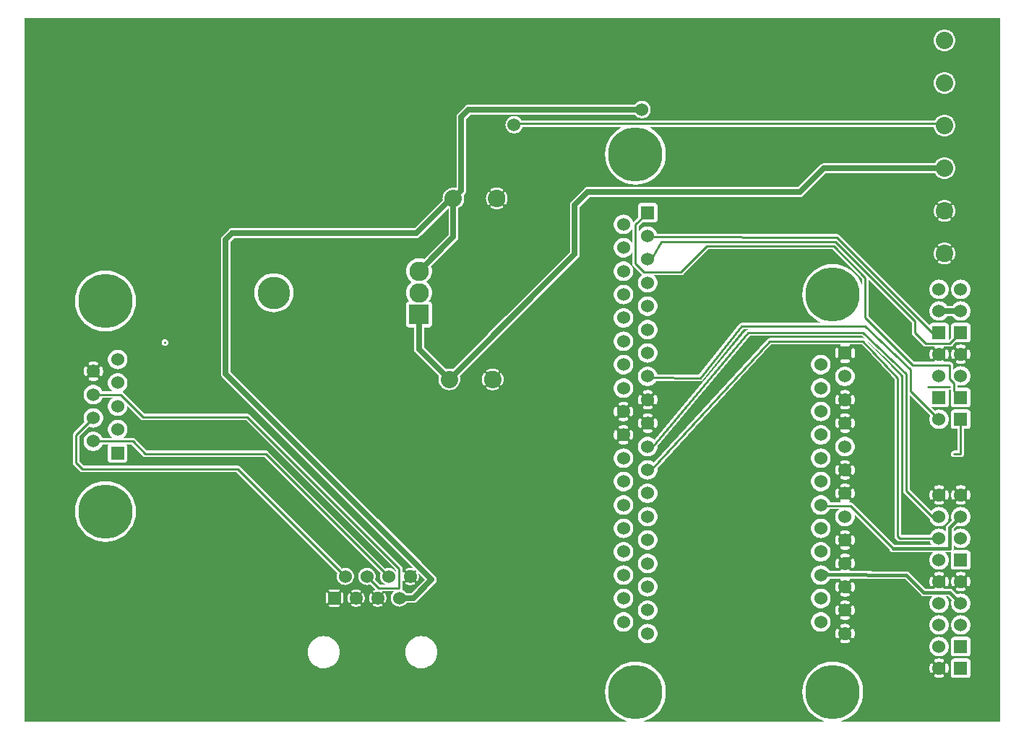
<source format=gbr>
G04 start of page 3 for group 1 idx 1 *
G04 Title: (unknown), solder *
G04 Creator: pcb 20110918 *
G04 CreationDate: Fri 08 Jun 2012 06:47:20 PM GMT UTC *
G04 For: ed *
G04 Format: Gerber/RS-274X *
G04 PCB-Dimensions: 450000 325000 *
G04 PCB-Coordinate-Origin: lower left *
%MOIN*%
%FSLAX25Y25*%
%LNBOTTOM*%
%ADD41C,0.1280*%
%ADD40C,0.0280*%
%ADD39C,0.0380*%
%ADD38C,0.1250*%
%ADD37C,0.1300*%
%ADD36C,0.0350*%
%ADD35C,0.0600*%
%ADD34C,0.2500*%
%ADD33C,0.1500*%
%ADD32C,0.0900*%
%ADD31C,0.0800*%
%ADD30C,0.0150*%
%ADD29C,0.0250*%
%ADD28C,0.0100*%
%ADD27C,0.0001*%
G54D27*G36*
X354093Y178070D02*X386301D01*
X387472Y176957D01*
X387408Y176986D01*
X387386Y176992D01*
X387365Y177001D01*
X387272Y177023D01*
X387180Y177048D01*
X387158Y177051D01*
X387135Y177056D01*
X387078Y177060D01*
X386946Y177074D01*
X386864Y177070D01*
X354093D01*
Y178070D01*
G37*
G36*
Y218070D02*X372622D01*
X386400Y204292D01*
Y200909D01*
X386256Y201510D01*
X385413Y203545D01*
X384261Y205424D01*
X382830Y207100D01*
X381154Y208531D01*
X379275Y209683D01*
X377240Y210526D01*
X375097Y211040D01*
X372900Y211213D01*
X370703Y211040D01*
X368560Y210526D01*
X366525Y209683D01*
X364646Y208531D01*
X362970Y207100D01*
X361539Y205424D01*
X360387Y203545D01*
X359544Y201510D01*
X359030Y199367D01*
X358857Y197170D01*
X359030Y194973D01*
X359544Y192830D01*
X360387Y190795D01*
X361539Y188916D01*
X362970Y187240D01*
X364646Y185809D01*
X366525Y184657D01*
X367943Y184070D01*
X354093D01*
Y218070D01*
G37*
G36*
X399593Y159895D02*X401400Y157975D01*
Y85629D01*
X401395Y85570D01*
X401414Y85335D01*
X401469Y85105D01*
X401559Y84887D01*
X401683Y84686D01*
X401836Y84506D01*
X401881Y84468D01*
X402798Y83551D01*
X402836Y83506D01*
X403016Y83353D01*
X403217Y83229D01*
X403435Y83139D01*
X403665Y83084D01*
X403900Y83065D01*
X403959Y83070D01*
X417651D01*
X417878Y82521D01*
X418248Y81917D01*
X418544Y81570D01*
X401271D01*
X399593Y83248D01*
Y159895D01*
G37*
G36*
X435513Y325000D02*X450000D01*
Y0D01*
X435513D01*
Y20200D01*
X435583Y20229D01*
X435784Y20353D01*
X435964Y20506D01*
X436117Y20686D01*
X436241Y20887D01*
X436331Y21105D01*
X436386Y21335D01*
X436400Y21570D01*
X436386Y27805D01*
X436331Y28035D01*
X436241Y28253D01*
X436117Y28454D01*
X435964Y28634D01*
X435784Y28787D01*
X435583Y28911D01*
X435513Y28940D01*
Y30200D01*
X435583Y30229D01*
X435784Y30353D01*
X435964Y30506D01*
X436117Y30686D01*
X436241Y30887D01*
X436331Y31105D01*
X436386Y31335D01*
X436400Y31570D01*
X436386Y37805D01*
X436331Y38035D01*
X436241Y38253D01*
X436117Y38454D01*
X435964Y38634D01*
X435784Y38787D01*
X435583Y38911D01*
X435513Y38940D01*
Y41872D01*
X435552Y41917D01*
X435922Y42521D01*
X436193Y43175D01*
X436358Y43864D01*
X436400Y44570D01*
X436358Y45276D01*
X436193Y45965D01*
X435922Y46619D01*
X435552Y47223D01*
X435513Y47268D01*
Y51872D01*
X435552Y51917D01*
X435922Y52521D01*
X436193Y53175D01*
X436358Y53864D01*
X436400Y54570D01*
X436358Y55276D01*
X436193Y55965D01*
X435922Y56619D01*
X435552Y57223D01*
X435513Y57268D01*
Y62423D01*
X435556Y62430D01*
X435668Y62467D01*
X435773Y62522D01*
X435868Y62592D01*
X435951Y62676D01*
X436019Y62772D01*
X436070Y62878D01*
X436218Y63286D01*
X436322Y63707D01*
X436384Y64137D01*
X436405Y64570D01*
X436384Y65003D01*
X436322Y65433D01*
X436218Y65854D01*
X436075Y66264D01*
X436022Y66370D01*
X435953Y66466D01*
X435870Y66551D01*
X435775Y66621D01*
X435669Y66676D01*
X435557Y66713D01*
X435513Y66721D01*
Y70200D01*
X435583Y70229D01*
X435784Y70353D01*
X435964Y70506D01*
X436117Y70686D01*
X436241Y70887D01*
X436331Y71105D01*
X436386Y71335D01*
X436400Y71570D01*
X436386Y77805D01*
X436331Y78035D01*
X436241Y78253D01*
X436117Y78454D01*
X435964Y78634D01*
X435784Y78787D01*
X435583Y78911D01*
X435513Y78940D01*
Y81872D01*
X435552Y81917D01*
X435922Y82521D01*
X436193Y83175D01*
X436358Y83864D01*
X436400Y84570D01*
X436358Y85276D01*
X436193Y85965D01*
X435922Y86619D01*
X435552Y87223D01*
X435513Y87268D01*
Y91872D01*
X435552Y91917D01*
X435922Y92521D01*
X436193Y93175D01*
X436358Y93864D01*
X436400Y94570D01*
X436358Y95276D01*
X436193Y95965D01*
X435922Y96619D01*
X435552Y97223D01*
X435513Y97268D01*
Y102423D01*
X435556Y102430D01*
X435668Y102467D01*
X435773Y102522D01*
X435868Y102592D01*
X435951Y102676D01*
X436019Y102772D01*
X436070Y102878D01*
X436218Y103286D01*
X436322Y103707D01*
X436384Y104137D01*
X436405Y104570D01*
X436384Y105003D01*
X436322Y105433D01*
X436218Y105854D01*
X436075Y106264D01*
X436022Y106370D01*
X435953Y106466D01*
X435870Y106551D01*
X435775Y106621D01*
X435669Y106676D01*
X435557Y106713D01*
X435513Y106721D01*
Y135200D01*
X435583Y135229D01*
X435784Y135353D01*
X435964Y135506D01*
X436117Y135686D01*
X436241Y135887D01*
X436331Y136105D01*
X436386Y136335D01*
X436400Y136570D01*
X436386Y142805D01*
X436331Y143035D01*
X436241Y143253D01*
X436117Y143454D01*
X435964Y143634D01*
X435784Y143787D01*
X435583Y143911D01*
X435513Y143940D01*
Y145200D01*
X435583Y145229D01*
X435784Y145353D01*
X435964Y145506D01*
X436117Y145686D01*
X436241Y145887D01*
X436331Y146105D01*
X436386Y146335D01*
X436400Y146570D01*
X436386Y152805D01*
X436331Y153035D01*
X436241Y153253D01*
X436117Y153454D01*
X435964Y153634D01*
X435784Y153787D01*
X435583Y153911D01*
X435513Y153940D01*
Y156872D01*
X435552Y156917D01*
X435922Y157521D01*
X436193Y158175D01*
X436358Y158864D01*
X436400Y159570D01*
X436358Y160276D01*
X436193Y160965D01*
X435922Y161619D01*
X435552Y162223D01*
X435513Y162268D01*
Y167423D01*
X435556Y167430D01*
X435668Y167467D01*
X435773Y167522D01*
X435868Y167592D01*
X435951Y167676D01*
X436019Y167772D01*
X436070Y167878D01*
X436218Y168286D01*
X436322Y168707D01*
X436384Y169137D01*
X436405Y169570D01*
X436384Y170003D01*
X436322Y170433D01*
X436218Y170854D01*
X436075Y171264D01*
X436022Y171370D01*
X435953Y171466D01*
X435870Y171551D01*
X435775Y171621D01*
X435669Y171676D01*
X435557Y171713D01*
X435513Y171721D01*
Y175200D01*
X435583Y175229D01*
X435784Y175353D01*
X435964Y175506D01*
X436117Y175686D01*
X436241Y175887D01*
X436331Y176105D01*
X436386Y176335D01*
X436400Y176570D01*
X436386Y182805D01*
X436331Y183035D01*
X436241Y183253D01*
X436117Y183454D01*
X435964Y183634D01*
X435784Y183787D01*
X435583Y183911D01*
X435513Y183940D01*
Y186872D01*
X435552Y186917D01*
X435922Y187521D01*
X436193Y188175D01*
X436358Y188864D01*
X436400Y189570D01*
X436358Y190276D01*
X436193Y190965D01*
X435922Y191619D01*
X435552Y192223D01*
X435513Y192268D01*
Y196872D01*
X435552Y196917D01*
X435922Y197521D01*
X436193Y198175D01*
X436358Y198864D01*
X436400Y199570D01*
X436358Y200276D01*
X436193Y200965D01*
X435922Y201619D01*
X435552Y202223D01*
X435513Y202268D01*
Y325000D01*
G37*
G36*
Y192268D02*X435092Y192762D01*
X434553Y193222D01*
X433949Y193592D01*
X433295Y193863D01*
X432606Y194028D01*
X431900Y194084D01*
X431898Y194084D01*
Y195056D01*
X431900Y195056D01*
X432606Y195112D01*
X433295Y195277D01*
X433949Y195548D01*
X434553Y195918D01*
X435092Y196378D01*
X435513Y196872D01*
Y192268D01*
G37*
G36*
Y183940D02*X435365Y184001D01*
X435135Y184056D01*
X434900Y184070D01*
X431898Y184063D01*
Y185056D01*
X431900Y185056D01*
X432606Y185112D01*
X433295Y185277D01*
X433949Y185548D01*
X434553Y185918D01*
X435092Y186378D01*
X435513Y186872D01*
Y183940D01*
G37*
G36*
Y162268D02*X435092Y162762D01*
X434553Y163222D01*
X433949Y163592D01*
X433295Y163863D01*
X432606Y164028D01*
X431900Y164084D01*
X431898Y164084D01*
Y165065D01*
X431900Y165065D01*
X432333Y165086D01*
X432763Y165148D01*
X433184Y165252D01*
X433594Y165395D01*
X433700Y165448D01*
X433796Y165517D01*
X433881Y165600D01*
X433951Y165695D01*
X434006Y165801D01*
X434043Y165913D01*
X434063Y166030D01*
X434064Y166149D01*
X434046Y166266D01*
X434010Y166379D01*
X433957Y166485D01*
X433888Y166582D01*
X433805Y166666D01*
X433709Y166737D01*
X433604Y166791D01*
X433492Y166829D01*
X433375Y166848D01*
X433256Y166849D01*
X433139Y166831D01*
X433026Y166793D01*
X432755Y166694D01*
X432475Y166626D01*
X432189Y166584D01*
X431900Y166570D01*
X431898Y166570D01*
Y172570D01*
X431900Y172570D01*
X432189Y172556D01*
X432475Y172514D01*
X432755Y172446D01*
X433028Y172350D01*
X433139Y172312D01*
X433256Y172295D01*
X433374Y172295D01*
X433491Y172315D01*
X433603Y172352D01*
X433707Y172406D01*
X433802Y172476D01*
X433885Y172561D01*
X433954Y172657D01*
X434007Y172762D01*
X434043Y172875D01*
X434060Y172991D01*
X434059Y173109D01*
X434040Y173226D01*
X434003Y173338D01*
X433948Y173443D01*
X433878Y173538D01*
X433794Y173621D01*
X433698Y173689D01*
X433592Y173740D01*
X433184Y173888D01*
X432763Y173992D01*
X432333Y174054D01*
X431900Y174075D01*
X431898Y174075D01*
Y175077D01*
X435135Y175084D01*
X435365Y175139D01*
X435513Y175200D01*
Y171721D01*
X435440Y171733D01*
X435321Y171734D01*
X435204Y171716D01*
X435091Y171680D01*
X434985Y171627D01*
X434888Y171558D01*
X434804Y171475D01*
X434733Y171379D01*
X434679Y171274D01*
X434641Y171162D01*
X434622Y171045D01*
X434621Y170926D01*
X434639Y170809D01*
X434677Y170696D01*
X434776Y170425D01*
X434844Y170145D01*
X434886Y169859D01*
X434900Y169570D01*
X434886Y169281D01*
X434844Y168995D01*
X434776Y168715D01*
X434680Y168442D01*
X434642Y168331D01*
X434625Y168214D01*
X434625Y168096D01*
X434645Y167979D01*
X434682Y167867D01*
X434736Y167763D01*
X434806Y167668D01*
X434891Y167585D01*
X434987Y167516D01*
X435092Y167463D01*
X435205Y167427D01*
X435321Y167410D01*
X435439Y167411D01*
X435513Y167423D01*
Y162268D01*
G37*
G36*
Y153940D02*X435365Y154001D01*
X435135Y154056D01*
X434900Y154070D01*
X431898Y154063D01*
Y155056D01*
X431900Y155056D01*
X432606Y155112D01*
X433295Y155277D01*
X433949Y155548D01*
X434553Y155918D01*
X435092Y156378D01*
X435513Y156872D01*
Y153940D01*
G37*
G36*
Y143940D02*X435365Y144001D01*
X435135Y144056D01*
X434900Y144070D01*
X431898Y144063D01*
Y145077D01*
X435135Y145084D01*
X435365Y145139D01*
X435513Y145200D01*
Y143940D01*
G37*
G36*
Y97268D02*X435092Y97762D01*
X434553Y98222D01*
X433949Y98592D01*
X433295Y98863D01*
X432606Y99028D01*
X431900Y99084D01*
X431898Y99084D01*
Y100065D01*
X431900Y100065D01*
X432333Y100086D01*
X432763Y100148D01*
X433184Y100252D01*
X433594Y100395D01*
X433700Y100448D01*
X433796Y100517D01*
X433881Y100600D01*
X433951Y100695D01*
X434006Y100801D01*
X434043Y100913D01*
X434063Y101030D01*
X434064Y101149D01*
X434046Y101266D01*
X434010Y101379D01*
X433957Y101485D01*
X433888Y101582D01*
X433805Y101666D01*
X433709Y101737D01*
X433604Y101791D01*
X433492Y101829D01*
X433375Y101848D01*
X433256Y101849D01*
X433139Y101831D01*
X433026Y101793D01*
X432755Y101694D01*
X432475Y101626D01*
X432189Y101584D01*
X431900Y101570D01*
X431898Y101570D01*
Y107570D01*
X431900Y107570D01*
X432189Y107556D01*
X432475Y107514D01*
X432755Y107446D01*
X433028Y107350D01*
X433139Y107312D01*
X433256Y107295D01*
X433374Y107295D01*
X433491Y107315D01*
X433603Y107352D01*
X433707Y107406D01*
X433802Y107476D01*
X433885Y107561D01*
X433954Y107657D01*
X434007Y107762D01*
X434043Y107875D01*
X434060Y107991D01*
X434059Y108109D01*
X434040Y108226D01*
X434003Y108338D01*
X433948Y108443D01*
X433878Y108538D01*
X433794Y108621D01*
X433698Y108689D01*
X433592Y108740D01*
X433184Y108888D01*
X432763Y108992D01*
X432333Y109054D01*
X431900Y109075D01*
X431898Y109075D01*
Y122066D01*
X431900Y122065D01*
X432135Y122084D01*
X432365Y122139D01*
X432583Y122229D01*
X432784Y122353D01*
X432964Y122506D01*
X433117Y122686D01*
X433241Y122887D01*
X433331Y123105D01*
X433386Y123335D01*
X433405Y123570D01*
X433400Y123629D01*
Y135080D01*
X435135Y135084D01*
X435365Y135139D01*
X435513Y135200D01*
Y106721D01*
X435440Y106733D01*
X435321Y106734D01*
X435204Y106716D01*
X435091Y106680D01*
X434985Y106627D01*
X434888Y106558D01*
X434804Y106475D01*
X434733Y106379D01*
X434679Y106274D01*
X434641Y106162D01*
X434622Y106045D01*
X434621Y105926D01*
X434639Y105809D01*
X434677Y105696D01*
X434776Y105425D01*
X434844Y105145D01*
X434886Y104859D01*
X434900Y104570D01*
X434886Y104281D01*
X434844Y103995D01*
X434776Y103715D01*
X434680Y103442D01*
X434642Y103331D01*
X434625Y103214D01*
X434625Y103096D01*
X434645Y102979D01*
X434682Y102867D01*
X434736Y102763D01*
X434806Y102668D01*
X434891Y102585D01*
X434987Y102516D01*
X435092Y102463D01*
X435205Y102427D01*
X435321Y102410D01*
X435439Y102411D01*
X435513Y102423D01*
Y97268D01*
G37*
G36*
Y87268D02*X435092Y87762D01*
X434553Y88222D01*
X433949Y88592D01*
X433295Y88863D01*
X432606Y89028D01*
X431900Y89084D01*
X431898Y89084D01*
Y90056D01*
X431900Y90056D01*
X432606Y90112D01*
X433295Y90277D01*
X433949Y90548D01*
X434553Y90918D01*
X435092Y91378D01*
X435513Y91872D01*
Y87268D01*
G37*
G36*
Y78940D02*X435365Y79001D01*
X435135Y79056D01*
X434900Y79070D01*
X431898Y79063D01*
Y80056D01*
X431900Y80056D01*
X432606Y80112D01*
X433295Y80277D01*
X433949Y80548D01*
X434553Y80918D01*
X435092Y81378D01*
X435513Y81872D01*
Y78940D01*
G37*
G36*
Y57268D02*X435092Y57762D01*
X434553Y58222D01*
X433949Y58592D01*
X433295Y58863D01*
X432606Y59028D01*
X431900Y59084D01*
X431898Y59084D01*
Y60065D01*
X431900Y60065D01*
X432333Y60086D01*
X432763Y60148D01*
X433184Y60252D01*
X433594Y60395D01*
X433700Y60448D01*
X433796Y60517D01*
X433881Y60600D01*
X433951Y60695D01*
X434006Y60801D01*
X434043Y60913D01*
X434063Y61030D01*
X434064Y61149D01*
X434046Y61266D01*
X434010Y61379D01*
X433957Y61485D01*
X433888Y61582D01*
X433805Y61666D01*
X433709Y61737D01*
X433604Y61791D01*
X433492Y61829D01*
X433375Y61848D01*
X433256Y61849D01*
X433139Y61831D01*
X433026Y61793D01*
X432755Y61694D01*
X432475Y61626D01*
X432189Y61584D01*
X431900Y61570D01*
X431898Y61570D01*
Y67570D01*
X431900Y67570D01*
X432189Y67556D01*
X432475Y67514D01*
X432755Y67446D01*
X433028Y67350D01*
X433139Y67312D01*
X433256Y67295D01*
X433374Y67295D01*
X433491Y67315D01*
X433603Y67352D01*
X433707Y67406D01*
X433802Y67476D01*
X433885Y67561D01*
X433954Y67657D01*
X434007Y67762D01*
X434043Y67875D01*
X434060Y67991D01*
X434059Y68109D01*
X434040Y68226D01*
X434003Y68338D01*
X433948Y68443D01*
X433878Y68538D01*
X433794Y68621D01*
X433698Y68689D01*
X433592Y68740D01*
X433184Y68888D01*
X432763Y68992D01*
X432333Y69054D01*
X431900Y69075D01*
X431898Y69075D01*
Y70077D01*
X435135Y70084D01*
X435365Y70139D01*
X435513Y70200D01*
Y66721D01*
X435440Y66733D01*
X435321Y66734D01*
X435204Y66716D01*
X435091Y66680D01*
X434985Y66627D01*
X434888Y66558D01*
X434804Y66475D01*
X434733Y66379D01*
X434679Y66274D01*
X434641Y66162D01*
X434622Y66045D01*
X434621Y65926D01*
X434639Y65809D01*
X434677Y65696D01*
X434776Y65425D01*
X434844Y65145D01*
X434886Y64859D01*
X434900Y64570D01*
X434886Y64281D01*
X434844Y63995D01*
X434776Y63715D01*
X434680Y63442D01*
X434642Y63331D01*
X434625Y63214D01*
X434625Y63096D01*
X434645Y62979D01*
X434682Y62867D01*
X434736Y62763D01*
X434806Y62668D01*
X434891Y62585D01*
X434987Y62516D01*
X435092Y62463D01*
X435205Y62427D01*
X435321Y62410D01*
X435439Y62411D01*
X435513Y62423D01*
Y57268D01*
G37*
G36*
Y47268D02*X435092Y47762D01*
X434553Y48222D01*
X433949Y48592D01*
X433295Y48863D01*
X432606Y49028D01*
X431900Y49084D01*
X431898Y49084D01*
Y50056D01*
X431900Y50056D01*
X432606Y50112D01*
X433295Y50277D01*
X433949Y50548D01*
X434553Y50918D01*
X435092Y51378D01*
X435513Y51872D01*
Y47268D01*
G37*
G36*
Y38940D02*X435365Y39001D01*
X435135Y39056D01*
X434900Y39070D01*
X431898Y39063D01*
Y40056D01*
X431900Y40056D01*
X432606Y40112D01*
X433295Y40277D01*
X433949Y40548D01*
X434553Y40918D01*
X435092Y41378D01*
X435513Y41872D01*
Y38940D01*
G37*
G36*
Y28940D02*X435365Y29001D01*
X435135Y29056D01*
X434900Y29070D01*
X431898Y29063D01*
Y30077D01*
X435135Y30084D01*
X435365Y30139D01*
X435513Y30200D01*
Y28940D01*
G37*
G36*
Y0D02*X431898D01*
Y20077D01*
X435135Y20084D01*
X435365Y20139D01*
X435513Y20200D01*
Y0D01*
G37*
G36*
X431898Y325000D02*X435513D01*
Y202268D01*
X435092Y202762D01*
X434553Y203222D01*
X433949Y203592D01*
X433295Y203863D01*
X432606Y204028D01*
X431900Y204084D01*
X431898Y204084D01*
Y325000D01*
G37*
G36*
Y164084D02*X431194Y164028D01*
X430505Y163863D01*
X429851Y163592D01*
X429247Y163222D01*
X428708Y162762D01*
X428400Y162401D01*
Y164511D01*
X428405Y164570D01*
X428386Y164805D01*
X428331Y165035D01*
X428287Y165141D01*
Y167419D01*
X428360Y167407D01*
X428479Y167406D01*
X428596Y167424D01*
X428709Y167460D01*
X428815Y167513D01*
X428912Y167582D01*
X428996Y167665D01*
X429067Y167761D01*
X429121Y167866D01*
X429159Y167978D01*
X429178Y168095D01*
X429179Y168214D01*
X429161Y168331D01*
X429123Y168444D01*
X429024Y168715D01*
X428956Y168995D01*
X428914Y169281D01*
X428900Y169570D01*
X428914Y169859D01*
X428956Y170145D01*
X429024Y170425D01*
X429120Y170698D01*
X429158Y170809D01*
X429175Y170926D01*
X429175Y171044D01*
X429155Y171161D01*
X429118Y171273D01*
X429064Y171377D01*
X428994Y171472D01*
X428909Y171555D01*
X428813Y171624D01*
X428708Y171677D01*
X428595Y171713D01*
X428479Y171730D01*
X428361Y171729D01*
X428287Y171717D01*
Y173836D01*
X429523Y175071D01*
X431898Y175077D01*
Y174075D01*
X431467Y174054D01*
X431037Y173992D01*
X430616Y173888D01*
X430206Y173745D01*
X430100Y173692D01*
X430004Y173623D01*
X429919Y173540D01*
X429849Y173445D01*
X429794Y173339D01*
X429757Y173227D01*
X429737Y173110D01*
X429736Y172991D01*
X429754Y172874D01*
X429790Y172761D01*
X429843Y172655D01*
X429912Y172558D01*
X429995Y172474D01*
X430091Y172403D01*
X430196Y172349D01*
X430308Y172311D01*
X430425Y172292D01*
X430544Y172291D01*
X430661Y172309D01*
X430774Y172347D01*
X431045Y172446D01*
X431325Y172514D01*
X431611Y172556D01*
X431898Y172570D01*
Y166570D01*
X431611Y166584D01*
X431325Y166626D01*
X431045Y166694D01*
X430772Y166790D01*
X430661Y166828D01*
X430544Y166845D01*
X430426Y166845D01*
X430309Y166825D01*
X430197Y166788D01*
X430093Y166734D01*
X429998Y166664D01*
X429915Y166579D01*
X429846Y166483D01*
X429793Y166378D01*
X429757Y166265D01*
X429740Y166149D01*
X429741Y166031D01*
X429760Y165914D01*
X429797Y165802D01*
X429852Y165697D01*
X429922Y165602D01*
X430006Y165519D01*
X430102Y165451D01*
X430208Y165400D01*
X430616Y165252D01*
X431037Y165148D01*
X431467Y165086D01*
X431898Y165065D01*
Y164084D01*
G37*
G36*
X428287Y165141D02*X428241Y165253D01*
X428117Y165454D01*
X427964Y165634D01*
X427784Y165787D01*
X427583Y165911D01*
X427365Y166001D01*
X427135Y166056D01*
X426900Y166075D01*
X426841Y166070D01*
X425513D01*
Y167423D01*
X425556Y167430D01*
X425668Y167467D01*
X425773Y167522D01*
X425868Y167592D01*
X425951Y167676D01*
X426019Y167772D01*
X426070Y167878D01*
X426218Y168286D01*
X426322Y168707D01*
X426384Y169137D01*
X426405Y169570D01*
X426384Y170003D01*
X426322Y170433D01*
X426218Y170854D01*
X426075Y171264D01*
X426022Y171370D01*
X425953Y171466D01*
X425870Y171551D01*
X425775Y171621D01*
X425669Y171676D01*
X425557Y171713D01*
X425513Y171721D01*
Y173070D01*
X426841D01*
X426900Y173065D01*
X427135Y173084D01*
X427135Y173084D01*
X427365Y173139D01*
X427583Y173229D01*
X427784Y173353D01*
X427964Y173506D01*
X428002Y173551D01*
X428287Y173836D01*
Y171717D01*
X428244Y171710D01*
X428132Y171673D01*
X428027Y171618D01*
X427932Y171548D01*
X427849Y171464D01*
X427781Y171368D01*
X427730Y171262D01*
X427582Y170854D01*
X427478Y170433D01*
X427416Y170003D01*
X427395Y169570D01*
X427416Y169137D01*
X427478Y168707D01*
X427582Y168286D01*
X427725Y167876D01*
X427778Y167770D01*
X427847Y167674D01*
X427930Y167589D01*
X428025Y167519D01*
X428131Y167464D01*
X428243Y167427D01*
X428287Y167419D01*
Y165141D01*
G37*
G36*
X425513Y166070D02*X424063D01*
X424064Y166149D01*
X424046Y166266D01*
X424010Y166379D01*
X423957Y166485D01*
X423888Y166582D01*
X423805Y166666D01*
X423709Y166737D01*
X423604Y166791D01*
X423492Y166829D01*
X423375Y166848D01*
X423256Y166849D01*
X423139Y166831D01*
X423026Y166793D01*
X422755Y166694D01*
X422475Y166626D01*
X422189Y166584D01*
X421900Y166570D01*
X421611Y166584D01*
X421325Y166626D01*
X421045Y166694D01*
X420772Y166790D01*
X420661Y166828D01*
X420544Y166845D01*
X420426Y166845D01*
X420309Y166825D01*
X420197Y166788D01*
X420093Y166734D01*
X419998Y166664D01*
X419915Y166579D01*
X419846Y166483D01*
X419793Y166378D01*
X419757Y166265D01*
X419740Y166149D01*
X419740Y166070D01*
X418287D01*
Y167419D01*
X418360Y167407D01*
X418479Y167406D01*
X418596Y167424D01*
X418709Y167460D01*
X418815Y167513D01*
X418912Y167582D01*
X418996Y167665D01*
X419067Y167761D01*
X419121Y167866D01*
X419159Y167978D01*
X419178Y168095D01*
X419179Y168214D01*
X419161Y168331D01*
X419123Y168444D01*
X419024Y168715D01*
X418956Y168995D01*
X418914Y169281D01*
X418900Y169570D01*
X418914Y169859D01*
X418956Y170145D01*
X419024Y170425D01*
X419120Y170698D01*
X419158Y170809D01*
X419175Y170926D01*
X419175Y171044D01*
X419155Y171161D01*
X419118Y171273D01*
X419064Y171377D01*
X418994Y171472D01*
X418909Y171555D01*
X418813Y171624D01*
X418708Y171677D01*
X418595Y171713D01*
X418479Y171730D01*
X418361Y171729D01*
X418287Y171717D01*
Y173070D01*
X419737D01*
X419736Y172991D01*
X419754Y172874D01*
X419790Y172761D01*
X419843Y172655D01*
X419912Y172558D01*
X419995Y172474D01*
X420091Y172403D01*
X420196Y172349D01*
X420308Y172311D01*
X420425Y172292D01*
X420544Y172291D01*
X420661Y172309D01*
X420774Y172347D01*
X421045Y172446D01*
X421325Y172514D01*
X421611Y172556D01*
X421900Y172570D01*
X422189Y172556D01*
X422475Y172514D01*
X422755Y172446D01*
X423028Y172350D01*
X423139Y172312D01*
X423256Y172295D01*
X423374Y172295D01*
X423491Y172315D01*
X423603Y172352D01*
X423707Y172406D01*
X423802Y172476D01*
X423885Y172561D01*
X423954Y172657D01*
X424007Y172762D01*
X424043Y172875D01*
X424060Y172991D01*
X424060Y173070D01*
X425513D01*
Y171721D01*
X425440Y171733D01*
X425321Y171734D01*
X425204Y171716D01*
X425091Y171680D01*
X424985Y171627D01*
X424888Y171558D01*
X424804Y171475D01*
X424733Y171379D01*
X424679Y171274D01*
X424641Y171162D01*
X424622Y171045D01*
X424621Y170926D01*
X424639Y170809D01*
X424677Y170696D01*
X424776Y170425D01*
X424844Y170145D01*
X424886Y169859D01*
X424900Y169570D01*
X424886Y169281D01*
X424844Y168995D01*
X424776Y168715D01*
X424680Y168442D01*
X424642Y168331D01*
X424625Y168214D01*
X424625Y168096D01*
X424645Y167979D01*
X424682Y167867D01*
X424736Y167763D01*
X424806Y167668D01*
X424891Y167585D01*
X424987Y167516D01*
X425092Y167463D01*
X425205Y167427D01*
X425321Y167410D01*
X425439Y167411D01*
X425513Y167423D01*
Y166070D01*
G37*
G36*
X418287D02*X410349D01*
X399593Y176826D01*
Y193928D01*
X409400Y184121D01*
Y179629D01*
X409395Y179570D01*
X409414Y179335D01*
X409469Y179105D01*
X409559Y178887D01*
X409683Y178686D01*
X409836Y178506D01*
X409881Y178468D01*
X414798Y173551D01*
X414836Y173506D01*
X415016Y173353D01*
X415217Y173229D01*
X415435Y173139D01*
X415665Y173084D01*
X415900Y173065D01*
X415959Y173070D01*
X418287D01*
Y171717D01*
X418244Y171710D01*
X418132Y171673D01*
X418027Y171618D01*
X417932Y171548D01*
X417849Y171464D01*
X417781Y171368D01*
X417730Y171262D01*
X417582Y170854D01*
X417478Y170433D01*
X417416Y170003D01*
X417395Y169570D01*
X417416Y169137D01*
X417478Y168707D01*
X417582Y168286D01*
X417725Y167876D01*
X417778Y167770D01*
X417847Y167674D01*
X417930Y167589D01*
X418025Y167519D01*
X418131Y167464D01*
X418243Y167427D01*
X418287Y167419D01*
Y166070D01*
G37*
G36*
X431898Y154063D02*X430400Y154060D01*
Y155321D01*
X430505Y155277D01*
X431194Y155112D01*
X431898Y155056D01*
Y154063D01*
G37*
G36*
X428287Y135200D02*X428435Y135139D01*
X428665Y135084D01*
X428900Y135070D01*
X430400Y135073D01*
Y125070D01*
X428900D01*
X428665Y125056D01*
X428435Y125001D01*
X428287Y124940D01*
Y135200D01*
G37*
G36*
Y145200D02*X428435Y145139D01*
X428665Y145084D01*
X428900Y145070D01*
X431898Y145077D01*
Y144063D01*
X428665Y144056D01*
X428435Y144001D01*
X428287Y143940D01*
Y145200D01*
G37*
G36*
X431898Y99084D02*X431194Y99028D01*
X430505Y98863D01*
X429851Y98592D01*
X429247Y98222D01*
X428708Y97762D01*
X428287Y97268D01*
Y102419D01*
X428360Y102407D01*
X428479Y102406D01*
X428596Y102424D01*
X428709Y102460D01*
X428815Y102513D01*
X428912Y102582D01*
X428996Y102665D01*
X429067Y102761D01*
X429121Y102866D01*
X429159Y102978D01*
X429178Y103095D01*
X429179Y103214D01*
X429161Y103331D01*
X429123Y103444D01*
X429024Y103715D01*
X428956Y103995D01*
X428914Y104281D01*
X428900Y104570D01*
X428914Y104859D01*
X428956Y105145D01*
X429024Y105425D01*
X429120Y105698D01*
X429158Y105809D01*
X429175Y105926D01*
X429175Y106044D01*
X429155Y106161D01*
X429118Y106273D01*
X429064Y106377D01*
X428994Y106472D01*
X428909Y106555D01*
X428813Y106624D01*
X428708Y106677D01*
X428595Y106713D01*
X428479Y106730D01*
X428361Y106729D01*
X428287Y106717D01*
Y122200D01*
X428435Y122139D01*
X428665Y122084D01*
X428900Y122070D01*
X431841D01*
X431898Y122066D01*
Y109075D01*
X431467Y109054D01*
X431037Y108992D01*
X430616Y108888D01*
X430206Y108745D01*
X430100Y108692D01*
X430004Y108623D01*
X429919Y108540D01*
X429849Y108445D01*
X429794Y108339D01*
X429757Y108227D01*
X429737Y108110D01*
X429736Y107991D01*
X429754Y107874D01*
X429790Y107761D01*
X429843Y107655D01*
X429912Y107558D01*
X429995Y107474D01*
X430091Y107403D01*
X430196Y107349D01*
X430308Y107311D01*
X430425Y107292D01*
X430544Y107291D01*
X430661Y107309D01*
X430774Y107347D01*
X431045Y107446D01*
X431325Y107514D01*
X431611Y107556D01*
X431898Y107570D01*
Y101570D01*
X431611Y101584D01*
X431325Y101626D01*
X431045Y101694D01*
X430772Y101790D01*
X430661Y101828D01*
X430544Y101845D01*
X430426Y101845D01*
X430309Y101825D01*
X430197Y101788D01*
X430093Y101734D01*
X429998Y101664D01*
X429915Y101579D01*
X429846Y101483D01*
X429793Y101378D01*
X429757Y101265D01*
X429740Y101149D01*
X429741Y101031D01*
X429760Y100914D01*
X429797Y100802D01*
X429852Y100697D01*
X429922Y100602D01*
X430006Y100519D01*
X430102Y100451D01*
X430208Y100400D01*
X430616Y100252D01*
X431037Y100148D01*
X431467Y100086D01*
X431898Y100065D01*
Y99084D01*
G37*
G36*
X428287Y97268D02*X428248Y97223D01*
X427878Y96619D01*
X427607Y95965D01*
X427442Y95276D01*
X427386Y94570D01*
X427442Y93864D01*
X427607Y93175D01*
X427731Y92876D01*
X425711Y90856D01*
X425659Y90811D01*
X425513Y90641D01*
Y91872D01*
X425552Y91917D01*
X425922Y92521D01*
X426193Y93175D01*
X426358Y93864D01*
X426400Y94570D01*
X426358Y95276D01*
X426193Y95965D01*
X425922Y96619D01*
X425552Y97223D01*
X425513Y97268D01*
Y102423D01*
X425556Y102430D01*
X425668Y102467D01*
X425773Y102522D01*
X425868Y102592D01*
X425951Y102676D01*
X426019Y102772D01*
X426070Y102878D01*
X426218Y103286D01*
X426322Y103707D01*
X426384Y104137D01*
X426405Y104570D01*
X426384Y105003D01*
X426322Y105433D01*
X426218Y105854D01*
X426075Y106264D01*
X426022Y106370D01*
X425953Y106466D01*
X425870Y106551D01*
X425775Y106621D01*
X425669Y106676D01*
X425557Y106713D01*
X425513Y106721D01*
Y136872D01*
X425552Y136917D01*
X425922Y137521D01*
X426193Y138175D01*
X426358Y138864D01*
X426400Y139570D01*
X426358Y140276D01*
X426193Y140965D01*
X425922Y141619D01*
X425552Y142223D01*
X425513Y142268D01*
Y145200D01*
X425583Y145229D01*
X425784Y145353D01*
X425964Y145506D01*
X426117Y145686D01*
X426241Y145887D01*
X426331Y146105D01*
X426386Y146335D01*
X426400Y146570D01*
X426386Y152805D01*
X426331Y153035D01*
X426316Y153070D01*
X426900D01*
X427135Y153084D01*
X427365Y153139D01*
X427400Y153154D01*
Y152629D01*
X427395Y152570D01*
X427400Y152510D01*
X427414Y146335D01*
X427469Y146105D01*
X427559Y145887D01*
X427683Y145686D01*
X427836Y145506D01*
X428016Y145353D01*
X428217Y145229D01*
X428287Y145200D01*
Y143940D01*
X428217Y143911D01*
X428016Y143787D01*
X427836Y143634D01*
X427683Y143454D01*
X427559Y143253D01*
X427469Y143035D01*
X427414Y142805D01*
X427400Y142570D01*
X427414Y136335D01*
X427469Y136105D01*
X427559Y135887D01*
X427683Y135686D01*
X427836Y135506D01*
X428016Y135353D01*
X428217Y135229D01*
X428287Y135200D01*
Y124940D01*
X428217Y124911D01*
X428016Y124787D01*
X427836Y124634D01*
X427683Y124454D01*
X427559Y124253D01*
X427469Y124035D01*
X427414Y123805D01*
X427395Y123570D01*
X427414Y123335D01*
X427469Y123105D01*
X427559Y122887D01*
X427683Y122686D01*
X427836Y122506D01*
X428016Y122353D01*
X428217Y122229D01*
X428287Y122200D01*
Y106717D01*
X428244Y106710D01*
X428132Y106673D01*
X428027Y106618D01*
X427932Y106548D01*
X427849Y106464D01*
X427781Y106368D01*
X427730Y106262D01*
X427582Y105854D01*
X427478Y105433D01*
X427416Y105003D01*
X427395Y104570D01*
X427416Y104137D01*
X427478Y103707D01*
X427582Y103286D01*
X427725Y102876D01*
X427778Y102770D01*
X427847Y102674D01*
X427930Y102589D01*
X428025Y102519D01*
X428131Y102464D01*
X428243Y102427D01*
X428287Y102419D01*
Y97268D01*
G37*
G36*
X425513Y142268D02*X425092Y142762D01*
X424553Y143222D01*
X423949Y143592D01*
X423295Y143863D01*
X422606Y144028D01*
X421902Y144084D01*
Y145077D01*
X425135Y145084D01*
X425365Y145139D01*
X425513Y145200D01*
Y142268D01*
G37*
G36*
Y97268D02*X425092Y97762D01*
X424553Y98222D01*
X423949Y98592D01*
X423295Y98863D01*
X422606Y99028D01*
X421902Y99084D01*
Y100065D01*
X422333Y100086D01*
X422763Y100148D01*
X423184Y100252D01*
X423594Y100395D01*
X423700Y100448D01*
X423796Y100517D01*
X423881Y100600D01*
X423951Y100695D01*
X424006Y100801D01*
X424043Y100913D01*
X424063Y101030D01*
X424064Y101149D01*
X424046Y101266D01*
X424010Y101379D01*
X423957Y101485D01*
X423888Y101582D01*
X423805Y101666D01*
X423709Y101737D01*
X423604Y101791D01*
X423492Y101829D01*
X423375Y101848D01*
X423256Y101849D01*
X423139Y101831D01*
X423026Y101793D01*
X422755Y101694D01*
X422475Y101626D01*
X422189Y101584D01*
X421902Y101570D01*
Y107570D01*
X422189Y107556D01*
X422475Y107514D01*
X422755Y107446D01*
X423028Y107350D01*
X423139Y107312D01*
X423256Y107295D01*
X423374Y107295D01*
X423491Y107315D01*
X423603Y107352D01*
X423707Y107406D01*
X423802Y107476D01*
X423885Y107561D01*
X423954Y107657D01*
X424007Y107762D01*
X424043Y107875D01*
X424060Y107991D01*
X424059Y108109D01*
X424040Y108226D01*
X424003Y108338D01*
X423948Y108443D01*
X423878Y108538D01*
X423794Y108621D01*
X423698Y108689D01*
X423592Y108740D01*
X423184Y108888D01*
X422763Y108992D01*
X422333Y109054D01*
X421902Y109075D01*
Y135056D01*
X422606Y135112D01*
X423295Y135277D01*
X423949Y135548D01*
X424553Y135918D01*
X425092Y136378D01*
X425513Y136872D01*
Y106721D01*
X425440Y106733D01*
X425321Y106734D01*
X425204Y106716D01*
X425091Y106680D01*
X424985Y106627D01*
X424888Y106558D01*
X424804Y106475D01*
X424733Y106379D01*
X424679Y106274D01*
X424641Y106162D01*
X424622Y106045D01*
X424621Y105926D01*
X424639Y105809D01*
X424677Y105696D01*
X424776Y105425D01*
X424844Y105145D01*
X424886Y104859D01*
X424900Y104570D01*
X424886Y104281D01*
X424844Y103995D01*
X424776Y103715D01*
X424680Y103442D01*
X424642Y103331D01*
X424625Y103214D01*
X424625Y103096D01*
X424645Y102979D01*
X424682Y102867D01*
X424736Y102763D01*
X424806Y102668D01*
X424891Y102585D01*
X424987Y102516D01*
X425092Y102463D01*
X425205Y102427D01*
X425321Y102410D01*
X425439Y102411D01*
X425513Y102423D01*
Y97268D01*
G37*
G36*
Y90641D02*X425480Y90602D01*
X425336Y90367D01*
X425231Y90112D01*
X425166Y89845D01*
X425166Y89844D01*
X425145Y89570D01*
X425150Y89501D01*
Y87694D01*
X425092Y87762D01*
X424553Y88222D01*
X423949Y88592D01*
X423295Y88863D01*
X422606Y89028D01*
X421902Y89084D01*
Y90056D01*
X422606Y90112D01*
X423295Y90277D01*
X423949Y90548D01*
X424553Y90918D01*
X425092Y91378D01*
X425513Y91872D01*
Y90641D01*
G37*
G36*
X421902Y144084D02*X421900Y144084D01*
X421194Y144028D01*
X420505Y143863D01*
X419956Y143635D01*
X418458Y145134D01*
X418665Y145084D01*
X418900Y145070D01*
X421902Y145077D01*
Y144084D01*
G37*
G36*
Y99084D02*X421900Y99084D01*
X421194Y99028D01*
X420505Y98863D01*
X419851Y98592D01*
X419247Y98222D01*
X418708Y97762D01*
X418303Y97288D01*
X418287Y97304D01*
Y102419D01*
X418360Y102407D01*
X418479Y102406D01*
X418596Y102424D01*
X418709Y102460D01*
X418815Y102513D01*
X418912Y102582D01*
X418996Y102665D01*
X419067Y102761D01*
X419121Y102866D01*
X419159Y102978D01*
X419178Y103095D01*
X419179Y103214D01*
X419161Y103331D01*
X419123Y103444D01*
X419024Y103715D01*
X418956Y103995D01*
X418914Y104281D01*
X418900Y104570D01*
X418914Y104859D01*
X418956Y105145D01*
X419024Y105425D01*
X419120Y105698D01*
X419158Y105809D01*
X419175Y105926D01*
X419175Y106044D01*
X419155Y106161D01*
X419118Y106273D01*
X419064Y106377D01*
X418994Y106472D01*
X418909Y106555D01*
X418813Y106624D01*
X418708Y106677D01*
X418595Y106713D01*
X418479Y106730D01*
X418361Y106729D01*
X418287Y106717D01*
Y136872D01*
X418708Y136378D01*
X419247Y135918D01*
X419851Y135548D01*
X420505Y135277D01*
X421194Y135112D01*
X421900Y135056D01*
X421902Y135056D01*
Y109075D01*
X421900Y109075D01*
X421467Y109054D01*
X421037Y108992D01*
X420616Y108888D01*
X420206Y108745D01*
X420100Y108692D01*
X420004Y108623D01*
X419919Y108540D01*
X419849Y108445D01*
X419794Y108339D01*
X419757Y108227D01*
X419737Y108110D01*
X419736Y107991D01*
X419754Y107874D01*
X419790Y107761D01*
X419843Y107655D01*
X419912Y107558D01*
X419995Y107474D01*
X420091Y107403D01*
X420196Y107349D01*
X420308Y107311D01*
X420425Y107292D01*
X420544Y107291D01*
X420661Y107309D01*
X420774Y107347D01*
X421045Y107446D01*
X421325Y107514D01*
X421611Y107556D01*
X421900Y107570D01*
X421902Y107570D01*
Y101570D01*
X421900Y101570D01*
X421611Y101584D01*
X421325Y101626D01*
X421045Y101694D01*
X420772Y101790D01*
X420661Y101828D01*
X420544Y101845D01*
X420426Y101845D01*
X420309Y101825D01*
X420197Y101788D01*
X420093Y101734D01*
X419998Y101664D01*
X419915Y101579D01*
X419846Y101483D01*
X419793Y101378D01*
X419757Y101265D01*
X419740Y101149D01*
X419741Y101031D01*
X419760Y100914D01*
X419797Y100802D01*
X419852Y100697D01*
X419922Y100602D01*
X420006Y100519D01*
X420102Y100451D01*
X420208Y100400D01*
X420616Y100252D01*
X421037Y100148D01*
X421467Y100086D01*
X421900Y100065D01*
X421902Y100065D01*
Y99084D01*
G37*
G36*
X418287Y97304D02*X408400Y107191D01*
Y150949D01*
X417835Y141514D01*
X417607Y140965D01*
X417442Y140276D01*
X417386Y139570D01*
X417442Y138864D01*
X417607Y138175D01*
X417878Y137521D01*
X418248Y136917D01*
X418287Y136872D01*
Y106717D01*
X418244Y106710D01*
X418132Y106673D01*
X418027Y106618D01*
X417932Y106548D01*
X417849Y106464D01*
X417781Y106368D01*
X417730Y106262D01*
X417582Y105854D01*
X417478Y105433D01*
X417416Y105003D01*
X417395Y104570D01*
X417416Y104137D01*
X417478Y103707D01*
X417582Y103286D01*
X417725Y102876D01*
X417778Y102770D01*
X417847Y102674D01*
X417930Y102589D01*
X418025Y102519D01*
X418131Y102464D01*
X418243Y102427D01*
X418287Y102419D01*
Y97304D01*
G37*
G36*
X421902Y89084D02*X421900Y89084D01*
X421194Y89028D01*
X420505Y88863D01*
X419851Y88592D01*
X419247Y88222D01*
X418708Y87762D01*
X418248Y87223D01*
X417878Y86619D01*
X417651Y86070D01*
X404521D01*
X404400Y86191D01*
Y158488D01*
X404404Y158524D01*
X404393Y158760D01*
X404387Y158786D01*
X404386Y158805D01*
X404364Y158898D01*
X404344Y158991D01*
X404336Y159013D01*
X404331Y159035D01*
X404294Y159123D01*
X404261Y159212D01*
X404249Y159232D01*
X404241Y159253D01*
X404191Y159334D01*
X404143Y159417D01*
X404131Y159432D01*
X404117Y159454D01*
X403964Y159634D01*
X403936Y159657D01*
X399593Y164272D01*
Y165443D01*
X405400Y159926D01*
Y106629D01*
X405395Y106570D01*
X405414Y106335D01*
X405469Y106105D01*
X405559Y105887D01*
X405683Y105686D01*
X405836Y105506D01*
X405881Y105468D01*
X417438Y93911D01*
X417442Y93864D01*
X417607Y93175D01*
X417878Y92521D01*
X418248Y91917D01*
X418708Y91378D01*
X419247Y90918D01*
X419851Y90548D01*
X420505Y90277D01*
X421194Y90112D01*
X421900Y90056D01*
X421902Y90056D01*
Y89084D01*
G37*
G36*
X431898Y89084D02*X431194Y89028D01*
X430505Y88863D01*
X429851Y88592D01*
X429247Y88222D01*
X428708Y87762D01*
X428650Y87694D01*
Y88845D01*
X430206Y90401D01*
X430505Y90277D01*
X431194Y90112D01*
X431898Y90056D01*
Y89084D01*
G37*
G36*
Y79063D02*X428665Y79056D01*
X428453Y79005D01*
X428464Y79023D01*
X428569Y79278D01*
X428634Y79545D01*
X428655Y79820D01*
X428650Y79889D01*
Y81446D01*
X428708Y81378D01*
X429247Y80918D01*
X429851Y80548D01*
X430505Y80277D01*
X431194Y80112D01*
X431898Y80056D01*
Y79063D01*
G37*
G36*
Y59084D02*X431194Y59028D01*
X430505Y58863D01*
X430206Y58739D01*
X428287Y60658D01*
Y62419D01*
X428360Y62407D01*
X428479Y62406D01*
X428596Y62424D01*
X428709Y62460D01*
X428815Y62513D01*
X428912Y62582D01*
X428996Y62665D01*
X429067Y62761D01*
X429121Y62866D01*
X429159Y62978D01*
X429178Y63095D01*
X429179Y63214D01*
X429161Y63331D01*
X429123Y63444D01*
X429024Y63715D01*
X428956Y63995D01*
X428914Y64281D01*
X428900Y64570D01*
X428914Y64859D01*
X428956Y65145D01*
X429024Y65425D01*
X429120Y65698D01*
X429158Y65809D01*
X429175Y65926D01*
X429175Y66044D01*
X429155Y66161D01*
X429118Y66273D01*
X429064Y66377D01*
X428994Y66472D01*
X428909Y66555D01*
X428813Y66624D01*
X428708Y66677D01*
X428595Y66713D01*
X428479Y66730D01*
X428361Y66729D01*
X428287Y66717D01*
Y70200D01*
X428435Y70139D01*
X428665Y70084D01*
X428900Y70070D01*
X431898Y70077D01*
Y69075D01*
X431467Y69054D01*
X431037Y68992D01*
X430616Y68888D01*
X430206Y68745D01*
X430100Y68692D01*
X430004Y68623D01*
X429919Y68540D01*
X429849Y68445D01*
X429794Y68339D01*
X429757Y68227D01*
X429737Y68110D01*
X429736Y67991D01*
X429754Y67874D01*
X429790Y67761D01*
X429843Y67655D01*
X429912Y67558D01*
X429995Y67474D01*
X430091Y67403D01*
X430196Y67349D01*
X430308Y67311D01*
X430425Y67292D01*
X430544Y67291D01*
X430661Y67309D01*
X430774Y67347D01*
X431045Y67446D01*
X431325Y67514D01*
X431611Y67556D01*
X431898Y67570D01*
Y61570D01*
X431611Y61584D01*
X431325Y61626D01*
X431045Y61694D01*
X430772Y61790D01*
X430661Y61828D01*
X430544Y61845D01*
X430426Y61845D01*
X430309Y61825D01*
X430197Y61788D01*
X430093Y61734D01*
X429998Y61664D01*
X429915Y61579D01*
X429846Y61483D01*
X429793Y61378D01*
X429757Y61265D01*
X429740Y61149D01*
X429741Y61031D01*
X429760Y60914D01*
X429797Y60802D01*
X429852Y60697D01*
X429922Y60602D01*
X430006Y60519D01*
X430102Y60451D01*
X430208Y60400D01*
X430616Y60252D01*
X431037Y60148D01*
X431467Y60086D01*
X431898Y60065D01*
Y59084D01*
G37*
G36*
X428287Y60658D02*X428186Y60759D01*
X428141Y60811D01*
X427932Y60990D01*
X427697Y61134D01*
X427442Y61239D01*
X427175Y61304D01*
X427174Y61304D01*
X426900Y61325D01*
X426831Y61320D01*
X425513D01*
Y62423D01*
X425556Y62430D01*
X425668Y62467D01*
X425773Y62522D01*
X425868Y62592D01*
X425951Y62676D01*
X426019Y62772D01*
X426070Y62878D01*
X426218Y63286D01*
X426322Y63707D01*
X426384Y64137D01*
X426405Y64570D01*
X426384Y65003D01*
X426322Y65433D01*
X426218Y65854D01*
X426075Y66264D01*
X426022Y66370D01*
X425953Y66466D01*
X425870Y66551D01*
X425775Y66621D01*
X425669Y66676D01*
X425557Y66713D01*
X425513Y66721D01*
Y71872D01*
X425552Y71917D01*
X425922Y72521D01*
X426193Y73175D01*
X426358Y73864D01*
X426400Y74570D01*
X426358Y75276D01*
X426193Y75965D01*
X425922Y76619D01*
X425552Y77223D01*
X425513Y77268D01*
Y78070D01*
X426831D01*
X426900Y78065D01*
X427175Y78086D01*
X427442Y78151D01*
X427532Y78188D01*
X427469Y78035D01*
X427414Y77805D01*
X427400Y77570D01*
X427414Y71335D01*
X427469Y71105D01*
X427559Y70887D01*
X427683Y70686D01*
X427836Y70506D01*
X428016Y70353D01*
X428217Y70229D01*
X428287Y70200D01*
Y66717D01*
X428244Y66710D01*
X428132Y66673D01*
X428027Y66618D01*
X427932Y66548D01*
X427849Y66464D01*
X427781Y66368D01*
X427730Y66262D01*
X427582Y65854D01*
X427478Y65433D01*
X427416Y65003D01*
X427395Y64570D01*
X427416Y64137D01*
X427478Y63707D01*
X427582Y63286D01*
X427725Y62876D01*
X427778Y62770D01*
X427847Y62674D01*
X427930Y62589D01*
X428025Y62519D01*
X428131Y62464D01*
X428243Y62427D01*
X428287Y62419D01*
Y60658D01*
G37*
G36*
X425513Y77268D02*X425092Y77762D01*
X424731Y78070D01*
X425513D01*
Y77268D01*
G37*
G36*
Y61320D02*X424029D01*
X424010Y61379D01*
X423957Y61485D01*
X423888Y61582D01*
X423805Y61666D01*
X423709Y61737D01*
X423604Y61791D01*
X423492Y61829D01*
X423375Y61848D01*
X423256Y61849D01*
X423139Y61831D01*
X423026Y61793D01*
X422755Y61694D01*
X422475Y61626D01*
X422189Y61584D01*
X421900Y61570D01*
X421898Y61570D01*
Y67570D01*
X421900Y67570D01*
X422189Y67556D01*
X422475Y67514D01*
X422755Y67446D01*
X423028Y67350D01*
X423139Y67312D01*
X423256Y67295D01*
X423374Y67295D01*
X423491Y67315D01*
X423603Y67352D01*
X423707Y67406D01*
X423802Y67476D01*
X423885Y67561D01*
X423954Y67657D01*
X424007Y67762D01*
X424043Y67875D01*
X424060Y67991D01*
X424059Y68109D01*
X424040Y68226D01*
X424003Y68338D01*
X423948Y68443D01*
X423878Y68538D01*
X423794Y68621D01*
X423698Y68689D01*
X423592Y68740D01*
X423184Y68888D01*
X422763Y68992D01*
X422333Y69054D01*
X421900Y69075D01*
X421898Y69075D01*
Y70056D01*
X421900Y70056D01*
X422606Y70112D01*
X423295Y70277D01*
X423949Y70548D01*
X424553Y70918D01*
X425092Y71378D01*
X425513Y71872D01*
Y66721D01*
X425440Y66733D01*
X425321Y66734D01*
X425204Y66716D01*
X425091Y66680D01*
X424985Y66627D01*
X424888Y66558D01*
X424804Y66475D01*
X424733Y66379D01*
X424679Y66274D01*
X424641Y66162D01*
X424622Y66045D01*
X424621Y65926D01*
X424639Y65809D01*
X424677Y65696D01*
X424776Y65425D01*
X424844Y65145D01*
X424886Y64859D01*
X424900Y64570D01*
X424886Y64281D01*
X424844Y63995D01*
X424776Y63715D01*
X424680Y63442D01*
X424642Y63331D01*
X424625Y63214D01*
X424625Y63096D01*
X424645Y62979D01*
X424682Y62867D01*
X424736Y62763D01*
X424806Y62668D01*
X424891Y62585D01*
X424987Y62516D01*
X425092Y62463D01*
X425205Y62427D01*
X425321Y62410D01*
X425439Y62411D01*
X425513Y62423D01*
Y61320D01*
G37*
G36*
X418287Y78070D02*X419069D01*
X418708Y77762D01*
X418287Y77268D01*
Y78070D01*
G37*
G36*
X421898Y61570D02*X421611Y61584D01*
X421325Y61626D01*
X421045Y61694D01*
X420772Y61790D01*
X420661Y61828D01*
X420544Y61845D01*
X420426Y61845D01*
X420309Y61825D01*
X420197Y61788D01*
X420093Y61734D01*
X419998Y61664D01*
X419915Y61579D01*
X419846Y61483D01*
X419793Y61378D01*
X419775Y61320D01*
X418287D01*
Y62419D01*
X418360Y62407D01*
X418479Y62406D01*
X418596Y62424D01*
X418709Y62460D01*
X418815Y62513D01*
X418912Y62582D01*
X418996Y62665D01*
X419067Y62761D01*
X419121Y62866D01*
X419159Y62978D01*
X419178Y63095D01*
X419179Y63214D01*
X419161Y63331D01*
X419123Y63444D01*
X419024Y63715D01*
X418956Y63995D01*
X418914Y64281D01*
X418900Y64570D01*
X418914Y64859D01*
X418956Y65145D01*
X419024Y65425D01*
X419120Y65698D01*
X419158Y65809D01*
X419175Y65926D01*
X419175Y66044D01*
X419155Y66161D01*
X419118Y66273D01*
X419064Y66377D01*
X418994Y66472D01*
X418909Y66555D01*
X418813Y66624D01*
X418708Y66677D01*
X418595Y66713D01*
X418479Y66730D01*
X418361Y66729D01*
X418287Y66717D01*
Y71872D01*
X418708Y71378D01*
X419247Y70918D01*
X419851Y70548D01*
X420505Y70277D01*
X421194Y70112D01*
X421898Y70056D01*
Y69075D01*
X421467Y69054D01*
X421037Y68992D01*
X420616Y68888D01*
X420206Y68745D01*
X420100Y68692D01*
X420004Y68623D01*
X419919Y68540D01*
X419849Y68445D01*
X419794Y68339D01*
X419757Y68227D01*
X419737Y68110D01*
X419736Y67991D01*
X419754Y67874D01*
X419790Y67761D01*
X419843Y67655D01*
X419912Y67558D01*
X419995Y67474D01*
X420091Y67403D01*
X420196Y67349D01*
X420308Y67311D01*
X420425Y67292D01*
X420544Y67291D01*
X420661Y67309D01*
X420774Y67347D01*
X421045Y67446D01*
X421325Y67514D01*
X421611Y67556D01*
X421898Y67570D01*
Y61570D01*
G37*
G36*
X418287Y61320D02*X415625D01*
X408189Y68756D01*
X408148Y68804D01*
X407940Y68984D01*
X407935Y68987D01*
X407932Y68990D01*
X407819Y69059D01*
X407705Y69130D01*
X407701Y69132D01*
X407697Y69134D01*
X407575Y69185D01*
X407452Y69236D01*
X407447Y69238D01*
X407442Y69239D01*
X407314Y69270D01*
X407184Y69302D01*
X407180Y69303D01*
X407175Y69304D01*
X406900Y69325D01*
X406836Y69320D01*
X399593Y69360D01*
Y78421D01*
X399618Y78400D01*
X399853Y78256D01*
X400108Y78151D01*
X400375Y78086D01*
X400650Y78070D01*
X418287D01*
Y77268D01*
X418248Y77223D01*
X417878Y76619D01*
X417607Y75965D01*
X417442Y75276D01*
X417386Y74570D01*
X417442Y73864D01*
X417607Y73175D01*
X417878Y72521D01*
X418248Y71917D01*
X418287Y71872D01*
Y66717D01*
X418244Y66710D01*
X418132Y66673D01*
X418027Y66618D01*
X417932Y66548D01*
X417849Y66464D01*
X417781Y66368D01*
X417730Y66262D01*
X417582Y65854D01*
X417478Y65433D01*
X417416Y65003D01*
X417395Y64570D01*
X417416Y64137D01*
X417478Y63707D01*
X417582Y63286D01*
X417725Y62876D01*
X417778Y62770D01*
X417847Y62674D01*
X417930Y62589D01*
X418025Y62519D01*
X418131Y62464D01*
X418243Y62427D01*
X418287Y62419D01*
Y61320D01*
G37*
G36*
X431898Y0D02*X425513D01*
Y22423D01*
X425556Y22430D01*
X425668Y22467D01*
X425773Y22522D01*
X425868Y22592D01*
X425951Y22676D01*
X426019Y22772D01*
X426070Y22878D01*
X426218Y23286D01*
X426322Y23707D01*
X426384Y24137D01*
X426405Y24570D01*
X426384Y25003D01*
X426322Y25433D01*
X426218Y25854D01*
X426075Y26264D01*
X426022Y26370D01*
X425953Y26466D01*
X425870Y26551D01*
X425775Y26621D01*
X425669Y26676D01*
X425557Y26713D01*
X425513Y26721D01*
Y31872D01*
X425552Y31917D01*
X425922Y32521D01*
X426193Y33175D01*
X426358Y33864D01*
X426400Y34570D01*
X426358Y35276D01*
X426193Y35965D01*
X425922Y36619D01*
X425552Y37223D01*
X425513Y37268D01*
Y41872D01*
X425552Y41917D01*
X425922Y42521D01*
X426193Y43175D01*
X426358Y43864D01*
X426400Y44570D01*
X426358Y45276D01*
X426193Y45965D01*
X425922Y46619D01*
X425552Y47223D01*
X425513Y47268D01*
Y51872D01*
X425552Y51917D01*
X425922Y52521D01*
X426193Y53175D01*
X426358Y53864D01*
X426400Y54570D01*
X426358Y55276D01*
X426193Y55965D01*
X425922Y56619D01*
X425552Y57223D01*
X425513Y57268D01*
Y57820D01*
X426175D01*
X427731Y56264D01*
X427607Y55965D01*
X427442Y55276D01*
X427386Y54570D01*
X427442Y53864D01*
X427607Y53175D01*
X427878Y52521D01*
X428248Y51917D01*
X428708Y51378D01*
X429247Y50918D01*
X429851Y50548D01*
X430505Y50277D01*
X431194Y50112D01*
X431898Y50056D01*
Y49084D01*
X431194Y49028D01*
X430505Y48863D01*
X429851Y48592D01*
X429247Y48222D01*
X428708Y47762D01*
X428248Y47223D01*
X427878Y46619D01*
X427607Y45965D01*
X427442Y45276D01*
X427386Y44570D01*
X427442Y43864D01*
X427607Y43175D01*
X427878Y42521D01*
X428248Y41917D01*
X428708Y41378D01*
X429247Y40918D01*
X429851Y40548D01*
X430505Y40277D01*
X431194Y40112D01*
X431898Y40056D01*
Y39063D01*
X428665Y39056D01*
X428435Y39001D01*
X428217Y38911D01*
X428016Y38787D01*
X427836Y38634D01*
X427683Y38454D01*
X427559Y38253D01*
X427469Y38035D01*
X427414Y37805D01*
X427400Y37570D01*
X427414Y31335D01*
X427469Y31105D01*
X427559Y30887D01*
X427683Y30686D01*
X427836Y30506D01*
X428016Y30353D01*
X428217Y30229D01*
X428435Y30139D01*
X428665Y30084D01*
X428900Y30070D01*
X431898Y30077D01*
Y29063D01*
X428665Y29056D01*
X428435Y29001D01*
X428217Y28911D01*
X428016Y28787D01*
X427836Y28634D01*
X427683Y28454D01*
X427559Y28253D01*
X427469Y28035D01*
X427414Y27805D01*
X427400Y27570D01*
X427414Y21335D01*
X427469Y21105D01*
X427559Y20887D01*
X427683Y20686D01*
X427836Y20506D01*
X428016Y20353D01*
X428217Y20229D01*
X428435Y20139D01*
X428665Y20084D01*
X428900Y20070D01*
X431898Y20077D01*
Y0D01*
G37*
G36*
X425513Y57268D02*X425092Y57762D01*
X425024Y57820D01*
X425513D01*
Y57268D01*
G37*
G36*
Y47268D02*X425092Y47762D01*
X424553Y48222D01*
X423949Y48592D01*
X423295Y48863D01*
X422606Y49028D01*
X421902Y49084D01*
Y50056D01*
X422606Y50112D01*
X423295Y50277D01*
X423949Y50548D01*
X424553Y50918D01*
X425092Y51378D01*
X425513Y51872D01*
Y47268D01*
G37*
G36*
Y37268D02*X425092Y37762D01*
X424553Y38222D01*
X423949Y38592D01*
X423295Y38863D01*
X422606Y39028D01*
X421902Y39084D01*
Y40056D01*
X422606Y40112D01*
X423295Y40277D01*
X423949Y40548D01*
X424553Y40918D01*
X425092Y41378D01*
X425513Y41872D01*
Y37268D01*
G37*
G36*
Y0D02*X421902D01*
Y20065D01*
X422333Y20086D01*
X422763Y20148D01*
X423184Y20252D01*
X423594Y20395D01*
X423700Y20448D01*
X423796Y20517D01*
X423881Y20600D01*
X423951Y20695D01*
X424006Y20801D01*
X424043Y20913D01*
X424063Y21030D01*
X424064Y21149D01*
X424046Y21266D01*
X424010Y21379D01*
X423957Y21485D01*
X423888Y21582D01*
X423805Y21666D01*
X423709Y21737D01*
X423604Y21791D01*
X423492Y21829D01*
X423375Y21848D01*
X423256Y21849D01*
X423139Y21831D01*
X423026Y21793D01*
X422755Y21694D01*
X422475Y21626D01*
X422189Y21584D01*
X421902Y21570D01*
Y27570D01*
X422189Y27556D01*
X422475Y27514D01*
X422755Y27446D01*
X423028Y27350D01*
X423139Y27312D01*
X423256Y27295D01*
X423374Y27295D01*
X423491Y27315D01*
X423603Y27352D01*
X423707Y27406D01*
X423802Y27476D01*
X423885Y27561D01*
X423954Y27657D01*
X424007Y27762D01*
X424043Y27875D01*
X424060Y27991D01*
X424059Y28109D01*
X424040Y28226D01*
X424003Y28338D01*
X423948Y28443D01*
X423878Y28538D01*
X423794Y28621D01*
X423698Y28689D01*
X423592Y28740D01*
X423184Y28888D01*
X422763Y28992D01*
X422333Y29054D01*
X421902Y29075D01*
Y30056D01*
X422606Y30112D01*
X423295Y30277D01*
X423949Y30548D01*
X424553Y30918D01*
X425092Y31378D01*
X425513Y31872D01*
Y26721D01*
X425440Y26733D01*
X425321Y26734D01*
X425204Y26716D01*
X425091Y26680D01*
X424985Y26627D01*
X424888Y26558D01*
X424804Y26475D01*
X424733Y26379D01*
X424679Y26274D01*
X424641Y26162D01*
X424622Y26045D01*
X424621Y25926D01*
X424639Y25809D01*
X424677Y25696D01*
X424776Y25425D01*
X424844Y25145D01*
X424886Y24859D01*
X424900Y24570D01*
X424886Y24281D01*
X424844Y23995D01*
X424776Y23715D01*
X424680Y23442D01*
X424642Y23331D01*
X424625Y23214D01*
X424625Y23096D01*
X424645Y22979D01*
X424682Y22867D01*
X424736Y22763D01*
X424806Y22668D01*
X424891Y22585D01*
X424987Y22516D01*
X425092Y22463D01*
X425205Y22427D01*
X425321Y22410D01*
X425439Y22411D01*
X425513Y22423D01*
Y0D01*
G37*
G36*
X418287Y41872D02*X418708Y41378D01*
X419247Y40918D01*
X419851Y40548D01*
X420505Y40277D01*
X421194Y40112D01*
X421900Y40056D01*
X421902Y40056D01*
Y39084D01*
X421900Y39084D01*
X421194Y39028D01*
X420505Y38863D01*
X419851Y38592D01*
X419247Y38222D01*
X418708Y37762D01*
X418287Y37268D01*
Y41872D01*
G37*
G36*
Y51872D02*X418708Y51378D01*
X419247Y50918D01*
X419851Y50548D01*
X420505Y50277D01*
X421194Y50112D01*
X421900Y50056D01*
X421902Y50056D01*
Y49084D01*
X421900Y49084D01*
X421194Y49028D01*
X420505Y48863D01*
X419851Y48592D01*
X419247Y48222D01*
X418708Y47762D01*
X418287Y47268D01*
Y51872D01*
G37*
G36*
Y57820D02*X418776D01*
X418708Y57762D01*
X418287Y57268D01*
Y57820D01*
G37*
G36*
X421902Y0D02*X418287D01*
Y22419D01*
X418360Y22407D01*
X418479Y22406D01*
X418596Y22424D01*
X418709Y22460D01*
X418815Y22513D01*
X418912Y22582D01*
X418996Y22665D01*
X419067Y22761D01*
X419121Y22866D01*
X419159Y22978D01*
X419178Y23095D01*
X419179Y23214D01*
X419161Y23331D01*
X419123Y23444D01*
X419024Y23715D01*
X418956Y23995D01*
X418914Y24281D01*
X418900Y24570D01*
X418914Y24859D01*
X418956Y25145D01*
X419024Y25425D01*
X419120Y25698D01*
X419158Y25809D01*
X419175Y25926D01*
X419175Y26044D01*
X419155Y26161D01*
X419118Y26273D01*
X419064Y26377D01*
X418994Y26472D01*
X418909Y26555D01*
X418813Y26624D01*
X418708Y26677D01*
X418595Y26713D01*
X418479Y26730D01*
X418361Y26729D01*
X418287Y26717D01*
Y31872D01*
X418708Y31378D01*
X419247Y30918D01*
X419851Y30548D01*
X420505Y30277D01*
X421194Y30112D01*
X421900Y30056D01*
X421902Y30056D01*
Y29075D01*
X421900Y29075D01*
X421467Y29054D01*
X421037Y28992D01*
X420616Y28888D01*
X420206Y28745D01*
X420100Y28692D01*
X420004Y28623D01*
X419919Y28540D01*
X419849Y28445D01*
X419794Y28339D01*
X419757Y28227D01*
X419737Y28110D01*
X419736Y27991D01*
X419754Y27874D01*
X419790Y27761D01*
X419843Y27655D01*
X419912Y27558D01*
X419995Y27474D01*
X420091Y27403D01*
X420196Y27349D01*
X420308Y27311D01*
X420425Y27292D01*
X420544Y27291D01*
X420661Y27309D01*
X420774Y27347D01*
X421045Y27446D01*
X421325Y27514D01*
X421611Y27556D01*
X421900Y27570D01*
X421902Y27570D01*
Y21570D01*
X421900Y21570D01*
X421611Y21584D01*
X421325Y21626D01*
X421045Y21694D01*
X420772Y21790D01*
X420661Y21828D01*
X420544Y21845D01*
X420426Y21845D01*
X420309Y21825D01*
X420197Y21788D01*
X420093Y21734D01*
X419998Y21664D01*
X419915Y21579D01*
X419846Y21483D01*
X419793Y21378D01*
X419757Y21265D01*
X419740Y21149D01*
X419741Y21031D01*
X419760Y20914D01*
X419797Y20802D01*
X419852Y20697D01*
X419922Y20602D01*
X420006Y20519D01*
X420102Y20451D01*
X420208Y20400D01*
X420616Y20252D01*
X421037Y20148D01*
X421467Y20086D01*
X421900Y20065D01*
X421902Y20065D01*
Y0D01*
G37*
G36*
X418287D02*X399593D01*
Y65860D01*
X406171Y65824D01*
X413614Y58381D01*
X413659Y58329D01*
X413868Y58150D01*
X414103Y58006D01*
X414358Y57901D01*
X414625Y57836D01*
X414626Y57836D01*
X414900Y57815D01*
X414969Y57820D01*
X418287D01*
Y57268D01*
X418248Y57223D01*
X417878Y56619D01*
X417607Y55965D01*
X417442Y55276D01*
X417386Y54570D01*
X417442Y53864D01*
X417607Y53175D01*
X417878Y52521D01*
X418248Y51917D01*
X418287Y51872D01*
Y47268D01*
X418248Y47223D01*
X417878Y46619D01*
X417607Y45965D01*
X417442Y45276D01*
X417386Y44570D01*
X417442Y43864D01*
X417607Y43175D01*
X417878Y42521D01*
X418248Y41917D01*
X418287Y41872D01*
Y37268D01*
X418248Y37223D01*
X417878Y36619D01*
X417607Y35965D01*
X417442Y35276D01*
X417386Y34570D01*
X417442Y33864D01*
X417607Y33175D01*
X417878Y32521D01*
X418248Y31917D01*
X418287Y31872D01*
Y26717D01*
X418244Y26710D01*
X418132Y26673D01*
X418027Y26618D01*
X417932Y26548D01*
X417849Y26464D01*
X417781Y26368D01*
X417730Y26262D01*
X417582Y25854D01*
X417478Y25433D01*
X417416Y25003D01*
X417395Y24570D01*
X417416Y24137D01*
X417478Y23707D01*
X417582Y23286D01*
X417725Y22876D01*
X417778Y22770D01*
X417847Y22674D01*
X417930Y22589D01*
X418025Y22519D01*
X418131Y22464D01*
X418243Y22427D01*
X418287Y22419D01*
Y0D01*
G37*
G36*
X421893Y185057D02*X421900Y185056D01*
X422606Y185112D01*
X423295Y185277D01*
X423949Y185548D01*
X424553Y185918D01*
X425092Y186378D01*
X425552Y186917D01*
X425799Y187320D01*
X428001D01*
X428248Y186917D01*
X428708Y186378D01*
X429247Y185918D01*
X429851Y185548D01*
X430505Y185277D01*
X431194Y185112D01*
X431898Y185056D01*
Y184063D01*
X428665Y184056D01*
X428435Y184001D01*
X428217Y183911D01*
X428016Y183787D01*
X427836Y183634D01*
X427683Y183454D01*
X427559Y183253D01*
X427469Y183035D01*
X427414Y182805D01*
X427400Y182570D01*
X427410Y178065D01*
X427412Y177203D01*
X426336Y176128D01*
X426386Y176335D01*
X426400Y176570D01*
X426386Y182805D01*
X426331Y183035D01*
X426241Y183253D01*
X426117Y183454D01*
X425964Y183634D01*
X425784Y183787D01*
X425583Y183911D01*
X425365Y184001D01*
X425135Y184056D01*
X424900Y184070D01*
X421893Y184063D01*
Y185057D01*
G37*
G36*
X428553Y196560D02*X428708Y196378D01*
X429247Y195918D01*
X429851Y195548D01*
X430505Y195277D01*
X431194Y195112D01*
X431898Y195056D01*
Y194084D01*
X431194Y194028D01*
X430505Y193863D01*
X429851Y193592D01*
X429247Y193222D01*
X428708Y192762D01*
X428553Y192580D01*
Y196560D01*
G37*
G36*
Y325000D02*X431898D01*
Y204084D01*
X431194Y204028D01*
X430505Y203863D01*
X429851Y203592D01*
X429247Y203222D01*
X428708Y202762D01*
X428553Y202580D01*
Y213382D01*
X428582Y213411D01*
X428628Y213475D01*
X428864Y213880D01*
X429057Y214309D01*
X429208Y214753D01*
X429318Y215210D01*
X429383Y215675D01*
X429406Y216144D01*
X429383Y216613D01*
X429318Y217078D01*
X429208Y217535D01*
X429057Y217979D01*
X428864Y218408D01*
X428632Y218816D01*
X428585Y218880D01*
X428553Y218912D01*
Y233067D01*
X428582Y233096D01*
X428628Y233160D01*
X428864Y233565D01*
X429057Y233994D01*
X429208Y234438D01*
X429318Y234895D01*
X429383Y235360D01*
X429406Y235829D01*
X429383Y236298D01*
X429318Y236763D01*
X429208Y237220D01*
X429057Y237664D01*
X428864Y238093D01*
X428632Y238501D01*
X428585Y238565D01*
X428553Y238597D01*
Y252722D01*
X428869Y253238D01*
X429170Y253965D01*
X429354Y254730D01*
X429400Y255515D01*
X429354Y256300D01*
X429170Y257065D01*
X428869Y257792D01*
X428553Y258308D01*
Y272407D01*
X428869Y272923D01*
X429170Y273650D01*
X429354Y274415D01*
X429400Y275200D01*
X429354Y275985D01*
X429170Y276750D01*
X428869Y277477D01*
X428553Y277993D01*
Y292092D01*
X428869Y292608D01*
X429170Y293335D01*
X429354Y294100D01*
X429400Y294885D01*
X429354Y295670D01*
X429170Y296435D01*
X428869Y297162D01*
X428553Y297678D01*
Y311777D01*
X428869Y312293D01*
X429170Y313020D01*
X429354Y313785D01*
X429400Y314570D01*
X429354Y315355D01*
X429170Y316120D01*
X428869Y316847D01*
X428553Y317363D01*
Y325000D01*
G37*
G36*
Y297678D02*X428458Y297833D01*
X427946Y298431D01*
X427348Y298943D01*
X426677Y299354D01*
X425950Y299655D01*
X425185Y299839D01*
X424400Y299900D01*
X423615Y299839D01*
X422850Y299655D01*
X422123Y299354D01*
X421893Y299213D01*
Y310242D01*
X422123Y310101D01*
X422850Y309800D01*
X423615Y309616D01*
X424400Y309555D01*
X425185Y309616D01*
X425950Y309800D01*
X426677Y310101D01*
X427348Y310512D01*
X427946Y311024D01*
X428458Y311622D01*
X428553Y311777D01*
Y297678D01*
G37*
G36*
Y277993D02*X428458Y278148D01*
X427946Y278746D01*
X427348Y279258D01*
X426677Y279669D01*
X425950Y279970D01*
X425185Y280154D01*
X424400Y280215D01*
X423615Y280154D01*
X422850Y279970D01*
X422123Y279669D01*
X421893Y279528D01*
Y290557D01*
X422123Y290416D01*
X422850Y290115D01*
X423615Y289931D01*
X424400Y289870D01*
X425185Y289931D01*
X425950Y290115D01*
X426677Y290416D01*
X427348Y290827D01*
X427946Y291339D01*
X428458Y291937D01*
X428553Y292092D01*
Y277993D01*
G37*
G36*
Y258308D02*X428458Y258463D01*
X427946Y259061D01*
X427348Y259573D01*
X426677Y259984D01*
X425950Y260285D01*
X425185Y260469D01*
X424400Y260530D01*
X423615Y260469D01*
X422850Y260285D01*
X422123Y259984D01*
X421893Y259843D01*
Y270872D01*
X422123Y270731D01*
X422850Y270430D01*
X423615Y270246D01*
X424400Y270185D01*
X425185Y270246D01*
X425950Y270430D01*
X426677Y270731D01*
X427348Y271142D01*
X427946Y271654D01*
X428458Y272252D01*
X428553Y272407D01*
Y258308D01*
G37*
G36*
Y202580D02*X428248Y202223D01*
X427878Y201619D01*
X427607Y200965D01*
X427442Y200276D01*
X427386Y199570D01*
X427442Y198864D01*
X427607Y198175D01*
X427878Y197521D01*
X428248Y196917D01*
X428553Y196560D01*
Y192580D01*
X428248Y192223D01*
X428001Y191820D01*
X425799D01*
X425552Y192223D01*
X425092Y192762D01*
X424553Y193222D01*
X423949Y193592D01*
X423295Y193863D01*
X422606Y194028D01*
X421900Y194084D01*
X421893Y194083D01*
Y195057D01*
X421900Y195056D01*
X422606Y195112D01*
X423295Y195277D01*
X423949Y195548D01*
X424553Y195918D01*
X425092Y196378D01*
X425552Y196917D01*
X425922Y197521D01*
X426193Y198175D01*
X426358Y198864D01*
X426400Y199570D01*
X426358Y200276D01*
X426193Y200965D01*
X425922Y201619D01*
X425552Y202223D01*
X425092Y202762D01*
X424553Y203222D01*
X423949Y203592D01*
X423295Y203863D01*
X422606Y204028D01*
X421900Y204084D01*
X421893Y204083D01*
Y211821D01*
X422136Y211680D01*
X422565Y211487D01*
X423009Y211336D01*
X423466Y211226D01*
X423931Y211161D01*
X424400Y211138D01*
X424869Y211161D01*
X425334Y211226D01*
X425791Y211336D01*
X426235Y211487D01*
X426664Y211680D01*
X427072Y211912D01*
X427136Y211959D01*
X427192Y212016D01*
X427237Y212080D01*
X427272Y212152D01*
X427296Y212227D01*
X427307Y212306D01*
X427306Y212385D01*
X427293Y212464D01*
X427267Y212539D01*
X427230Y212609D01*
X427183Y212673D01*
X427126Y212728D01*
X427061Y212774D01*
X426990Y212809D01*
X426914Y212832D01*
X426835Y212844D01*
X426756Y212843D01*
X426678Y212829D01*
X426603Y212804D01*
X426533Y212765D01*
X426209Y212576D01*
X425867Y212423D01*
X425512Y212302D01*
X425146Y212214D01*
X424775Y212162D01*
X424400Y212144D01*
X424025Y212162D01*
X423654Y212214D01*
X423288Y212302D01*
X422933Y212423D01*
X422591Y212576D01*
X422265Y212762D01*
X422196Y212800D01*
X422121Y212825D01*
X422044Y212838D01*
X421965Y212839D01*
X421893Y212829D01*
Y219454D01*
X421965Y219444D01*
X422044Y219445D01*
X422122Y219459D01*
X422197Y219484D01*
X422267Y219523D01*
X422591Y219712D01*
X422933Y219865D01*
X423288Y219986D01*
X423654Y220074D01*
X424025Y220126D01*
X424400Y220144D01*
X424775Y220126D01*
X425146Y220074D01*
X425512Y219986D01*
X425867Y219865D01*
X426209Y219712D01*
X426535Y219526D01*
X426604Y219488D01*
X426679Y219463D01*
X426756Y219450D01*
X426835Y219449D01*
X426913Y219460D01*
X426988Y219483D01*
X427059Y219518D01*
X427123Y219563D01*
X427179Y219618D01*
X427227Y219681D01*
X427263Y219751D01*
X427288Y219825D01*
X427302Y219903D01*
X427303Y219982D01*
X427292Y220060D01*
X427268Y220135D01*
X427234Y220205D01*
X427188Y220270D01*
X427133Y220326D01*
X427069Y220372D01*
X426664Y220608D01*
X426235Y220801D01*
X425791Y220952D01*
X425334Y221062D01*
X424869Y221127D01*
X424400Y221150D01*
X423931Y221127D01*
X423466Y221062D01*
X423009Y220952D01*
X422565Y220801D01*
X422136Y220608D01*
X421893Y220470D01*
Y231506D01*
X422136Y231365D01*
X422565Y231172D01*
X423009Y231021D01*
X423466Y230911D01*
X423931Y230846D01*
X424400Y230823D01*
X424869Y230846D01*
X425334Y230911D01*
X425791Y231021D01*
X426235Y231172D01*
X426664Y231365D01*
X427072Y231597D01*
X427136Y231644D01*
X427192Y231701D01*
X427237Y231765D01*
X427272Y231837D01*
X427296Y231912D01*
X427307Y231991D01*
X427306Y232070D01*
X427293Y232149D01*
X427267Y232224D01*
X427230Y232294D01*
X427183Y232358D01*
X427126Y232413D01*
X427061Y232459D01*
X426990Y232494D01*
X426914Y232517D01*
X426835Y232529D01*
X426756Y232528D01*
X426678Y232514D01*
X426603Y232489D01*
X426533Y232450D01*
X426209Y232261D01*
X425867Y232108D01*
X425512Y231987D01*
X425146Y231899D01*
X424775Y231847D01*
X424400Y231829D01*
X424025Y231847D01*
X423654Y231899D01*
X423288Y231987D01*
X422933Y232108D01*
X422591Y232261D01*
X422265Y232447D01*
X422196Y232485D01*
X422121Y232510D01*
X422044Y232523D01*
X421965Y232524D01*
X421893Y232514D01*
Y239140D01*
X421965Y239129D01*
X422044Y239130D01*
X422122Y239144D01*
X422197Y239169D01*
X422267Y239208D01*
X422591Y239397D01*
X422933Y239550D01*
X423288Y239671D01*
X423654Y239759D01*
X424025Y239811D01*
X424400Y239829D01*
X424775Y239811D01*
X425146Y239759D01*
X425512Y239671D01*
X425867Y239550D01*
X426209Y239397D01*
X426535Y239211D01*
X426604Y239173D01*
X426679Y239148D01*
X426756Y239135D01*
X426835Y239134D01*
X426913Y239145D01*
X426988Y239168D01*
X427059Y239203D01*
X427123Y239248D01*
X427179Y239303D01*
X427227Y239366D01*
X427263Y239436D01*
X427288Y239510D01*
X427302Y239588D01*
X427303Y239667D01*
X427292Y239745D01*
X427268Y239820D01*
X427234Y239890D01*
X427188Y239955D01*
X427133Y240011D01*
X427069Y240057D01*
X426664Y240293D01*
X426235Y240486D01*
X425791Y240637D01*
X425334Y240747D01*
X424869Y240812D01*
X424400Y240835D01*
X423931Y240812D01*
X423466Y240747D01*
X423009Y240637D01*
X422565Y240486D01*
X422136Y240293D01*
X421893Y240155D01*
Y251187D01*
X422123Y251046D01*
X422850Y250745D01*
X423615Y250561D01*
X424400Y250500D01*
X425185Y250561D01*
X425950Y250745D01*
X426677Y251046D01*
X427348Y251457D01*
X427946Y251969D01*
X428458Y252567D01*
X428553Y252722D01*
Y238597D01*
X428528Y238621D01*
X428464Y238666D01*
X428392Y238701D01*
X428317Y238725D01*
X428238Y238736D01*
X428159Y238735D01*
X428080Y238722D01*
X428005Y238696D01*
X427935Y238659D01*
X427871Y238612D01*
X427816Y238555D01*
X427770Y238490D01*
X427735Y238419D01*
X427712Y238343D01*
X427700Y238264D01*
X427701Y238185D01*
X427715Y238107D01*
X427740Y238032D01*
X427779Y237962D01*
X427968Y237638D01*
X428121Y237296D01*
X428242Y236941D01*
X428330Y236576D01*
X428382Y236204D01*
X428400Y235829D01*
X428382Y235454D01*
X428330Y235083D01*
X428242Y234717D01*
X428121Y234362D01*
X427968Y234020D01*
X427782Y233694D01*
X427744Y233625D01*
X427719Y233550D01*
X427706Y233473D01*
X427705Y233394D01*
X427716Y233316D01*
X427739Y233241D01*
X427774Y233170D01*
X427819Y233106D01*
X427874Y233050D01*
X427937Y233002D01*
X428007Y232966D01*
X428081Y232941D01*
X428159Y232927D01*
X428238Y232926D01*
X428316Y232937D01*
X428391Y232961D01*
X428461Y232995D01*
X428526Y233041D01*
X428553Y233067D01*
Y218912D01*
X428528Y218936D01*
X428464Y218981D01*
X428392Y219016D01*
X428317Y219040D01*
X428238Y219051D01*
X428159Y219050D01*
X428080Y219037D01*
X428005Y219011D01*
X427935Y218974D01*
X427871Y218927D01*
X427816Y218870D01*
X427770Y218805D01*
X427735Y218734D01*
X427712Y218658D01*
X427700Y218579D01*
X427701Y218500D01*
X427715Y218422D01*
X427740Y218347D01*
X427779Y218277D01*
X427968Y217953D01*
X428121Y217611D01*
X428242Y217256D01*
X428330Y216891D01*
X428382Y216519D01*
X428400Y216144D01*
X428382Y215769D01*
X428330Y215398D01*
X428242Y215032D01*
X428121Y214677D01*
X427968Y214335D01*
X427782Y214009D01*
X427744Y213940D01*
X427719Y213865D01*
X427706Y213788D01*
X427705Y213709D01*
X427716Y213631D01*
X427739Y213556D01*
X427774Y213485D01*
X427819Y213421D01*
X427874Y213365D01*
X427937Y213317D01*
X428007Y213281D01*
X428081Y213256D01*
X428159Y213242D01*
X428238Y213241D01*
X428316Y213252D01*
X428391Y213276D01*
X428461Y213310D01*
X428526Y213356D01*
X428553Y213382D01*
Y202580D01*
G37*
G36*
X421893Y325000D02*X428553D01*
Y317363D01*
X428458Y317518D01*
X427946Y318116D01*
X427348Y318628D01*
X426677Y319039D01*
X425950Y319340D01*
X425185Y319524D01*
X424400Y319585D01*
X423615Y319524D01*
X422850Y319340D01*
X422123Y319039D01*
X421893Y318898D01*
Y325000D01*
G37*
G36*
Y259843D02*X421452Y259573D01*
X420854Y259061D01*
X420342Y258463D01*
X419931Y257792D01*
X419920Y257765D01*
X399593D01*
Y274635D01*
X419429D01*
X419446Y274415D01*
X419630Y273650D01*
X419931Y272923D01*
X420342Y272252D01*
X420854Y271654D01*
X421452Y271142D01*
X421893Y270872D01*
Y259843D01*
G37*
G36*
X420247Y252722D02*X420342Y252567D01*
X420854Y251969D01*
X421452Y251457D01*
X421893Y251187D01*
Y240155D01*
X421728Y240061D01*
X421664Y240014D01*
X421608Y239957D01*
X421563Y239893D01*
X421528Y239821D01*
X421504Y239746D01*
X421493Y239667D01*
X421494Y239588D01*
X421507Y239509D01*
X421533Y239434D01*
X421570Y239364D01*
X421617Y239300D01*
X421674Y239245D01*
X421739Y239199D01*
X421810Y239164D01*
X421886Y239141D01*
X421893Y239140D01*
Y232514D01*
X421887Y232513D01*
X421812Y232490D01*
X421741Y232455D01*
X421677Y232410D01*
X421621Y232355D01*
X421573Y232292D01*
X421537Y232222D01*
X421512Y232148D01*
X421498Y232070D01*
X421497Y231991D01*
X421508Y231913D01*
X421532Y231838D01*
X421566Y231768D01*
X421612Y231703D01*
X421667Y231647D01*
X421731Y231601D01*
X421893Y231506D01*
Y220470D01*
X421728Y220376D01*
X421664Y220329D01*
X421608Y220272D01*
X421563Y220208D01*
X421528Y220136D01*
X421504Y220061D01*
X421493Y219982D01*
X421494Y219903D01*
X421507Y219824D01*
X421533Y219749D01*
X421570Y219679D01*
X421617Y219615D01*
X421674Y219560D01*
X421739Y219514D01*
X421810Y219479D01*
X421886Y219456D01*
X421893Y219454D01*
Y212829D01*
X421887Y212828D01*
X421812Y212805D01*
X421741Y212770D01*
X421677Y212725D01*
X421621Y212670D01*
X421573Y212607D01*
X421537Y212537D01*
X421512Y212463D01*
X421498Y212385D01*
X421497Y212306D01*
X421508Y212228D01*
X421532Y212153D01*
X421566Y212083D01*
X421612Y212018D01*
X421667Y211962D01*
X421731Y211916D01*
X421893Y211821D01*
Y204083D01*
X421194Y204028D01*
X420505Y203863D01*
X420247Y203756D01*
Y213376D01*
X420272Y213352D01*
X420336Y213307D01*
X420408Y213272D01*
X420483Y213248D01*
X420562Y213237D01*
X420641Y213238D01*
X420720Y213251D01*
X420795Y213277D01*
X420865Y213314D01*
X420929Y213361D01*
X420984Y213418D01*
X421030Y213483D01*
X421065Y213554D01*
X421088Y213630D01*
X421100Y213709D01*
X421099Y213788D01*
X421085Y213866D01*
X421060Y213941D01*
X421021Y214011D01*
X420832Y214335D01*
X420679Y214677D01*
X420558Y215032D01*
X420470Y215398D01*
X420418Y215769D01*
X420400Y216144D01*
X420418Y216519D01*
X420470Y216891D01*
X420558Y217256D01*
X420679Y217611D01*
X420832Y217953D01*
X421018Y218280D01*
X421056Y218348D01*
X421081Y218423D01*
X421094Y218500D01*
X421095Y218579D01*
X421084Y218657D01*
X421061Y218732D01*
X421026Y218803D01*
X420981Y218867D01*
X420926Y218923D01*
X420863Y218971D01*
X420793Y219007D01*
X420719Y219032D01*
X420641Y219046D01*
X420562Y219047D01*
X420484Y219036D01*
X420409Y219012D01*
X420339Y218978D01*
X420274Y218932D01*
X420247Y218906D01*
Y233061D01*
X420272Y233037D01*
X420336Y232992D01*
X420408Y232957D01*
X420483Y232933D01*
X420562Y232922D01*
X420641Y232923D01*
X420720Y232936D01*
X420795Y232962D01*
X420865Y232999D01*
X420929Y233046D01*
X420984Y233103D01*
X421030Y233168D01*
X421065Y233239D01*
X421088Y233315D01*
X421100Y233394D01*
X421099Y233473D01*
X421085Y233551D01*
X421060Y233626D01*
X421021Y233696D01*
X420832Y234020D01*
X420679Y234362D01*
X420558Y234717D01*
X420470Y235083D01*
X420418Y235454D01*
X420400Y235829D01*
X420418Y236204D01*
X420470Y236576D01*
X420558Y236941D01*
X420679Y237296D01*
X420832Y237638D01*
X421018Y237964D01*
X421056Y238033D01*
X421081Y238108D01*
X421094Y238185D01*
X421095Y238264D01*
X421084Y238342D01*
X421061Y238417D01*
X421026Y238488D01*
X420981Y238552D01*
X420926Y238608D01*
X420863Y238656D01*
X420793Y238692D01*
X420719Y238718D01*
X420641Y238731D01*
X420562Y238732D01*
X420484Y238721D01*
X420409Y238697D01*
X420339Y238663D01*
X420274Y238617D01*
X420247Y238591D01*
Y252722D01*
G37*
G36*
Y185384D02*X420505Y185277D01*
X421194Y185112D01*
X421893Y185057D01*
Y184063D01*
X420247Y184060D01*
Y185384D01*
G37*
G36*
X421893Y194083D02*X421194Y194028D01*
X420505Y193863D01*
X420247Y193756D01*
Y195384D01*
X420505Y195277D01*
X421194Y195112D01*
X421893Y195057D01*
Y194083D01*
G37*
G36*
X420247Y193756D02*X419851Y193592D01*
X419247Y193222D01*
X418708Y192762D01*
X418248Y192223D01*
X417878Y191619D01*
X417607Y190965D01*
X417442Y190276D01*
X417386Y189570D01*
X417442Y188864D01*
X417607Y188175D01*
X417878Y187521D01*
X418248Y186917D01*
X418708Y186378D01*
X419247Y185918D01*
X419851Y185548D01*
X420247Y185384D01*
Y184060D01*
X418665Y184056D01*
X418435Y184001D01*
X418217Y183911D01*
X418016Y183787D01*
X417836Y183634D01*
X417683Y183454D01*
X417559Y183253D01*
X417495Y183097D01*
X399593Y200998D01*
Y253265D01*
X419920D01*
X419931Y253238D01*
X420247Y252722D01*
Y238591D01*
X420218Y238562D01*
X420172Y238498D01*
X419936Y238093D01*
X419743Y237664D01*
X419592Y237220D01*
X419482Y236763D01*
X419417Y236298D01*
X419394Y235829D01*
X419417Y235360D01*
X419482Y234895D01*
X419592Y234438D01*
X419743Y233994D01*
X419936Y233565D01*
X420168Y233157D01*
X420215Y233093D01*
X420247Y233061D01*
Y218906D01*
X420218Y218877D01*
X420172Y218813D01*
X419936Y218408D01*
X419743Y217979D01*
X419592Y217535D01*
X419482Y217078D01*
X419417Y216613D01*
X419394Y216144D01*
X419417Y215675D01*
X419482Y215210D01*
X419592Y214753D01*
X419743Y214309D01*
X419936Y213880D01*
X420168Y213472D01*
X420215Y213408D01*
X420247Y213376D01*
Y203756D01*
X419851Y203592D01*
X419247Y203222D01*
X418708Y202762D01*
X418248Y202223D01*
X417878Y201619D01*
X417607Y200965D01*
X417442Y200276D01*
X417386Y199570D01*
X417442Y198864D01*
X417607Y198175D01*
X417878Y197521D01*
X418248Y196917D01*
X418708Y196378D01*
X419247Y195918D01*
X419851Y195548D01*
X420247Y195384D01*
Y193756D01*
G37*
G36*
X399593Y325000D02*X421893D01*
Y318898D01*
X421452Y318628D01*
X420854Y318116D01*
X420342Y317518D01*
X419931Y316847D01*
X419630Y316120D01*
X419446Y315355D01*
X419385Y314570D01*
X419446Y313785D01*
X419630Y313020D01*
X419931Y312293D01*
X420342Y311622D01*
X420854Y311024D01*
X421452Y310512D01*
X421893Y310242D01*
Y299213D01*
X421452Y298943D01*
X420854Y298431D01*
X420342Y297833D01*
X419931Y297162D01*
X419630Y296435D01*
X419446Y295670D01*
X419385Y294885D01*
X419446Y294100D01*
X419630Y293335D01*
X419931Y292608D01*
X420342Y291937D01*
X420854Y291339D01*
X421452Y290827D01*
X421893Y290557D01*
Y279528D01*
X421452Y279258D01*
X420854Y278746D01*
X420342Y278148D01*
X420028Y277635D01*
X399593D01*
Y325000D01*
G37*
G36*
Y257765D02*X368933D01*
X368845Y257772D01*
X368492Y257744D01*
X368148Y257661D01*
X367820Y257526D01*
X367518Y257341D01*
X367518Y257341D01*
X367249Y257111D01*
X367192Y257044D01*
X356968Y246820D01*
X354093D01*
Y274635D01*
X399593D01*
Y257765D01*
G37*
G36*
Y200998D02*X376003Y224588D01*
X375966Y224631D01*
X375787Y224785D01*
X375786Y224786D01*
X375784Y224787D01*
X375686Y224848D01*
X375586Y224909D01*
X375585Y224910D01*
X375583Y224911D01*
X375477Y224955D01*
X375368Y225000D01*
X375367Y225000D01*
X375365Y225001D01*
X375252Y225028D01*
X375139Y225056D01*
X375137Y225056D01*
X375135Y225056D01*
X374900Y225075D01*
X374843Y225070D01*
X354093Y225118D01*
Y242320D01*
X357812D01*
X357900Y242313D01*
X358253Y242341D01*
X358253Y242341D01*
X358597Y242424D01*
X358925Y242559D01*
X359227Y242744D01*
X359496Y242974D01*
X359553Y243041D01*
X369777Y253265D01*
X399593D01*
Y200998D01*
G37*
G36*
Y176826D02*X389400Y187019D01*
Y204121D01*
X399593Y193928D01*
Y176826D01*
G37*
G36*
Y164272D02*X389190Y175326D01*
X399593Y165443D01*
Y164272D01*
G37*
G36*
X382113Y91872D02*X382152Y91917D01*
X382522Y92521D01*
X382793Y93175D01*
X382958Y93864D01*
X383000Y94570D01*
X382958Y95276D01*
X382843Y95755D01*
X398905Y79694D01*
X398916Y79545D01*
X398981Y79278D01*
X399086Y79023D01*
X399230Y78788D01*
X399409Y78579D01*
X399593Y78421D01*
Y69360D01*
X382113Y69455D01*
Y70823D01*
X382156Y70830D01*
X382268Y70867D01*
X382373Y70922D01*
X382468Y70992D01*
X382551Y71076D01*
X382619Y71172D01*
X382670Y71278D01*
X382818Y71686D01*
X382922Y72107D01*
X382984Y72537D01*
X383005Y72970D01*
X382984Y73403D01*
X382922Y73833D01*
X382818Y74254D01*
X382675Y74664D01*
X382622Y74770D01*
X382553Y74866D01*
X382470Y74951D01*
X382375Y75021D01*
X382269Y75076D01*
X382157Y75113D01*
X382113Y75121D01*
Y81623D01*
X382156Y81630D01*
X382268Y81667D01*
X382373Y81722D01*
X382468Y81792D01*
X382551Y81876D01*
X382619Y81972D01*
X382670Y82078D01*
X382818Y82486D01*
X382922Y82907D01*
X382984Y83337D01*
X383005Y83770D01*
X382984Y84203D01*
X382922Y84633D01*
X382818Y85054D01*
X382675Y85464D01*
X382622Y85570D01*
X382553Y85666D01*
X382470Y85751D01*
X382375Y85821D01*
X382269Y85876D01*
X382157Y85913D01*
X382113Y85921D01*
Y91872D01*
G37*
G36*
X378502Y90056D02*X379206Y90112D01*
X379895Y90277D01*
X380549Y90548D01*
X381153Y90918D01*
X381692Y91378D01*
X382113Y91872D01*
Y85921D01*
X382040Y85933D01*
X381921Y85934D01*
X381804Y85916D01*
X381691Y85880D01*
X381585Y85827D01*
X381488Y85758D01*
X381404Y85675D01*
X381333Y85579D01*
X381279Y85474D01*
X381241Y85362D01*
X381222Y85245D01*
X381221Y85126D01*
X381239Y85009D01*
X381277Y84896D01*
X381376Y84625D01*
X381444Y84345D01*
X381486Y84059D01*
X381500Y83770D01*
X381486Y83481D01*
X381444Y83195D01*
X381376Y82915D01*
X381280Y82642D01*
X381242Y82531D01*
X381225Y82414D01*
X381225Y82296D01*
X381245Y82179D01*
X381282Y82067D01*
X381336Y81963D01*
X381406Y81868D01*
X381491Y81785D01*
X381587Y81716D01*
X381692Y81663D01*
X381805Y81627D01*
X381921Y81610D01*
X382039Y81611D01*
X382113Y81623D01*
Y75121D01*
X382040Y75133D01*
X381921Y75134D01*
X381804Y75116D01*
X381691Y75080D01*
X381585Y75027D01*
X381488Y74958D01*
X381404Y74875D01*
X381333Y74779D01*
X381279Y74674D01*
X381241Y74562D01*
X381222Y74445D01*
X381221Y74326D01*
X381239Y74209D01*
X381277Y74096D01*
X381376Y73825D01*
X381444Y73545D01*
X381486Y73259D01*
X381500Y72970D01*
X381486Y72681D01*
X381444Y72395D01*
X381376Y72115D01*
X381280Y71842D01*
X381242Y71731D01*
X381225Y71614D01*
X381225Y71496D01*
X381245Y71379D01*
X381282Y71267D01*
X381336Y71163D01*
X381406Y71068D01*
X381491Y70985D01*
X381587Y70916D01*
X381692Y70863D01*
X381805Y70827D01*
X381921Y70810D01*
X382039Y70811D01*
X382113Y70823D01*
Y69455D01*
X380663Y69463D01*
X380664Y69549D01*
X380646Y69666D01*
X380610Y69779D01*
X380557Y69885D01*
X380488Y69982D01*
X380405Y70066D01*
X380309Y70137D01*
X380204Y70191D01*
X380092Y70229D01*
X379975Y70248D01*
X379856Y70249D01*
X379739Y70231D01*
X379626Y70193D01*
X379355Y70094D01*
X379075Y70026D01*
X378789Y69984D01*
X378502Y69970D01*
Y75970D01*
X378789Y75956D01*
X379075Y75914D01*
X379355Y75846D01*
X379628Y75750D01*
X379739Y75712D01*
X379856Y75695D01*
X379974Y75695D01*
X380091Y75715D01*
X380203Y75752D01*
X380307Y75806D01*
X380402Y75876D01*
X380485Y75961D01*
X380554Y76057D01*
X380607Y76162D01*
X380643Y76275D01*
X380660Y76391D01*
X380659Y76509D01*
X380640Y76626D01*
X380603Y76738D01*
X380548Y76843D01*
X380478Y76938D01*
X380394Y77021D01*
X380298Y77089D01*
X380192Y77140D01*
X379784Y77288D01*
X379363Y77392D01*
X378933Y77454D01*
X378502Y77475D01*
Y79265D01*
X378933Y79286D01*
X379363Y79348D01*
X379784Y79452D01*
X380194Y79595D01*
X380300Y79648D01*
X380396Y79717D01*
X380481Y79800D01*
X380551Y79895D01*
X380606Y80001D01*
X380643Y80113D01*
X380663Y80230D01*
X380664Y80349D01*
X380646Y80466D01*
X380610Y80579D01*
X380557Y80685D01*
X380488Y80782D01*
X380405Y80866D01*
X380309Y80937D01*
X380204Y80991D01*
X380092Y81029D01*
X379975Y81048D01*
X379856Y81049D01*
X379739Y81031D01*
X379626Y80993D01*
X379355Y80894D01*
X379075Y80826D01*
X378789Y80784D01*
X378502Y80770D01*
Y86770D01*
X378789Y86756D01*
X379075Y86714D01*
X379355Y86646D01*
X379628Y86550D01*
X379739Y86512D01*
X379856Y86495D01*
X379974Y86495D01*
X380091Y86515D01*
X380203Y86552D01*
X380307Y86606D01*
X380402Y86676D01*
X380485Y86761D01*
X380554Y86857D01*
X380607Y86962D01*
X380643Y87075D01*
X380660Y87191D01*
X380659Y87309D01*
X380640Y87426D01*
X380603Y87538D01*
X380548Y87643D01*
X380478Y87738D01*
X380394Y87821D01*
X380298Y87889D01*
X380192Y87940D01*
X379784Y88088D01*
X379363Y88192D01*
X378933Y88254D01*
X378502Y88275D01*
Y90056D01*
G37*
G36*
X382113Y174070D02*X386252D01*
X399593Y159895D01*
Y83248D01*
X382252Y100589D01*
X382214Y100634D01*
X382113Y100720D01*
Y103223D01*
X382156Y103230D01*
X382268Y103267D01*
X382373Y103322D01*
X382468Y103392D01*
X382551Y103476D01*
X382619Y103572D01*
X382670Y103678D01*
X382818Y104086D01*
X382922Y104507D01*
X382984Y104937D01*
X383005Y105370D01*
X382984Y105803D01*
X382922Y106233D01*
X382818Y106654D01*
X382675Y107064D01*
X382622Y107170D01*
X382553Y107266D01*
X382470Y107351D01*
X382375Y107421D01*
X382269Y107476D01*
X382157Y107513D01*
X382113Y107521D01*
Y114023D01*
X382156Y114030D01*
X382268Y114067D01*
X382373Y114122D01*
X382468Y114192D01*
X382551Y114276D01*
X382619Y114372D01*
X382670Y114478D01*
X382818Y114886D01*
X382922Y115307D01*
X382984Y115737D01*
X383005Y116170D01*
X382984Y116603D01*
X382922Y117033D01*
X382818Y117454D01*
X382675Y117864D01*
X382622Y117970D01*
X382553Y118066D01*
X382470Y118151D01*
X382375Y118221D01*
X382269Y118276D01*
X382157Y118313D01*
X382113Y118321D01*
Y124272D01*
X382152Y124317D01*
X382522Y124921D01*
X382793Y125575D01*
X382958Y126264D01*
X383000Y126970D01*
X382958Y127676D01*
X382793Y128365D01*
X382522Y129019D01*
X382152Y129623D01*
X382113Y129668D01*
Y135623D01*
X382156Y135630D01*
X382268Y135667D01*
X382373Y135722D01*
X382468Y135792D01*
X382551Y135876D01*
X382619Y135972D01*
X382670Y136078D01*
X382818Y136486D01*
X382922Y136907D01*
X382984Y137337D01*
X383005Y137770D01*
X382984Y138203D01*
X382922Y138633D01*
X382818Y139054D01*
X382675Y139464D01*
X382622Y139570D01*
X382553Y139666D01*
X382470Y139751D01*
X382375Y139821D01*
X382269Y139876D01*
X382157Y139913D01*
X382113Y139921D01*
Y146423D01*
X382156Y146430D01*
X382268Y146467D01*
X382373Y146522D01*
X382468Y146592D01*
X382551Y146676D01*
X382619Y146772D01*
X382670Y146878D01*
X382818Y147286D01*
X382922Y147707D01*
X382984Y148137D01*
X383005Y148570D01*
X382984Y149003D01*
X382922Y149433D01*
X382818Y149854D01*
X382675Y150264D01*
X382622Y150370D01*
X382553Y150466D01*
X382470Y150551D01*
X382375Y150621D01*
X382269Y150676D01*
X382157Y150713D01*
X382113Y150721D01*
Y156672D01*
X382152Y156717D01*
X382522Y157321D01*
X382793Y157975D01*
X382958Y158664D01*
X383000Y159370D01*
X382958Y160076D01*
X382793Y160765D01*
X382522Y161419D01*
X382152Y162023D01*
X382113Y162068D01*
Y167932D01*
X382132Y167927D01*
X382250Y167918D01*
X382368Y167927D01*
X382482Y167955D01*
X382592Y168000D01*
X382692Y168061D01*
X382782Y168138D01*
X382859Y168228D01*
X382920Y168328D01*
X382965Y168438D01*
X382993Y168552D01*
X383000Y168670D01*
Y171670D01*
X382993Y171788D01*
X382965Y171902D01*
X382920Y172012D01*
X382859Y172112D01*
X382782Y172202D01*
X382692Y172279D01*
X382592Y172340D01*
X382482Y172385D01*
X382368Y172413D01*
X382250Y172422D01*
X382132Y172413D01*
X382113Y172408D01*
Y174070D01*
G37*
G36*
Y129668D02*X381692Y130162D01*
X381153Y130622D01*
X380549Y130992D01*
X379895Y131263D01*
X379206Y131428D01*
X378502Y131484D01*
Y133265D01*
X378933Y133286D01*
X379363Y133348D01*
X379784Y133452D01*
X380194Y133595D01*
X380300Y133648D01*
X380396Y133717D01*
X380481Y133800D01*
X380551Y133895D01*
X380606Y134001D01*
X380643Y134113D01*
X380663Y134230D01*
X380664Y134349D01*
X380646Y134466D01*
X380610Y134579D01*
X380557Y134685D01*
X380488Y134782D01*
X380405Y134866D01*
X380309Y134937D01*
X380204Y134991D01*
X380092Y135029D01*
X379975Y135048D01*
X379856Y135049D01*
X379739Y135031D01*
X379626Y134993D01*
X379355Y134894D01*
X379075Y134826D01*
X378789Y134784D01*
X378502Y134770D01*
Y140770D01*
X378789Y140756D01*
X379075Y140714D01*
X379355Y140646D01*
X379628Y140550D01*
X379739Y140512D01*
X379856Y140495D01*
X379974Y140495D01*
X380091Y140515D01*
X380203Y140552D01*
X380307Y140606D01*
X380402Y140676D01*
X380485Y140761D01*
X380554Y140857D01*
X380607Y140962D01*
X380643Y141075D01*
X380660Y141191D01*
X380659Y141309D01*
X380640Y141426D01*
X380603Y141538D01*
X380548Y141643D01*
X380478Y141738D01*
X380394Y141821D01*
X380298Y141889D01*
X380192Y141940D01*
X379784Y142088D01*
X379363Y142192D01*
X378933Y142254D01*
X378502Y142275D01*
Y144065D01*
X378933Y144086D01*
X379363Y144148D01*
X379784Y144252D01*
X380194Y144395D01*
X380300Y144448D01*
X380396Y144517D01*
X380481Y144600D01*
X380551Y144695D01*
X380606Y144801D01*
X380643Y144913D01*
X380663Y145030D01*
X380664Y145149D01*
X380646Y145266D01*
X380610Y145379D01*
X380557Y145485D01*
X380488Y145582D01*
X380405Y145666D01*
X380309Y145737D01*
X380204Y145791D01*
X380092Y145829D01*
X379975Y145848D01*
X379856Y145849D01*
X379739Y145831D01*
X379626Y145793D01*
X379355Y145694D01*
X379075Y145626D01*
X378789Y145584D01*
X378502Y145570D01*
Y151570D01*
X378789Y151556D01*
X379075Y151514D01*
X379355Y151446D01*
X379628Y151350D01*
X379739Y151312D01*
X379856Y151295D01*
X379974Y151295D01*
X380091Y151315D01*
X380203Y151352D01*
X380307Y151406D01*
X380402Y151476D01*
X380485Y151561D01*
X380554Y151657D01*
X380607Y151762D01*
X380643Y151875D01*
X380660Y151991D01*
X380659Y152109D01*
X380640Y152226D01*
X380603Y152338D01*
X380548Y152443D01*
X380478Y152538D01*
X380394Y152621D01*
X380298Y152689D01*
X380192Y152740D01*
X379784Y152888D01*
X379363Y152992D01*
X378933Y153054D01*
X378502Y153075D01*
Y154856D01*
X379206Y154912D01*
X379895Y155077D01*
X380549Y155348D01*
X381153Y155718D01*
X381692Y156178D01*
X382113Y156672D01*
Y150721D01*
X382040Y150733D01*
X381921Y150734D01*
X381804Y150716D01*
X381691Y150680D01*
X381585Y150627D01*
X381488Y150558D01*
X381404Y150475D01*
X381333Y150379D01*
X381279Y150274D01*
X381241Y150162D01*
X381222Y150045D01*
X381221Y149926D01*
X381239Y149809D01*
X381277Y149696D01*
X381376Y149425D01*
X381444Y149145D01*
X381486Y148859D01*
X381500Y148570D01*
X381486Y148281D01*
X381444Y147995D01*
X381376Y147715D01*
X381280Y147442D01*
X381242Y147331D01*
X381225Y147214D01*
X381225Y147096D01*
X381245Y146979D01*
X381282Y146867D01*
X381336Y146763D01*
X381406Y146668D01*
X381491Y146585D01*
X381587Y146516D01*
X381692Y146463D01*
X381805Y146427D01*
X381921Y146410D01*
X382039Y146411D01*
X382113Y146423D01*
Y139921D01*
X382040Y139933D01*
X381921Y139934D01*
X381804Y139916D01*
X381691Y139880D01*
X381585Y139827D01*
X381488Y139758D01*
X381404Y139675D01*
X381333Y139579D01*
X381279Y139474D01*
X381241Y139362D01*
X381222Y139245D01*
X381221Y139126D01*
X381239Y139009D01*
X381277Y138896D01*
X381376Y138625D01*
X381444Y138345D01*
X381486Y138059D01*
X381500Y137770D01*
X381486Y137481D01*
X381444Y137195D01*
X381376Y136915D01*
X381280Y136642D01*
X381242Y136531D01*
X381225Y136414D01*
X381225Y136296D01*
X381245Y136179D01*
X381282Y136067D01*
X381336Y135963D01*
X381406Y135868D01*
X381491Y135785D01*
X381587Y135716D01*
X381692Y135663D01*
X381805Y135627D01*
X381921Y135610D01*
X382039Y135611D01*
X382113Y135623D01*
Y129668D01*
G37*
G36*
Y100720D02*X382034Y100787D01*
X381833Y100911D01*
X381615Y101001D01*
X381385Y101056D01*
X381150Y101075D01*
X381091Y101070D01*
X379836D01*
X380194Y101195D01*
X380300Y101248D01*
X380396Y101317D01*
X380481Y101400D01*
X380551Y101495D01*
X380606Y101601D01*
X380643Y101713D01*
X380663Y101830D01*
X380664Y101949D01*
X380646Y102066D01*
X380610Y102179D01*
X380557Y102285D01*
X380488Y102382D01*
X380405Y102466D01*
X380309Y102537D01*
X380204Y102591D01*
X380092Y102629D01*
X379975Y102648D01*
X379856Y102649D01*
X379739Y102631D01*
X379626Y102593D01*
X379355Y102494D01*
X379075Y102426D01*
X378789Y102384D01*
X378502Y102370D01*
Y108370D01*
X378789Y108356D01*
X379075Y108314D01*
X379355Y108246D01*
X379628Y108150D01*
X379739Y108112D01*
X379856Y108095D01*
X379974Y108095D01*
X380091Y108115D01*
X380203Y108152D01*
X380307Y108206D01*
X380402Y108276D01*
X380485Y108361D01*
X380554Y108457D01*
X380607Y108562D01*
X380643Y108675D01*
X380660Y108791D01*
X380659Y108909D01*
X380640Y109026D01*
X380603Y109138D01*
X380548Y109243D01*
X380478Y109338D01*
X380394Y109421D01*
X380298Y109489D01*
X380192Y109540D01*
X379784Y109688D01*
X379363Y109792D01*
X378933Y109854D01*
X378502Y109875D01*
Y111665D01*
X378933Y111686D01*
X379363Y111748D01*
X379784Y111852D01*
X380194Y111995D01*
X380300Y112048D01*
X380396Y112117D01*
X380481Y112200D01*
X380551Y112295D01*
X380606Y112401D01*
X380643Y112513D01*
X380663Y112630D01*
X380664Y112749D01*
X380646Y112866D01*
X380610Y112979D01*
X380557Y113085D01*
X380488Y113182D01*
X380405Y113266D01*
X380309Y113337D01*
X380204Y113391D01*
X380092Y113429D01*
X379975Y113448D01*
X379856Y113449D01*
X379739Y113431D01*
X379626Y113393D01*
X379355Y113294D01*
X379075Y113226D01*
X378789Y113184D01*
X378502Y113170D01*
Y119170D01*
X378789Y119156D01*
X379075Y119114D01*
X379355Y119046D01*
X379628Y118950D01*
X379739Y118912D01*
X379856Y118895D01*
X379974Y118895D01*
X380091Y118915D01*
X380203Y118952D01*
X380307Y119006D01*
X380402Y119076D01*
X380485Y119161D01*
X380554Y119257D01*
X380607Y119362D01*
X380643Y119475D01*
X380660Y119591D01*
X380659Y119709D01*
X380640Y119826D01*
X380603Y119938D01*
X380548Y120043D01*
X380478Y120138D01*
X380394Y120221D01*
X380298Y120289D01*
X380192Y120340D01*
X379784Y120488D01*
X379363Y120592D01*
X378933Y120654D01*
X378502Y120675D01*
Y122456D01*
X379206Y122512D01*
X379895Y122677D01*
X380549Y122948D01*
X381153Y123318D01*
X381692Y123778D01*
X382113Y124272D01*
Y118321D01*
X382040Y118333D01*
X381921Y118334D01*
X381804Y118316D01*
X381691Y118280D01*
X381585Y118227D01*
X381488Y118158D01*
X381404Y118075D01*
X381333Y117979D01*
X381279Y117874D01*
X381241Y117762D01*
X381222Y117645D01*
X381221Y117526D01*
X381239Y117409D01*
X381277Y117296D01*
X381376Y117025D01*
X381444Y116745D01*
X381486Y116459D01*
X381500Y116170D01*
X381486Y115881D01*
X381444Y115595D01*
X381376Y115315D01*
X381280Y115042D01*
X381242Y114931D01*
X381225Y114814D01*
X381225Y114696D01*
X381245Y114579D01*
X381282Y114467D01*
X381336Y114363D01*
X381406Y114268D01*
X381491Y114185D01*
X381587Y114116D01*
X381692Y114063D01*
X381805Y114027D01*
X381921Y114010D01*
X382039Y114011D01*
X382113Y114023D01*
Y107521D01*
X382040Y107533D01*
X381921Y107534D01*
X381804Y107516D01*
X381691Y107480D01*
X381585Y107427D01*
X381488Y107358D01*
X381404Y107275D01*
X381333Y107179D01*
X381279Y107074D01*
X381241Y106962D01*
X381222Y106845D01*
X381221Y106726D01*
X381239Y106609D01*
X381277Y106496D01*
X381376Y106225D01*
X381444Y105945D01*
X381486Y105659D01*
X381500Y105370D01*
X381486Y105081D01*
X381444Y104795D01*
X381376Y104515D01*
X381280Y104242D01*
X381242Y104131D01*
X381225Y104014D01*
X381225Y103896D01*
X381245Y103779D01*
X381282Y103667D01*
X381336Y103563D01*
X381406Y103468D01*
X381491Y103385D01*
X381587Y103316D01*
X381692Y103263D01*
X381805Y103227D01*
X381921Y103210D01*
X382039Y103211D01*
X382113Y103223D01*
Y100720D01*
G37*
G36*
X378502Y173170D02*X380000D01*
X380118Y173177D01*
X380232Y173205D01*
X380342Y173250D01*
X380442Y173311D01*
X380532Y173388D01*
X380609Y173478D01*
X380670Y173578D01*
X380715Y173688D01*
X380743Y173802D01*
X380752Y173920D01*
X380743Y174038D01*
X380735Y174070D01*
X382113D01*
Y172408D01*
X382018Y172385D01*
X381908Y172340D01*
X381808Y172279D01*
X381718Y172202D01*
X381641Y172112D01*
X381580Y172012D01*
X381535Y171902D01*
X381507Y171788D01*
X381500Y171670D01*
Y168670D01*
X381507Y168552D01*
X381535Y168438D01*
X381580Y168328D01*
X381641Y168228D01*
X381718Y168138D01*
X381808Y168061D01*
X381908Y168000D01*
X382018Y167955D01*
X382113Y167932D01*
Y162068D01*
X381692Y162562D01*
X381153Y163022D01*
X380549Y163392D01*
X379895Y163663D01*
X379206Y163828D01*
X378502Y163884D01*
Y165670D01*
X380000D01*
X380118Y165677D01*
X380232Y165705D01*
X380342Y165750D01*
X380442Y165811D01*
X380532Y165888D01*
X380609Y165978D01*
X380670Y166078D01*
X380715Y166188D01*
X380743Y166302D01*
X380752Y166420D01*
X380743Y166538D01*
X380715Y166652D01*
X380670Y166762D01*
X380609Y166862D01*
X380532Y166952D01*
X380442Y167029D01*
X380342Y167090D01*
X380232Y167135D01*
X380118Y167163D01*
X380000Y167170D01*
X378502D01*
Y173170D01*
G37*
G36*
X399593Y0D02*X382113D01*
Y3028D01*
X382830Y3640D01*
X384261Y5316D01*
X385413Y7195D01*
X386256Y9230D01*
X386770Y11373D01*
X386900Y13570D01*
X386770Y15767D01*
X386256Y17910D01*
X385413Y19945D01*
X384261Y21824D01*
X382830Y23500D01*
X382113Y24112D01*
Y38423D01*
X382156Y38430D01*
X382268Y38467D01*
X382373Y38522D01*
X382468Y38592D01*
X382551Y38676D01*
X382619Y38772D01*
X382670Y38878D01*
X382818Y39286D01*
X382922Y39707D01*
X382984Y40137D01*
X383005Y40570D01*
X382984Y41003D01*
X382922Y41433D01*
X382818Y41854D01*
X382675Y42264D01*
X382622Y42370D01*
X382553Y42466D01*
X382470Y42551D01*
X382375Y42621D01*
X382269Y42676D01*
X382157Y42713D01*
X382113Y42721D01*
Y49223D01*
X382156Y49230D01*
X382268Y49267D01*
X382373Y49322D01*
X382468Y49392D01*
X382551Y49476D01*
X382619Y49572D01*
X382670Y49678D01*
X382818Y50086D01*
X382922Y50507D01*
X382984Y50937D01*
X383005Y51370D01*
X382984Y51803D01*
X382922Y52233D01*
X382818Y52654D01*
X382675Y53064D01*
X382622Y53170D01*
X382553Y53266D01*
X382470Y53351D01*
X382375Y53421D01*
X382269Y53476D01*
X382157Y53513D01*
X382113Y53521D01*
Y60023D01*
X382156Y60030D01*
X382268Y60067D01*
X382373Y60122D01*
X382468Y60192D01*
X382551Y60276D01*
X382619Y60372D01*
X382670Y60478D01*
X382818Y60886D01*
X382922Y61307D01*
X382984Y61737D01*
X383005Y62170D01*
X382984Y62603D01*
X382922Y63033D01*
X382818Y63454D01*
X382675Y63864D01*
X382622Y63970D01*
X382553Y64066D01*
X382470Y64151D01*
X382375Y64221D01*
X382269Y64276D01*
X382157Y64313D01*
X382113Y64321D01*
Y65955D01*
X399593Y65860D01*
Y0D01*
G37*
G36*
X382113Y24112D02*X381154Y24931D01*
X379275Y26083D01*
X378502Y26403D01*
Y36065D01*
X378933Y36086D01*
X379363Y36148D01*
X379784Y36252D01*
X380194Y36395D01*
X380300Y36448D01*
X380396Y36517D01*
X380481Y36600D01*
X380551Y36695D01*
X380606Y36801D01*
X380643Y36913D01*
X380663Y37030D01*
X380664Y37149D01*
X380646Y37266D01*
X380610Y37379D01*
X380557Y37485D01*
X380488Y37582D01*
X380405Y37666D01*
X380309Y37737D01*
X380204Y37791D01*
X380092Y37829D01*
X379975Y37848D01*
X379856Y37849D01*
X379739Y37831D01*
X379626Y37793D01*
X379355Y37694D01*
X379075Y37626D01*
X378789Y37584D01*
X378502Y37570D01*
Y43570D01*
X378789Y43556D01*
X379075Y43514D01*
X379355Y43446D01*
X379628Y43350D01*
X379739Y43312D01*
X379856Y43295D01*
X379974Y43295D01*
X380091Y43315D01*
X380203Y43352D01*
X380307Y43406D01*
X380402Y43476D01*
X380485Y43561D01*
X380554Y43657D01*
X380607Y43762D01*
X380643Y43875D01*
X380660Y43991D01*
X380659Y44109D01*
X380640Y44226D01*
X380603Y44338D01*
X380548Y44443D01*
X380478Y44538D01*
X380394Y44621D01*
X380298Y44689D01*
X380192Y44740D01*
X379784Y44888D01*
X379363Y44992D01*
X378933Y45054D01*
X378502Y45075D01*
Y46865D01*
X378933Y46886D01*
X379363Y46948D01*
X379784Y47052D01*
X380194Y47195D01*
X380300Y47248D01*
X380396Y47317D01*
X380481Y47400D01*
X380551Y47495D01*
X380606Y47601D01*
X380643Y47713D01*
X380663Y47830D01*
X380664Y47949D01*
X380646Y48066D01*
X380610Y48179D01*
X380557Y48285D01*
X380488Y48382D01*
X380405Y48466D01*
X380309Y48537D01*
X380204Y48591D01*
X380092Y48629D01*
X379975Y48648D01*
X379856Y48649D01*
X379739Y48631D01*
X379626Y48593D01*
X379355Y48494D01*
X379075Y48426D01*
X378789Y48384D01*
X378502Y48370D01*
Y54370D01*
X378789Y54356D01*
X379075Y54314D01*
X379355Y54246D01*
X379628Y54150D01*
X379739Y54112D01*
X379856Y54095D01*
X379974Y54095D01*
X380091Y54115D01*
X380203Y54152D01*
X380307Y54206D01*
X380402Y54276D01*
X380485Y54361D01*
X380554Y54457D01*
X380607Y54562D01*
X380643Y54675D01*
X380660Y54791D01*
X380659Y54909D01*
X380640Y55026D01*
X380603Y55138D01*
X380548Y55243D01*
X380478Y55338D01*
X380394Y55421D01*
X380298Y55489D01*
X380192Y55540D01*
X379784Y55688D01*
X379363Y55792D01*
X378933Y55854D01*
X378502Y55875D01*
Y57665D01*
X378933Y57686D01*
X379363Y57748D01*
X379784Y57852D01*
X380194Y57995D01*
X380300Y58048D01*
X380396Y58117D01*
X380481Y58200D01*
X380551Y58295D01*
X380606Y58401D01*
X380643Y58513D01*
X380663Y58630D01*
X380664Y58749D01*
X380646Y58866D01*
X380610Y58979D01*
X380557Y59085D01*
X380488Y59182D01*
X380405Y59266D01*
X380309Y59337D01*
X380204Y59391D01*
X380092Y59429D01*
X379975Y59448D01*
X379856Y59449D01*
X379739Y59431D01*
X379626Y59393D01*
X379355Y59294D01*
X379075Y59226D01*
X378789Y59184D01*
X378502Y59170D01*
Y65170D01*
X378789Y65156D01*
X379075Y65114D01*
X379355Y65046D01*
X379628Y64950D01*
X379739Y64912D01*
X379856Y64895D01*
X379974Y64895D01*
X380091Y64915D01*
X380203Y64952D01*
X380307Y65006D01*
X380402Y65076D01*
X380485Y65161D01*
X380554Y65257D01*
X380607Y65362D01*
X380643Y65475D01*
X380660Y65591D01*
X380659Y65709D01*
X380640Y65826D01*
X380603Y65938D01*
X380589Y65964D01*
X382113Y65955D01*
Y64321D01*
X382040Y64333D01*
X381921Y64334D01*
X381804Y64316D01*
X381691Y64280D01*
X381585Y64227D01*
X381488Y64158D01*
X381404Y64075D01*
X381333Y63979D01*
X381279Y63874D01*
X381241Y63762D01*
X381222Y63645D01*
X381221Y63526D01*
X381239Y63409D01*
X381277Y63296D01*
X381376Y63025D01*
X381444Y62745D01*
X381486Y62459D01*
X381500Y62170D01*
X381486Y61881D01*
X381444Y61595D01*
X381376Y61315D01*
X381280Y61042D01*
X381242Y60931D01*
X381225Y60814D01*
X381225Y60696D01*
X381245Y60579D01*
X381282Y60467D01*
X381336Y60363D01*
X381406Y60268D01*
X381491Y60185D01*
X381587Y60116D01*
X381692Y60063D01*
X381805Y60027D01*
X381921Y60010D01*
X382039Y60011D01*
X382113Y60023D01*
Y53521D01*
X382040Y53533D01*
X381921Y53534D01*
X381804Y53516D01*
X381691Y53480D01*
X381585Y53427D01*
X381488Y53358D01*
X381404Y53275D01*
X381333Y53179D01*
X381279Y53074D01*
X381241Y52962D01*
X381222Y52845D01*
X381221Y52726D01*
X381239Y52609D01*
X381277Y52496D01*
X381376Y52225D01*
X381444Y51945D01*
X381486Y51659D01*
X381500Y51370D01*
X381486Y51081D01*
X381444Y50795D01*
X381376Y50515D01*
X381280Y50242D01*
X381242Y50131D01*
X381225Y50014D01*
X381225Y49896D01*
X381245Y49779D01*
X381282Y49667D01*
X381336Y49563D01*
X381406Y49468D01*
X381491Y49385D01*
X381587Y49316D01*
X381692Y49263D01*
X381805Y49227D01*
X381921Y49210D01*
X382039Y49211D01*
X382113Y49223D01*
Y42721D01*
X382040Y42733D01*
X381921Y42734D01*
X381804Y42716D01*
X381691Y42680D01*
X381585Y42627D01*
X381488Y42558D01*
X381404Y42475D01*
X381333Y42379D01*
X381279Y42274D01*
X381241Y42162D01*
X381222Y42045D01*
X381221Y41926D01*
X381239Y41809D01*
X381277Y41696D01*
X381376Y41425D01*
X381444Y41145D01*
X381486Y40859D01*
X381500Y40570D01*
X381486Y40281D01*
X381444Y39995D01*
X381376Y39715D01*
X381280Y39442D01*
X381242Y39331D01*
X381225Y39214D01*
X381225Y39096D01*
X381245Y38979D01*
X381282Y38867D01*
X381336Y38763D01*
X381406Y38668D01*
X381491Y38585D01*
X381587Y38516D01*
X381692Y38463D01*
X381805Y38427D01*
X381921Y38410D01*
X382039Y38411D01*
X382113Y38423D01*
Y24112D01*
G37*
G36*
Y0D02*X378502D01*
Y737D01*
X379275Y1057D01*
X381154Y2209D01*
X382113Y3028D01*
Y0D01*
G37*
G36*
X374887Y91872D02*X375308Y91378D01*
X375847Y90918D01*
X376451Y90548D01*
X377105Y90277D01*
X377794Y90112D01*
X378500Y90056D01*
X378502Y90056D01*
Y88275D01*
X378500Y88275D01*
X378067Y88254D01*
X377637Y88192D01*
X377216Y88088D01*
X376806Y87945D01*
X376700Y87892D01*
X376604Y87823D01*
X376519Y87740D01*
X376449Y87645D01*
X376394Y87539D01*
X376357Y87427D01*
X376337Y87310D01*
X376336Y87191D01*
X376354Y87074D01*
X376390Y86961D01*
X376443Y86855D01*
X376512Y86758D01*
X376595Y86674D01*
X376691Y86603D01*
X376796Y86549D01*
X376908Y86511D01*
X377025Y86492D01*
X377144Y86491D01*
X377261Y86509D01*
X377374Y86547D01*
X377645Y86646D01*
X377925Y86714D01*
X378211Y86756D01*
X378500Y86770D01*
X378502Y86770D01*
Y80770D01*
X378500Y80770D01*
X378211Y80784D01*
X377925Y80826D01*
X377645Y80894D01*
X377372Y80990D01*
X377261Y81028D01*
X377144Y81045D01*
X377026Y81045D01*
X376909Y81025D01*
X376797Y80988D01*
X376693Y80934D01*
X376598Y80864D01*
X376515Y80779D01*
X376446Y80683D01*
X376393Y80578D01*
X376357Y80465D01*
X376340Y80349D01*
X376341Y80231D01*
X376360Y80114D01*
X376397Y80002D01*
X376452Y79897D01*
X376522Y79802D01*
X376606Y79719D01*
X376702Y79651D01*
X376808Y79600D01*
X377216Y79452D01*
X377637Y79348D01*
X378067Y79286D01*
X378500Y79265D01*
X378502Y79265D01*
Y77475D01*
X378500Y77475D01*
X378067Y77454D01*
X377637Y77392D01*
X377216Y77288D01*
X376806Y77145D01*
X376700Y77092D01*
X376604Y77023D01*
X376519Y76940D01*
X376449Y76845D01*
X376394Y76739D01*
X376357Y76627D01*
X376337Y76510D01*
X376336Y76391D01*
X376354Y76274D01*
X376390Y76161D01*
X376443Y76055D01*
X376512Y75958D01*
X376595Y75874D01*
X376691Y75803D01*
X376796Y75749D01*
X376908Y75711D01*
X377025Y75692D01*
X377144Y75691D01*
X377261Y75709D01*
X377374Y75747D01*
X377645Y75846D01*
X377925Y75914D01*
X378211Y75956D01*
X378500Y75970D01*
X378502Y75970D01*
Y69970D01*
X378500Y69970D01*
X378211Y69984D01*
X377925Y70026D01*
X377645Y70094D01*
X377372Y70190D01*
X377261Y70228D01*
X377144Y70245D01*
X377026Y70245D01*
X376909Y70225D01*
X376797Y70188D01*
X376693Y70134D01*
X376598Y70064D01*
X376515Y69979D01*
X376446Y69883D01*
X376393Y69778D01*
X376357Y69665D01*
X376340Y69549D01*
X376340Y69487D01*
X374887Y69495D01*
Y70819D01*
X374960Y70807D01*
X375079Y70806D01*
X375196Y70824D01*
X375309Y70860D01*
X375415Y70913D01*
X375512Y70982D01*
X375596Y71065D01*
X375667Y71161D01*
X375721Y71266D01*
X375759Y71378D01*
X375778Y71495D01*
X375779Y71614D01*
X375761Y71731D01*
X375723Y71844D01*
X375624Y72115D01*
X375556Y72395D01*
X375514Y72681D01*
X375500Y72970D01*
X375514Y73259D01*
X375556Y73545D01*
X375624Y73825D01*
X375720Y74098D01*
X375758Y74209D01*
X375775Y74326D01*
X375775Y74444D01*
X375755Y74561D01*
X375718Y74673D01*
X375664Y74777D01*
X375594Y74872D01*
X375509Y74955D01*
X375413Y75024D01*
X375308Y75077D01*
X375195Y75113D01*
X375079Y75130D01*
X374961Y75129D01*
X374887Y75117D01*
Y81619D01*
X374960Y81607D01*
X375079Y81606D01*
X375196Y81624D01*
X375309Y81660D01*
X375415Y81713D01*
X375512Y81782D01*
X375596Y81865D01*
X375667Y81961D01*
X375721Y82066D01*
X375759Y82178D01*
X375778Y82295D01*
X375779Y82414D01*
X375761Y82531D01*
X375723Y82644D01*
X375624Y82915D01*
X375556Y83195D01*
X375514Y83481D01*
X375500Y83770D01*
X375514Y84059D01*
X375556Y84345D01*
X375624Y84625D01*
X375720Y84898D01*
X375758Y85009D01*
X375775Y85126D01*
X375775Y85244D01*
X375755Y85361D01*
X375718Y85473D01*
X375664Y85577D01*
X375594Y85672D01*
X375509Y85755D01*
X375413Y85824D01*
X375308Y85877D01*
X375195Y85913D01*
X375079Y85930D01*
X374961Y85929D01*
X374887Y85917D01*
Y91872D01*
G37*
G36*
Y98070D02*X375669D01*
X375308Y97762D01*
X374887Y97268D01*
Y98070D01*
G37*
G36*
Y124272D02*X375308Y123778D01*
X375847Y123318D01*
X376451Y122948D01*
X377105Y122677D01*
X377794Y122512D01*
X378500Y122456D01*
X378502Y122456D01*
Y120675D01*
X378500Y120675D01*
X378067Y120654D01*
X377637Y120592D01*
X377216Y120488D01*
X376806Y120345D01*
X376700Y120292D01*
X376604Y120223D01*
X376519Y120140D01*
X376449Y120045D01*
X376394Y119939D01*
X376357Y119827D01*
X376337Y119710D01*
X376336Y119591D01*
X376354Y119474D01*
X376390Y119361D01*
X376443Y119255D01*
X376512Y119158D01*
X376595Y119074D01*
X376691Y119003D01*
X376796Y118949D01*
X376908Y118911D01*
X377025Y118892D01*
X377144Y118891D01*
X377261Y118909D01*
X377374Y118947D01*
X377645Y119046D01*
X377925Y119114D01*
X378211Y119156D01*
X378500Y119170D01*
X378502Y119170D01*
Y113170D01*
X378500Y113170D01*
X378211Y113184D01*
X377925Y113226D01*
X377645Y113294D01*
X377372Y113390D01*
X377261Y113428D01*
X377144Y113445D01*
X377026Y113445D01*
X376909Y113425D01*
X376797Y113388D01*
X376693Y113334D01*
X376598Y113264D01*
X376515Y113179D01*
X376446Y113083D01*
X376393Y112978D01*
X376357Y112865D01*
X376340Y112749D01*
X376341Y112631D01*
X376360Y112514D01*
X376397Y112402D01*
X376452Y112297D01*
X376522Y112202D01*
X376606Y112119D01*
X376702Y112051D01*
X376808Y112000D01*
X377216Y111852D01*
X377637Y111748D01*
X378067Y111686D01*
X378500Y111665D01*
X378502Y111665D01*
Y109875D01*
X378500Y109875D01*
X378067Y109854D01*
X377637Y109792D01*
X377216Y109688D01*
X376806Y109545D01*
X376700Y109492D01*
X376604Y109423D01*
X376519Y109340D01*
X376449Y109245D01*
X376394Y109139D01*
X376357Y109027D01*
X376337Y108910D01*
X376336Y108791D01*
X376354Y108674D01*
X376390Y108561D01*
X376443Y108455D01*
X376512Y108358D01*
X376595Y108274D01*
X376691Y108203D01*
X376796Y108149D01*
X376908Y108111D01*
X377025Y108092D01*
X377144Y108091D01*
X377261Y108109D01*
X377374Y108147D01*
X377645Y108246D01*
X377925Y108314D01*
X378211Y108356D01*
X378500Y108370D01*
X378502Y108370D01*
Y102370D01*
X378500Y102370D01*
X378211Y102384D01*
X377925Y102426D01*
X377645Y102494D01*
X377372Y102590D01*
X377261Y102628D01*
X377144Y102645D01*
X377026Y102645D01*
X376909Y102625D01*
X376797Y102588D01*
X376693Y102534D01*
X376598Y102464D01*
X376515Y102379D01*
X376446Y102283D01*
X376393Y102178D01*
X376357Y102065D01*
X376340Y101949D01*
X376341Y101831D01*
X376360Y101714D01*
X376397Y101602D01*
X376452Y101497D01*
X376522Y101402D01*
X376606Y101319D01*
X376702Y101251D01*
X376808Y101200D01*
X377166Y101070D01*
X374887D01*
Y103219D01*
X374960Y103207D01*
X375079Y103206D01*
X375196Y103224D01*
X375309Y103260D01*
X375415Y103313D01*
X375512Y103382D01*
X375596Y103465D01*
X375667Y103561D01*
X375721Y103666D01*
X375759Y103778D01*
X375778Y103895D01*
X375779Y104014D01*
X375761Y104131D01*
X375723Y104244D01*
X375624Y104515D01*
X375556Y104795D01*
X375514Y105081D01*
X375500Y105370D01*
X375514Y105659D01*
X375556Y105945D01*
X375624Y106225D01*
X375720Y106498D01*
X375758Y106609D01*
X375775Y106726D01*
X375775Y106844D01*
X375755Y106961D01*
X375718Y107073D01*
X375664Y107177D01*
X375594Y107272D01*
X375509Y107355D01*
X375413Y107424D01*
X375308Y107477D01*
X375195Y107513D01*
X375079Y107530D01*
X374961Y107529D01*
X374887Y107517D01*
Y114019D01*
X374960Y114007D01*
X375079Y114006D01*
X375196Y114024D01*
X375309Y114060D01*
X375415Y114113D01*
X375512Y114182D01*
X375596Y114265D01*
X375667Y114361D01*
X375721Y114466D01*
X375759Y114578D01*
X375778Y114695D01*
X375779Y114814D01*
X375761Y114931D01*
X375723Y115044D01*
X375624Y115315D01*
X375556Y115595D01*
X375514Y115881D01*
X375500Y116170D01*
X375514Y116459D01*
X375556Y116745D01*
X375624Y117025D01*
X375720Y117298D01*
X375758Y117409D01*
X375775Y117526D01*
X375775Y117644D01*
X375755Y117761D01*
X375718Y117873D01*
X375664Y117977D01*
X375594Y118072D01*
X375509Y118155D01*
X375413Y118224D01*
X375308Y118277D01*
X375195Y118313D01*
X375079Y118330D01*
X374961Y118329D01*
X374887Y118317D01*
Y124272D01*
G37*
G36*
Y156672D02*X375308Y156178D01*
X375847Y155718D01*
X376451Y155348D01*
X377105Y155077D01*
X377794Y154912D01*
X378500Y154856D01*
X378502Y154856D01*
Y153075D01*
X378500Y153075D01*
X378067Y153054D01*
X377637Y152992D01*
X377216Y152888D01*
X376806Y152745D01*
X376700Y152692D01*
X376604Y152623D01*
X376519Y152540D01*
X376449Y152445D01*
X376394Y152339D01*
X376357Y152227D01*
X376337Y152110D01*
X376336Y151991D01*
X376354Y151874D01*
X376390Y151761D01*
X376443Y151655D01*
X376512Y151558D01*
X376595Y151474D01*
X376691Y151403D01*
X376796Y151349D01*
X376908Y151311D01*
X377025Y151292D01*
X377144Y151291D01*
X377261Y151309D01*
X377374Y151347D01*
X377645Y151446D01*
X377925Y151514D01*
X378211Y151556D01*
X378500Y151570D01*
X378502Y151570D01*
Y145570D01*
X378500Y145570D01*
X378211Y145584D01*
X377925Y145626D01*
X377645Y145694D01*
X377372Y145790D01*
X377261Y145828D01*
X377144Y145845D01*
X377026Y145845D01*
X376909Y145825D01*
X376797Y145788D01*
X376693Y145734D01*
X376598Y145664D01*
X376515Y145579D01*
X376446Y145483D01*
X376393Y145378D01*
X376357Y145265D01*
X376340Y145149D01*
X376341Y145031D01*
X376360Y144914D01*
X376397Y144802D01*
X376452Y144697D01*
X376522Y144602D01*
X376606Y144519D01*
X376702Y144451D01*
X376808Y144400D01*
X377216Y144252D01*
X377637Y144148D01*
X378067Y144086D01*
X378500Y144065D01*
X378502Y144065D01*
Y142275D01*
X378500Y142275D01*
X378067Y142254D01*
X377637Y142192D01*
X377216Y142088D01*
X376806Y141945D01*
X376700Y141892D01*
X376604Y141823D01*
X376519Y141740D01*
X376449Y141645D01*
X376394Y141539D01*
X376357Y141427D01*
X376337Y141310D01*
X376336Y141191D01*
X376354Y141074D01*
X376390Y140961D01*
X376443Y140855D01*
X376512Y140758D01*
X376595Y140674D01*
X376691Y140603D01*
X376796Y140549D01*
X376908Y140511D01*
X377025Y140492D01*
X377144Y140491D01*
X377261Y140509D01*
X377374Y140547D01*
X377645Y140646D01*
X377925Y140714D01*
X378211Y140756D01*
X378500Y140770D01*
X378502Y140770D01*
Y134770D01*
X378500Y134770D01*
X378211Y134784D01*
X377925Y134826D01*
X377645Y134894D01*
X377372Y134990D01*
X377261Y135028D01*
X377144Y135045D01*
X377026Y135045D01*
X376909Y135025D01*
X376797Y134988D01*
X376693Y134934D01*
X376598Y134864D01*
X376515Y134779D01*
X376446Y134683D01*
X376393Y134578D01*
X376357Y134465D01*
X376340Y134349D01*
X376341Y134231D01*
X376360Y134114D01*
X376397Y134002D01*
X376452Y133897D01*
X376522Y133802D01*
X376606Y133719D01*
X376702Y133651D01*
X376808Y133600D01*
X377216Y133452D01*
X377637Y133348D01*
X378067Y133286D01*
X378500Y133265D01*
X378502Y133265D01*
Y131484D01*
X378500Y131484D01*
X377794Y131428D01*
X377105Y131263D01*
X376451Y130992D01*
X375847Y130622D01*
X375308Y130162D01*
X374887Y129668D01*
Y135619D01*
X374960Y135607D01*
X375079Y135606D01*
X375196Y135624D01*
X375309Y135660D01*
X375415Y135713D01*
X375512Y135782D01*
X375596Y135865D01*
X375667Y135961D01*
X375721Y136066D01*
X375759Y136178D01*
X375778Y136295D01*
X375779Y136414D01*
X375761Y136531D01*
X375723Y136644D01*
X375624Y136915D01*
X375556Y137195D01*
X375514Y137481D01*
X375500Y137770D01*
X375514Y138059D01*
X375556Y138345D01*
X375624Y138625D01*
X375720Y138898D01*
X375758Y139009D01*
X375775Y139126D01*
X375775Y139244D01*
X375755Y139361D01*
X375718Y139473D01*
X375664Y139577D01*
X375594Y139672D01*
X375509Y139755D01*
X375413Y139824D01*
X375308Y139877D01*
X375195Y139913D01*
X375079Y139930D01*
X374961Y139929D01*
X374887Y139917D01*
Y146419D01*
X374960Y146407D01*
X375079Y146406D01*
X375196Y146424D01*
X375309Y146460D01*
X375415Y146513D01*
X375512Y146582D01*
X375596Y146665D01*
X375667Y146761D01*
X375721Y146866D01*
X375759Y146978D01*
X375778Y147095D01*
X375779Y147214D01*
X375761Y147331D01*
X375723Y147444D01*
X375624Y147715D01*
X375556Y147995D01*
X375514Y148281D01*
X375500Y148570D01*
X375514Y148859D01*
X375556Y149145D01*
X375624Y149425D01*
X375720Y149698D01*
X375758Y149809D01*
X375775Y149926D01*
X375775Y150044D01*
X375755Y150161D01*
X375718Y150273D01*
X375664Y150377D01*
X375594Y150472D01*
X375509Y150555D01*
X375413Y150624D01*
X375308Y150677D01*
X375195Y150713D01*
X375079Y150730D01*
X374961Y150729D01*
X374887Y150717D01*
Y156672D01*
G37*
G36*
Y174070D02*X376265D01*
X376257Y174038D01*
X376248Y173920D01*
X376257Y173802D01*
X376285Y173688D01*
X376330Y173578D01*
X376391Y173478D01*
X376468Y173388D01*
X376558Y173311D01*
X376658Y173250D01*
X376768Y173205D01*
X376882Y173177D01*
X377000Y173170D01*
X378502D01*
Y167170D01*
X377000D01*
X376882Y167163D01*
X376768Y167135D01*
X376658Y167090D01*
X376558Y167029D01*
X376468Y166952D01*
X376391Y166862D01*
X376330Y166762D01*
X376285Y166652D01*
X376257Y166538D01*
X376248Y166420D01*
X376257Y166302D01*
X376285Y166188D01*
X376330Y166078D01*
X376391Y165978D01*
X376468Y165888D01*
X376558Y165811D01*
X376658Y165750D01*
X376768Y165705D01*
X376882Y165677D01*
X377000Y165670D01*
X378502D01*
Y163884D01*
X378500Y163884D01*
X377794Y163828D01*
X377105Y163663D01*
X376451Y163392D01*
X375847Y163022D01*
X375308Y162562D01*
X374887Y162068D01*
Y167932D01*
X374982Y167955D01*
X375092Y168000D01*
X375192Y168061D01*
X375282Y168138D01*
X375359Y168228D01*
X375420Y168328D01*
X375465Y168438D01*
X375493Y168552D01*
X375500Y168670D01*
Y171670D01*
X375493Y171788D01*
X375465Y171902D01*
X375420Y172012D01*
X375359Y172112D01*
X375282Y172202D01*
X375192Y172279D01*
X375092Y172340D01*
X374982Y172385D01*
X374887Y172408D01*
Y174070D01*
G37*
G36*
X378502Y26403D02*X377240Y26926D01*
X375097Y27440D01*
X374887Y27457D01*
Y38419D01*
X374960Y38407D01*
X375079Y38406D01*
X375196Y38424D01*
X375309Y38460D01*
X375415Y38513D01*
X375512Y38582D01*
X375596Y38665D01*
X375667Y38761D01*
X375721Y38866D01*
X375759Y38978D01*
X375778Y39095D01*
X375779Y39214D01*
X375761Y39331D01*
X375723Y39444D01*
X375624Y39715D01*
X375556Y39995D01*
X375514Y40281D01*
X375500Y40570D01*
X375514Y40859D01*
X375556Y41145D01*
X375624Y41425D01*
X375720Y41698D01*
X375758Y41809D01*
X375775Y41926D01*
X375775Y42044D01*
X375755Y42161D01*
X375718Y42273D01*
X375664Y42377D01*
X375594Y42472D01*
X375509Y42555D01*
X375413Y42624D01*
X375308Y42677D01*
X375195Y42713D01*
X375079Y42730D01*
X374961Y42729D01*
X374887Y42717D01*
Y49219D01*
X374960Y49207D01*
X375079Y49206D01*
X375196Y49224D01*
X375309Y49260D01*
X375415Y49313D01*
X375512Y49382D01*
X375596Y49465D01*
X375667Y49561D01*
X375721Y49666D01*
X375759Y49778D01*
X375778Y49895D01*
X375779Y50014D01*
X375761Y50131D01*
X375723Y50244D01*
X375624Y50515D01*
X375556Y50795D01*
X375514Y51081D01*
X375500Y51370D01*
X375514Y51659D01*
X375556Y51945D01*
X375624Y52225D01*
X375720Y52498D01*
X375758Y52609D01*
X375775Y52726D01*
X375775Y52844D01*
X375755Y52961D01*
X375718Y53073D01*
X375664Y53177D01*
X375594Y53272D01*
X375509Y53355D01*
X375413Y53424D01*
X375308Y53477D01*
X375195Y53513D01*
X375079Y53530D01*
X374961Y53529D01*
X374887Y53517D01*
Y60019D01*
X374960Y60007D01*
X375079Y60006D01*
X375196Y60024D01*
X375309Y60060D01*
X375415Y60113D01*
X375512Y60182D01*
X375596Y60265D01*
X375667Y60361D01*
X375721Y60466D01*
X375759Y60578D01*
X375778Y60695D01*
X375779Y60814D01*
X375761Y60931D01*
X375723Y61044D01*
X375624Y61315D01*
X375556Y61595D01*
X375514Y61881D01*
X375500Y62170D01*
X375514Y62459D01*
X375556Y62745D01*
X375624Y63025D01*
X375720Y63298D01*
X375758Y63409D01*
X375775Y63526D01*
X375775Y63644D01*
X375755Y63761D01*
X375718Y63873D01*
X375664Y63977D01*
X375594Y64072D01*
X375509Y64155D01*
X375413Y64224D01*
X375308Y64277D01*
X375195Y64313D01*
X375079Y64330D01*
X374961Y64329D01*
X374887Y64317D01*
Y65995D01*
X376419Y65987D01*
X376394Y65939D01*
X376357Y65827D01*
X376337Y65710D01*
X376336Y65591D01*
X376354Y65474D01*
X376390Y65361D01*
X376443Y65255D01*
X376512Y65158D01*
X376595Y65074D01*
X376691Y65003D01*
X376796Y64949D01*
X376908Y64911D01*
X377025Y64892D01*
X377144Y64891D01*
X377261Y64909D01*
X377374Y64947D01*
X377645Y65046D01*
X377925Y65114D01*
X378211Y65156D01*
X378500Y65170D01*
X378502Y65170D01*
Y59170D01*
X378500Y59170D01*
X378211Y59184D01*
X377925Y59226D01*
X377645Y59294D01*
X377372Y59390D01*
X377261Y59428D01*
X377144Y59445D01*
X377026Y59445D01*
X376909Y59425D01*
X376797Y59388D01*
X376693Y59334D01*
X376598Y59264D01*
X376515Y59179D01*
X376446Y59083D01*
X376393Y58978D01*
X376357Y58865D01*
X376340Y58749D01*
X376341Y58631D01*
X376360Y58514D01*
X376397Y58402D01*
X376452Y58297D01*
X376522Y58202D01*
X376606Y58119D01*
X376702Y58051D01*
X376808Y58000D01*
X377216Y57852D01*
X377637Y57748D01*
X378067Y57686D01*
X378500Y57665D01*
X378502Y57665D01*
Y55875D01*
X378500Y55875D01*
X378067Y55854D01*
X377637Y55792D01*
X377216Y55688D01*
X376806Y55545D01*
X376700Y55492D01*
X376604Y55423D01*
X376519Y55340D01*
X376449Y55245D01*
X376394Y55139D01*
X376357Y55027D01*
X376337Y54910D01*
X376336Y54791D01*
X376354Y54674D01*
X376390Y54561D01*
X376443Y54455D01*
X376512Y54358D01*
X376595Y54274D01*
X376691Y54203D01*
X376796Y54149D01*
X376908Y54111D01*
X377025Y54092D01*
X377144Y54091D01*
X377261Y54109D01*
X377374Y54147D01*
X377645Y54246D01*
X377925Y54314D01*
X378211Y54356D01*
X378500Y54370D01*
X378502Y54370D01*
Y48370D01*
X378500Y48370D01*
X378211Y48384D01*
X377925Y48426D01*
X377645Y48494D01*
X377372Y48590D01*
X377261Y48628D01*
X377144Y48645D01*
X377026Y48645D01*
X376909Y48625D01*
X376797Y48588D01*
X376693Y48534D01*
X376598Y48464D01*
X376515Y48379D01*
X376446Y48283D01*
X376393Y48178D01*
X376357Y48065D01*
X376340Y47949D01*
X376341Y47831D01*
X376360Y47714D01*
X376397Y47602D01*
X376452Y47497D01*
X376522Y47402D01*
X376606Y47319D01*
X376702Y47251D01*
X376808Y47200D01*
X377216Y47052D01*
X377637Y46948D01*
X378067Y46886D01*
X378500Y46865D01*
X378502Y46865D01*
Y45075D01*
X378500Y45075D01*
X378067Y45054D01*
X377637Y44992D01*
X377216Y44888D01*
X376806Y44745D01*
X376700Y44692D01*
X376604Y44623D01*
X376519Y44540D01*
X376449Y44445D01*
X376394Y44339D01*
X376357Y44227D01*
X376337Y44110D01*
X376336Y43991D01*
X376354Y43874D01*
X376390Y43761D01*
X376443Y43655D01*
X376512Y43558D01*
X376595Y43474D01*
X376691Y43403D01*
X376796Y43349D01*
X376908Y43311D01*
X377025Y43292D01*
X377144Y43291D01*
X377261Y43309D01*
X377374Y43347D01*
X377645Y43446D01*
X377925Y43514D01*
X378211Y43556D01*
X378500Y43570D01*
X378502Y43570D01*
Y37570D01*
X378500Y37570D01*
X378211Y37584D01*
X377925Y37626D01*
X377645Y37694D01*
X377372Y37790D01*
X377261Y37828D01*
X377144Y37845D01*
X377026Y37845D01*
X376909Y37825D01*
X376797Y37788D01*
X376693Y37734D01*
X376598Y37664D01*
X376515Y37579D01*
X376446Y37483D01*
X376393Y37378D01*
X376357Y37265D01*
X376340Y37149D01*
X376341Y37031D01*
X376360Y36914D01*
X376397Y36802D01*
X376452Y36697D01*
X376522Y36602D01*
X376606Y36519D01*
X376702Y36451D01*
X376808Y36400D01*
X377216Y36252D01*
X377637Y36148D01*
X378067Y36086D01*
X378500Y36065D01*
X378502Y36065D01*
Y26403D01*
G37*
G36*
X367293Y95457D02*X367300Y95456D01*
X368006Y95512D01*
X368695Y95677D01*
X369349Y95948D01*
X369953Y96318D01*
X370492Y96778D01*
X370952Y97317D01*
X371322Y97921D01*
X371384Y98071D01*
X371400Y98070D01*
X374887D01*
Y97268D01*
X374848Y97223D01*
X374478Y96619D01*
X374207Y95965D01*
X374042Y95276D01*
X373986Y94570D01*
X374042Y93864D01*
X374207Y93175D01*
X374478Y92521D01*
X374848Y91917D01*
X374887Y91872D01*
Y85917D01*
X374844Y85910D01*
X374732Y85873D01*
X374627Y85818D01*
X374532Y85748D01*
X374449Y85664D01*
X374381Y85568D01*
X374330Y85462D01*
X374182Y85054D01*
X374078Y84633D01*
X374016Y84203D01*
X373995Y83770D01*
X374016Y83337D01*
X374078Y82907D01*
X374182Y82486D01*
X374325Y82076D01*
X374378Y81970D01*
X374447Y81874D01*
X374530Y81789D01*
X374625Y81719D01*
X374731Y81664D01*
X374843Y81627D01*
X374887Y81619D01*
Y75117D01*
X374844Y75110D01*
X374732Y75073D01*
X374627Y75018D01*
X374532Y74948D01*
X374449Y74864D01*
X374381Y74768D01*
X374330Y74662D01*
X374182Y74254D01*
X374078Y73833D01*
X374016Y73403D01*
X373995Y72970D01*
X374016Y72537D01*
X374078Y72107D01*
X374182Y71686D01*
X374325Y71276D01*
X374378Y71170D01*
X374447Y71074D01*
X374530Y70989D01*
X374625Y70919D01*
X374731Y70864D01*
X374843Y70827D01*
X374887Y70819D01*
Y69495D01*
X371365Y69514D01*
X371322Y69619D01*
X370952Y70223D01*
X370492Y70762D01*
X369953Y71222D01*
X369349Y71592D01*
X368695Y71863D01*
X368006Y72028D01*
X367300Y72084D01*
X367293Y72083D01*
Y73857D01*
X367300Y73856D01*
X368006Y73912D01*
X368695Y74077D01*
X369349Y74348D01*
X369953Y74718D01*
X370492Y75178D01*
X370952Y75717D01*
X371322Y76321D01*
X371593Y76975D01*
X371758Y77664D01*
X371800Y78370D01*
X371758Y79076D01*
X371593Y79765D01*
X371322Y80419D01*
X370952Y81023D01*
X370492Y81562D01*
X369953Y82022D01*
X369349Y82392D01*
X368695Y82663D01*
X368006Y82828D01*
X367300Y82884D01*
X367293Y82883D01*
Y84657D01*
X367300Y84656D01*
X368006Y84712D01*
X368695Y84877D01*
X369349Y85148D01*
X369953Y85518D01*
X370492Y85978D01*
X370952Y86517D01*
X371322Y87121D01*
X371593Y87775D01*
X371758Y88464D01*
X371800Y89170D01*
X371758Y89876D01*
X371593Y90565D01*
X371322Y91219D01*
X370952Y91823D01*
X370492Y92362D01*
X369953Y92822D01*
X369349Y93192D01*
X368695Y93463D01*
X368006Y93628D01*
X367300Y93684D01*
X367293Y93683D01*
Y95457D01*
G37*
G36*
Y174070D02*X374887D01*
Y172408D01*
X374868Y172413D01*
X374750Y172422D01*
X374632Y172413D01*
X374518Y172385D01*
X374408Y172340D01*
X374308Y172279D01*
X374218Y172202D01*
X374141Y172112D01*
X374080Y172012D01*
X374035Y171902D01*
X374007Y171788D01*
X374000Y171670D01*
Y168670D01*
X374007Y168552D01*
X374035Y168438D01*
X374080Y168328D01*
X374141Y168228D01*
X374218Y168138D01*
X374308Y168061D01*
X374408Y168000D01*
X374518Y167955D01*
X374632Y167927D01*
X374750Y167918D01*
X374868Y167927D01*
X374887Y167932D01*
Y162068D01*
X374848Y162023D01*
X374478Y161419D01*
X374207Y160765D01*
X374042Y160076D01*
X373986Y159370D01*
X374042Y158664D01*
X374207Y157975D01*
X374478Y157321D01*
X374848Y156717D01*
X374887Y156672D01*
Y150717D01*
X374844Y150710D01*
X374732Y150673D01*
X374627Y150618D01*
X374532Y150548D01*
X374449Y150464D01*
X374381Y150368D01*
X374330Y150262D01*
X374182Y149854D01*
X374078Y149433D01*
X374016Y149003D01*
X373995Y148570D01*
X374016Y148137D01*
X374078Y147707D01*
X374182Y147286D01*
X374325Y146876D01*
X374378Y146770D01*
X374447Y146674D01*
X374530Y146589D01*
X374625Y146519D01*
X374731Y146464D01*
X374843Y146427D01*
X374887Y146419D01*
Y139917D01*
X374844Y139910D01*
X374732Y139873D01*
X374627Y139818D01*
X374532Y139748D01*
X374449Y139664D01*
X374381Y139568D01*
X374330Y139462D01*
X374182Y139054D01*
X374078Y138633D01*
X374016Y138203D01*
X373995Y137770D01*
X374016Y137337D01*
X374078Y136907D01*
X374182Y136486D01*
X374325Y136076D01*
X374378Y135970D01*
X374447Y135874D01*
X374530Y135789D01*
X374625Y135719D01*
X374731Y135664D01*
X374843Y135627D01*
X374887Y135619D01*
Y129668D01*
X374848Y129623D01*
X374478Y129019D01*
X374207Y128365D01*
X374042Y127676D01*
X373986Y126970D01*
X374042Y126264D01*
X374207Y125575D01*
X374478Y124921D01*
X374848Y124317D01*
X374887Y124272D01*
Y118317D01*
X374844Y118310D01*
X374732Y118273D01*
X374627Y118218D01*
X374532Y118148D01*
X374449Y118064D01*
X374381Y117968D01*
X374330Y117862D01*
X374182Y117454D01*
X374078Y117033D01*
X374016Y116603D01*
X373995Y116170D01*
X374016Y115737D01*
X374078Y115307D01*
X374182Y114886D01*
X374325Y114476D01*
X374378Y114370D01*
X374447Y114274D01*
X374530Y114189D01*
X374625Y114119D01*
X374731Y114064D01*
X374843Y114027D01*
X374887Y114019D01*
Y107517D01*
X374844Y107510D01*
X374732Y107473D01*
X374627Y107418D01*
X374532Y107348D01*
X374449Y107264D01*
X374381Y107168D01*
X374330Y107062D01*
X374182Y106654D01*
X374078Y106233D01*
X374016Y105803D01*
X373995Y105370D01*
X374016Y104937D01*
X374078Y104507D01*
X374182Y104086D01*
X374325Y103676D01*
X374378Y103570D01*
X374447Y103474D01*
X374530Y103389D01*
X374625Y103319D01*
X374731Y103264D01*
X374843Y103227D01*
X374887Y103219D01*
Y101070D01*
X371942D01*
X371660Y101086D01*
X371593Y101365D01*
X371322Y102019D01*
X370952Y102623D01*
X370492Y103162D01*
X369953Y103622D01*
X369349Y103992D01*
X368695Y104263D01*
X368006Y104428D01*
X367300Y104484D01*
X367293Y104483D01*
Y106257D01*
X367300Y106256D01*
X368006Y106312D01*
X368695Y106477D01*
X369349Y106748D01*
X369953Y107118D01*
X370492Y107578D01*
X370952Y108117D01*
X371322Y108721D01*
X371593Y109375D01*
X371758Y110064D01*
X371800Y110770D01*
X371758Y111476D01*
X371593Y112165D01*
X371322Y112819D01*
X370952Y113423D01*
X370492Y113962D01*
X369953Y114422D01*
X369349Y114792D01*
X368695Y115063D01*
X368006Y115228D01*
X367300Y115284D01*
X367293Y115283D01*
Y117057D01*
X367300Y117056D01*
X368006Y117112D01*
X368695Y117277D01*
X369349Y117548D01*
X369953Y117918D01*
X370492Y118378D01*
X370952Y118917D01*
X371322Y119521D01*
X371593Y120175D01*
X371758Y120864D01*
X371800Y121570D01*
X371758Y122276D01*
X371593Y122965D01*
X371322Y123619D01*
X370952Y124223D01*
X370492Y124762D01*
X369953Y125222D01*
X369349Y125592D01*
X368695Y125863D01*
X368006Y126028D01*
X367300Y126084D01*
X367293Y126083D01*
Y127857D01*
X367300Y127856D01*
X368006Y127912D01*
X368695Y128077D01*
X369349Y128348D01*
X369953Y128718D01*
X370492Y129178D01*
X370952Y129717D01*
X371322Y130321D01*
X371593Y130975D01*
X371758Y131664D01*
X371800Y132370D01*
X371758Y133076D01*
X371593Y133765D01*
X371322Y134419D01*
X370952Y135023D01*
X370492Y135562D01*
X369953Y136022D01*
X369349Y136392D01*
X368695Y136663D01*
X368006Y136828D01*
X367300Y136884D01*
X367293Y136883D01*
Y138657D01*
X367300Y138656D01*
X368006Y138712D01*
X368695Y138877D01*
X369349Y139148D01*
X369953Y139518D01*
X370492Y139978D01*
X370952Y140517D01*
X371322Y141121D01*
X371593Y141775D01*
X371758Y142464D01*
X371800Y143170D01*
X371758Y143876D01*
X371593Y144565D01*
X371322Y145219D01*
X370952Y145823D01*
X370492Y146362D01*
X369953Y146822D01*
X369349Y147192D01*
X368695Y147463D01*
X368006Y147628D01*
X367300Y147684D01*
X367293Y147683D01*
Y149457D01*
X367300Y149456D01*
X368006Y149512D01*
X368695Y149677D01*
X369349Y149948D01*
X369953Y150318D01*
X370492Y150778D01*
X370952Y151317D01*
X371322Y151921D01*
X371593Y152575D01*
X371758Y153264D01*
X371800Y153970D01*
X371758Y154676D01*
X371593Y155365D01*
X371322Y156019D01*
X370952Y156623D01*
X370492Y157162D01*
X369953Y157622D01*
X369349Y157992D01*
X368695Y158263D01*
X368006Y158428D01*
X367300Y158484D01*
X367293Y158483D01*
Y160257D01*
X367300Y160256D01*
X368006Y160312D01*
X368695Y160477D01*
X369349Y160748D01*
X369953Y161118D01*
X370492Y161578D01*
X370952Y162117D01*
X371322Y162721D01*
X371593Y163375D01*
X371758Y164064D01*
X371800Y164770D01*
X371758Y165476D01*
X371593Y166165D01*
X371322Y166819D01*
X370952Y167423D01*
X370492Y167962D01*
X369953Y168422D01*
X369349Y168792D01*
X368695Y169063D01*
X368006Y169228D01*
X367300Y169284D01*
X367293Y169283D01*
Y174070D01*
G37*
G36*
Y739D02*X368560Y214D01*
X369452Y0D01*
X367293D01*
Y739D01*
G37*
G36*
X374887Y27457D02*X372900Y27613D01*
X370703Y27440D01*
X368560Y26926D01*
X367293Y26401D01*
Y41457D01*
X367300Y41456D01*
X368006Y41512D01*
X368695Y41677D01*
X369349Y41948D01*
X369953Y42318D01*
X370492Y42778D01*
X370952Y43317D01*
X371322Y43921D01*
X371593Y44575D01*
X371758Y45264D01*
X371800Y45970D01*
X371758Y46676D01*
X371593Y47365D01*
X371322Y48019D01*
X370952Y48623D01*
X370492Y49162D01*
X369953Y49622D01*
X369349Y49992D01*
X368695Y50263D01*
X368006Y50428D01*
X367300Y50484D01*
X367293Y50483D01*
Y52257D01*
X367300Y52256D01*
X368006Y52312D01*
X368695Y52477D01*
X369349Y52748D01*
X369953Y53118D01*
X370492Y53578D01*
X370952Y54117D01*
X371322Y54721D01*
X371593Y55375D01*
X371758Y56064D01*
X371800Y56770D01*
X371758Y57476D01*
X371593Y58165D01*
X371322Y58819D01*
X370952Y59423D01*
X370492Y59962D01*
X369953Y60422D01*
X369349Y60792D01*
X368695Y61063D01*
X368006Y61228D01*
X367300Y61284D01*
X367293Y61283D01*
Y63057D01*
X367300Y63056D01*
X368006Y63112D01*
X368695Y63277D01*
X369349Y63548D01*
X369953Y63918D01*
X370492Y64378D01*
X370952Y64917D01*
X371322Y65521D01*
X371526Y66013D01*
X374887Y65995D01*
Y64317D01*
X374844Y64310D01*
X374732Y64273D01*
X374627Y64218D01*
X374532Y64148D01*
X374449Y64064D01*
X374381Y63968D01*
X374330Y63862D01*
X374182Y63454D01*
X374078Y63033D01*
X374016Y62603D01*
X373995Y62170D01*
X374016Y61737D01*
X374078Y61307D01*
X374182Y60886D01*
X374325Y60476D01*
X374378Y60370D01*
X374447Y60274D01*
X374530Y60189D01*
X374625Y60119D01*
X374731Y60064D01*
X374843Y60027D01*
X374887Y60019D01*
Y53517D01*
X374844Y53510D01*
X374732Y53473D01*
X374627Y53418D01*
X374532Y53348D01*
X374449Y53264D01*
X374381Y53168D01*
X374330Y53062D01*
X374182Y52654D01*
X374078Y52233D01*
X374016Y51803D01*
X373995Y51370D01*
X374016Y50937D01*
X374078Y50507D01*
X374182Y50086D01*
X374325Y49676D01*
X374378Y49570D01*
X374447Y49474D01*
X374530Y49389D01*
X374625Y49319D01*
X374731Y49264D01*
X374843Y49227D01*
X374887Y49219D01*
Y42717D01*
X374844Y42710D01*
X374732Y42673D01*
X374627Y42618D01*
X374532Y42548D01*
X374449Y42464D01*
X374381Y42368D01*
X374330Y42262D01*
X374182Y41854D01*
X374078Y41433D01*
X374016Y41003D01*
X373995Y40570D01*
X374016Y40137D01*
X374078Y39707D01*
X374182Y39286D01*
X374325Y38876D01*
X374378Y38770D01*
X374447Y38674D01*
X374530Y38589D01*
X374625Y38519D01*
X374731Y38464D01*
X374843Y38427D01*
X374887Y38419D01*
Y27457D01*
G37*
G36*
X367293Y26401D02*X366525Y26083D01*
X364646Y24931D01*
X362970Y23500D01*
X361539Y21824D01*
X360387Y19945D01*
X359544Y17910D01*
X359030Y15767D01*
X358857Y13570D01*
X359030Y11373D01*
X359544Y9230D01*
X360387Y7195D01*
X361539Y5316D01*
X362970Y3640D01*
X364646Y2209D01*
X366525Y1057D01*
X367293Y739D01*
Y0D01*
X354093D01*
Y174070D01*
X367293D01*
Y169283D01*
X366594Y169228D01*
X365905Y169063D01*
X365251Y168792D01*
X364647Y168422D01*
X364108Y167962D01*
X363648Y167423D01*
X363278Y166819D01*
X363007Y166165D01*
X362842Y165476D01*
X362786Y164770D01*
X362842Y164064D01*
X363007Y163375D01*
X363278Y162721D01*
X363648Y162117D01*
X364108Y161578D01*
X364647Y161118D01*
X365251Y160748D01*
X365905Y160477D01*
X366594Y160312D01*
X367293Y160257D01*
Y158483D01*
X366594Y158428D01*
X365905Y158263D01*
X365251Y157992D01*
X364647Y157622D01*
X364108Y157162D01*
X363648Y156623D01*
X363278Y156019D01*
X363007Y155365D01*
X362842Y154676D01*
X362786Y153970D01*
X362842Y153264D01*
X363007Y152575D01*
X363278Y151921D01*
X363648Y151317D01*
X364108Y150778D01*
X364647Y150318D01*
X365251Y149948D01*
X365905Y149677D01*
X366594Y149512D01*
X367293Y149457D01*
Y147683D01*
X366594Y147628D01*
X365905Y147463D01*
X365251Y147192D01*
X364647Y146822D01*
X364108Y146362D01*
X363648Y145823D01*
X363278Y145219D01*
X363007Y144565D01*
X362842Y143876D01*
X362786Y143170D01*
X362842Y142464D01*
X363007Y141775D01*
X363278Y141121D01*
X363648Y140517D01*
X364108Y139978D01*
X364647Y139518D01*
X365251Y139148D01*
X365905Y138877D01*
X366594Y138712D01*
X367293Y138657D01*
Y136883D01*
X366594Y136828D01*
X365905Y136663D01*
X365251Y136392D01*
X364647Y136022D01*
X364108Y135562D01*
X363648Y135023D01*
X363278Y134419D01*
X363007Y133765D01*
X362842Y133076D01*
X362786Y132370D01*
X362842Y131664D01*
X363007Y130975D01*
X363278Y130321D01*
X363648Y129717D01*
X364108Y129178D01*
X364647Y128718D01*
X365251Y128348D01*
X365905Y128077D01*
X366594Y127912D01*
X367293Y127857D01*
Y126083D01*
X366594Y126028D01*
X365905Y125863D01*
X365251Y125592D01*
X364647Y125222D01*
X364108Y124762D01*
X363648Y124223D01*
X363278Y123619D01*
X363007Y122965D01*
X362842Y122276D01*
X362786Y121570D01*
X362842Y120864D01*
X363007Y120175D01*
X363278Y119521D01*
X363648Y118917D01*
X364108Y118378D01*
X364647Y117918D01*
X365251Y117548D01*
X365905Y117277D01*
X366594Y117112D01*
X367293Y117057D01*
Y115283D01*
X366594Y115228D01*
X365905Y115063D01*
X365251Y114792D01*
X364647Y114422D01*
X364108Y113962D01*
X363648Y113423D01*
X363278Y112819D01*
X363007Y112165D01*
X362842Y111476D01*
X362786Y110770D01*
X362842Y110064D01*
X363007Y109375D01*
X363278Y108721D01*
X363648Y108117D01*
X364108Y107578D01*
X364647Y107118D01*
X365251Y106748D01*
X365905Y106477D01*
X366594Y106312D01*
X367293Y106257D01*
Y104483D01*
X366594Y104428D01*
X365905Y104263D01*
X365251Y103992D01*
X364647Y103622D01*
X364108Y103162D01*
X363648Y102623D01*
X363278Y102019D01*
X363007Y101365D01*
X362842Y100676D01*
X362786Y99970D01*
X362842Y99264D01*
X363007Y98575D01*
X363278Y97921D01*
X363648Y97317D01*
X364108Y96778D01*
X364647Y96318D01*
X365251Y95948D01*
X365905Y95677D01*
X366594Y95512D01*
X367293Y95457D01*
Y93683D01*
X366594Y93628D01*
X365905Y93463D01*
X365251Y93192D01*
X364647Y92822D01*
X364108Y92362D01*
X363648Y91823D01*
X363278Y91219D01*
X363007Y90565D01*
X362842Y89876D01*
X362786Y89170D01*
X362842Y88464D01*
X363007Y87775D01*
X363278Y87121D01*
X363648Y86517D01*
X364108Y85978D01*
X364647Y85518D01*
X365251Y85148D01*
X365905Y84877D01*
X366594Y84712D01*
X367293Y84657D01*
Y82883D01*
X366594Y82828D01*
X365905Y82663D01*
X365251Y82392D01*
X364647Y82022D01*
X364108Y81562D01*
X363648Y81023D01*
X363278Y80419D01*
X363007Y79765D01*
X362842Y79076D01*
X362786Y78370D01*
X362842Y77664D01*
X363007Y76975D01*
X363278Y76321D01*
X363648Y75717D01*
X364108Y75178D01*
X364647Y74718D01*
X365251Y74348D01*
X365905Y74077D01*
X366594Y73912D01*
X367293Y73857D01*
Y72083D01*
X366594Y72028D01*
X365905Y71863D01*
X365251Y71592D01*
X364647Y71222D01*
X364108Y70762D01*
X363648Y70223D01*
X363278Y69619D01*
X363007Y68965D01*
X362842Y68276D01*
X362786Y67570D01*
X362842Y66864D01*
X363007Y66175D01*
X363278Y65521D01*
X363648Y64917D01*
X364108Y64378D01*
X364647Y63918D01*
X365251Y63548D01*
X365905Y63277D01*
X366594Y63112D01*
X367293Y63057D01*
Y61283D01*
X366594Y61228D01*
X365905Y61063D01*
X365251Y60792D01*
X364647Y60422D01*
X364108Y59962D01*
X363648Y59423D01*
X363278Y58819D01*
X363007Y58165D01*
X362842Y57476D01*
X362786Y56770D01*
X362842Y56064D01*
X363007Y55375D01*
X363278Y54721D01*
X363648Y54117D01*
X364108Y53578D01*
X364647Y53118D01*
X365251Y52748D01*
X365905Y52477D01*
X366594Y52312D01*
X367293Y52257D01*
Y50483D01*
X366594Y50428D01*
X365905Y50263D01*
X365251Y49992D01*
X364647Y49622D01*
X364108Y49162D01*
X363648Y48623D01*
X363278Y48019D01*
X363007Y47365D01*
X362842Y46676D01*
X362786Y45970D01*
X362842Y45264D01*
X363007Y44575D01*
X363278Y43921D01*
X363648Y43317D01*
X364108Y42778D01*
X364647Y42318D01*
X365251Y41948D01*
X365905Y41677D01*
X366594Y41512D01*
X367293Y41457D01*
Y26401D01*
G37*
G36*
X378502Y0D02*X376348D01*
X377240Y214D01*
X378502Y737D01*
Y0D01*
G37*
G36*
X354093Y325000D02*X399593D01*
Y277635D01*
X354093D01*
Y325000D01*
G37*
G36*
X276293Y739D02*X277560Y214D01*
X278452Y0D01*
X276293D01*
Y739D01*
G37*
G36*
X287493Y111657D02*X287500Y111656D01*
X288206Y111712D01*
X288895Y111877D01*
X289549Y112148D01*
X290153Y112518D01*
X290692Y112978D01*
X291152Y113517D01*
X291522Y114121D01*
X291793Y114775D01*
X291958Y115464D01*
X292000Y116170D01*
X291958Y116876D01*
X291938Y116962D01*
X344558Y174070D01*
X354093D01*
Y0D01*
X287493D01*
Y733D01*
X288275Y1057D01*
X290154Y2209D01*
X291830Y3640D01*
X293261Y5316D01*
X294413Y7195D01*
X295256Y9230D01*
X295770Y11373D01*
X295900Y13570D01*
X295770Y15767D01*
X295256Y17910D01*
X294413Y19945D01*
X293261Y21824D01*
X291830Y23500D01*
X290154Y24931D01*
X288275Y26083D01*
X287493Y26407D01*
Y36057D01*
X287500Y36056D01*
X288206Y36112D01*
X288895Y36277D01*
X289549Y36548D01*
X290153Y36918D01*
X290692Y37378D01*
X291152Y37917D01*
X291522Y38521D01*
X291793Y39175D01*
X291958Y39864D01*
X292000Y40570D01*
X291958Y41276D01*
X291793Y41965D01*
X291522Y42619D01*
X291152Y43223D01*
X290692Y43762D01*
X290153Y44222D01*
X289549Y44592D01*
X288895Y44863D01*
X288206Y45028D01*
X287500Y45084D01*
X287493Y45083D01*
Y46857D01*
X287500Y46856D01*
X288206Y46912D01*
X288895Y47077D01*
X289549Y47348D01*
X290153Y47718D01*
X290692Y48178D01*
X291152Y48717D01*
X291522Y49321D01*
X291793Y49975D01*
X291958Y50664D01*
X292000Y51370D01*
X291958Y52076D01*
X291793Y52765D01*
X291522Y53419D01*
X291152Y54023D01*
X290692Y54562D01*
X290153Y55022D01*
X289549Y55392D01*
X288895Y55663D01*
X288206Y55828D01*
X287500Y55884D01*
X287493Y55883D01*
Y57657D01*
X287500Y57656D01*
X288206Y57712D01*
X288895Y57877D01*
X289549Y58148D01*
X290153Y58518D01*
X290692Y58978D01*
X291152Y59517D01*
X291522Y60121D01*
X291793Y60775D01*
X291958Y61464D01*
X292000Y62170D01*
X291958Y62876D01*
X291793Y63565D01*
X291522Y64219D01*
X291152Y64823D01*
X290692Y65362D01*
X290153Y65822D01*
X289549Y66192D01*
X288895Y66463D01*
X288206Y66628D01*
X287500Y66684D01*
X287493Y66683D01*
Y68457D01*
X287500Y68456D01*
X288206Y68512D01*
X288895Y68677D01*
X289549Y68948D01*
X290153Y69318D01*
X290692Y69778D01*
X291152Y70317D01*
X291522Y70921D01*
X291793Y71575D01*
X291958Y72264D01*
X292000Y72970D01*
X291958Y73676D01*
X291793Y74365D01*
X291522Y75019D01*
X291152Y75623D01*
X290692Y76162D01*
X290153Y76622D01*
X289549Y76992D01*
X288895Y77263D01*
X288206Y77428D01*
X287500Y77484D01*
X287493Y77483D01*
Y79257D01*
X287500Y79256D01*
X288206Y79312D01*
X288895Y79477D01*
X289549Y79748D01*
X290153Y80118D01*
X290692Y80578D01*
X291152Y81117D01*
X291522Y81721D01*
X291793Y82375D01*
X291958Y83064D01*
X292000Y83770D01*
X291958Y84476D01*
X291793Y85165D01*
X291522Y85819D01*
X291152Y86423D01*
X290692Y86962D01*
X290153Y87422D01*
X289549Y87792D01*
X288895Y88063D01*
X288206Y88228D01*
X287500Y88284D01*
X287493Y88283D01*
Y90057D01*
X287500Y90056D01*
X288206Y90112D01*
X288895Y90277D01*
X289549Y90548D01*
X290153Y90918D01*
X290692Y91378D01*
X291152Y91917D01*
X291522Y92521D01*
X291793Y93175D01*
X291958Y93864D01*
X292000Y94570D01*
X291958Y95276D01*
X291793Y95965D01*
X291522Y96619D01*
X291152Y97223D01*
X290692Y97762D01*
X290153Y98222D01*
X289549Y98592D01*
X288895Y98863D01*
X288206Y99028D01*
X287500Y99084D01*
X287493Y99083D01*
Y100857D01*
X287500Y100856D01*
X288206Y100912D01*
X288895Y101077D01*
X289549Y101348D01*
X290153Y101718D01*
X290692Y102178D01*
X291152Y102717D01*
X291522Y103321D01*
X291793Y103975D01*
X291958Y104664D01*
X292000Y105370D01*
X291958Y106076D01*
X291793Y106765D01*
X291522Y107419D01*
X291152Y108023D01*
X290692Y108562D01*
X290153Y109022D01*
X289549Y109392D01*
X288895Y109663D01*
X288206Y109828D01*
X287500Y109884D01*
X287493Y109883D01*
Y111657D01*
G37*
G36*
Y122457D02*X287500Y122456D01*
X288206Y122512D01*
X288895Y122677D01*
X289549Y122948D01*
X290153Y123318D01*
X290692Y123778D01*
X291152Y124317D01*
X291522Y124921D01*
X291793Y125575D01*
X291958Y126264D01*
X292000Y126970D01*
X291995Y127058D01*
X334602Y178070D01*
X354093D01*
Y177070D01*
X343928D01*
X343839Y177073D01*
X343724Y177060D01*
X343665Y177056D01*
X343635Y177049D01*
X343604Y177045D01*
X343520Y177021D01*
X343435Y177001D01*
X343407Y176989D01*
X343377Y176981D01*
X343298Y176944D01*
X343217Y176911D01*
X343191Y176895D01*
X343163Y176882D01*
X343090Y176833D01*
X343016Y176787D01*
X342992Y176767D01*
X342967Y176750D01*
X342924Y176709D01*
X342836Y176634D01*
X342778Y176566D01*
X290344Y119659D01*
X290153Y119822D01*
X289549Y120192D01*
X288895Y120463D01*
X288206Y120628D01*
X287500Y120684D01*
X287493Y120683D01*
Y122457D01*
G37*
G36*
X291113Y156672D02*X291152Y156717D01*
X291472Y157239D01*
X311804Y157071D01*
X311838Y157067D01*
X312074Y157075D01*
X312102Y157081D01*
X312123Y157082D01*
X312214Y157103D01*
X312305Y157121D01*
X312329Y157130D01*
X312353Y157135D01*
X312440Y157170D01*
X312527Y157202D01*
X312549Y157214D01*
X312572Y157224D01*
X312652Y157272D01*
X312733Y157317D01*
X312753Y157333D01*
X312774Y157345D01*
X312846Y157405D01*
X312919Y157463D01*
X312933Y157479D01*
X312955Y157497D01*
X313110Y157676D01*
X313128Y157705D01*
X331626Y181070D01*
X333893D01*
X333765Y181069D01*
X333706Y181059D01*
X333665Y181056D01*
X333599Y181040D01*
X333533Y181029D01*
X333484Y181013D01*
X333435Y181001D01*
X333373Y180975D01*
X333309Y180954D01*
X333264Y180930D01*
X333217Y180911D01*
X333159Y180875D01*
X333100Y180844D01*
X333059Y180814D01*
X333016Y180787D01*
X332964Y180744D01*
X332910Y180703D01*
X332882Y180673D01*
X332836Y180634D01*
X332683Y180454D01*
X332678Y180447D01*
X291113Y130682D01*
Y135623D01*
X291156Y135630D01*
X291268Y135667D01*
X291373Y135722D01*
X291468Y135792D01*
X291551Y135876D01*
X291619Y135972D01*
X291670Y136078D01*
X291818Y136486D01*
X291922Y136907D01*
X291984Y137337D01*
X292005Y137770D01*
X291984Y138203D01*
X291922Y138633D01*
X291818Y139054D01*
X291675Y139464D01*
X291622Y139570D01*
X291553Y139666D01*
X291470Y139751D01*
X291375Y139821D01*
X291269Y139876D01*
X291157Y139913D01*
X291113Y139921D01*
Y146423D01*
X291156Y146430D01*
X291268Y146467D01*
X291373Y146522D01*
X291468Y146592D01*
X291551Y146676D01*
X291619Y146772D01*
X291670Y146878D01*
X291818Y147286D01*
X291922Y147707D01*
X291984Y148137D01*
X292005Y148570D01*
X291984Y149003D01*
X291922Y149433D01*
X291818Y149854D01*
X291675Y150264D01*
X291622Y150370D01*
X291553Y150466D01*
X291470Y150551D01*
X291375Y150621D01*
X291269Y150676D01*
X291157Y150713D01*
X291113Y150721D01*
Y156672D01*
G37*
G36*
X287493Y154857D02*X287500Y154856D01*
X288206Y154912D01*
X288895Y155077D01*
X289549Y155348D01*
X290153Y155718D01*
X290692Y156178D01*
X291113Y156672D01*
Y150721D01*
X291040Y150733D01*
X290921Y150734D01*
X290804Y150716D01*
X290691Y150680D01*
X290585Y150627D01*
X290488Y150558D01*
X290404Y150475D01*
X290333Y150379D01*
X290279Y150274D01*
X290241Y150162D01*
X290222Y150045D01*
X290221Y149926D01*
X290239Y149809D01*
X290277Y149696D01*
X290376Y149425D01*
X290444Y149145D01*
X290486Y148859D01*
X290500Y148570D01*
X290486Y148281D01*
X290444Y147995D01*
X290376Y147715D01*
X290280Y147442D01*
X290242Y147331D01*
X290225Y147214D01*
X290225Y147096D01*
X290245Y146979D01*
X290282Y146867D01*
X290336Y146763D01*
X290406Y146668D01*
X290491Y146585D01*
X290587Y146516D01*
X290692Y146463D01*
X290805Y146427D01*
X290921Y146410D01*
X291039Y146411D01*
X291113Y146423D01*
Y139921D01*
X291040Y139933D01*
X290921Y139934D01*
X290804Y139916D01*
X290691Y139880D01*
X290585Y139827D01*
X290488Y139758D01*
X290404Y139675D01*
X290333Y139579D01*
X290279Y139474D01*
X290241Y139362D01*
X290222Y139245D01*
X290221Y139126D01*
X290239Y139009D01*
X290277Y138896D01*
X290376Y138625D01*
X290444Y138345D01*
X290486Y138059D01*
X290500Y137770D01*
X290486Y137481D01*
X290444Y137195D01*
X290376Y136915D01*
X290280Y136642D01*
X290242Y136531D01*
X290225Y136414D01*
X290225Y136296D01*
X290245Y136179D01*
X290282Y136067D01*
X290336Y135963D01*
X290406Y135868D01*
X290491Y135785D01*
X290587Y135716D01*
X290692Y135663D01*
X290805Y135627D01*
X290921Y135610D01*
X291039Y135611D01*
X291113Y135623D01*
Y130682D01*
X290684Y130168D01*
X290153Y130622D01*
X289549Y130992D01*
X288895Y131263D01*
X288206Y131428D01*
X287500Y131484D01*
X287493Y131483D01*
Y133265D01*
X287500Y133265D01*
X287933Y133286D01*
X288363Y133348D01*
X288784Y133452D01*
X289194Y133595D01*
X289300Y133648D01*
X289396Y133717D01*
X289481Y133800D01*
X289551Y133895D01*
X289606Y134001D01*
X289643Y134113D01*
X289663Y134230D01*
X289664Y134349D01*
X289646Y134466D01*
X289610Y134579D01*
X289557Y134685D01*
X289488Y134782D01*
X289405Y134866D01*
X289309Y134937D01*
X289204Y134991D01*
X289092Y135029D01*
X288975Y135048D01*
X288856Y135049D01*
X288739Y135031D01*
X288626Y134993D01*
X288355Y134894D01*
X288075Y134826D01*
X287789Y134784D01*
X287500Y134770D01*
X287493Y134770D01*
Y140770D01*
X287500Y140770D01*
X287789Y140756D01*
X288075Y140714D01*
X288355Y140646D01*
X288628Y140550D01*
X288739Y140512D01*
X288856Y140495D01*
X288974Y140495D01*
X289091Y140515D01*
X289203Y140552D01*
X289307Y140606D01*
X289402Y140676D01*
X289485Y140761D01*
X289554Y140857D01*
X289607Y140962D01*
X289643Y141075D01*
X289660Y141191D01*
X289659Y141309D01*
X289640Y141426D01*
X289603Y141538D01*
X289548Y141643D01*
X289478Y141738D01*
X289394Y141821D01*
X289298Y141889D01*
X289192Y141940D01*
X288784Y142088D01*
X288363Y142192D01*
X287933Y142254D01*
X287500Y142275D01*
X287493Y142275D01*
Y144065D01*
X287500Y144065D01*
X287933Y144086D01*
X288363Y144148D01*
X288784Y144252D01*
X289194Y144395D01*
X289300Y144448D01*
X289396Y144517D01*
X289481Y144600D01*
X289551Y144695D01*
X289606Y144801D01*
X289643Y144913D01*
X289663Y145030D01*
X289664Y145149D01*
X289646Y145266D01*
X289610Y145379D01*
X289557Y145485D01*
X289488Y145582D01*
X289405Y145666D01*
X289309Y145737D01*
X289204Y145791D01*
X289092Y145829D01*
X288975Y145848D01*
X288856Y145849D01*
X288739Y145831D01*
X288626Y145793D01*
X288355Y145694D01*
X288075Y145626D01*
X287789Y145584D01*
X287500Y145570D01*
X287493Y145570D01*
Y151570D01*
X287500Y151570D01*
X287789Y151556D01*
X288075Y151514D01*
X288355Y151446D01*
X288628Y151350D01*
X288739Y151312D01*
X288856Y151295D01*
X288974Y151295D01*
X289091Y151315D01*
X289203Y151352D01*
X289307Y151406D01*
X289402Y151476D01*
X289485Y151561D01*
X289554Y151657D01*
X289607Y151762D01*
X289643Y151875D01*
X289660Y151991D01*
X289659Y152109D01*
X289640Y152226D01*
X289603Y152338D01*
X289548Y152443D01*
X289478Y152538D01*
X289394Y152621D01*
X289298Y152689D01*
X289192Y152740D01*
X288784Y152888D01*
X288363Y152992D01*
X287933Y153054D01*
X287500Y153075D01*
X287493Y153075D01*
Y154857D01*
G37*
G36*
Y198057D02*X287500Y198056D01*
X288206Y198112D01*
X288895Y198277D01*
X289549Y198548D01*
X290153Y198918D01*
X290692Y199378D01*
X291152Y199917D01*
X291522Y200521D01*
X291793Y201175D01*
X291958Y201864D01*
X292000Y202570D01*
X291958Y203276D01*
X291793Y203965D01*
X291522Y204619D01*
X291152Y205223D01*
X290692Y205762D01*
X290331Y206070D01*
X302841D01*
X302900Y206065D01*
X303135Y206084D01*
X303365Y206139D01*
X303583Y206229D01*
X303784Y206353D01*
X303964Y206506D01*
X304002Y206551D01*
X315521Y218070D01*
X354093D01*
Y184070D01*
X330990D01*
X330962Y184073D01*
X330726Y184065D01*
X330691Y184058D01*
X330665Y184056D01*
X330580Y184036D01*
X330495Y184019D01*
X330465Y184008D01*
X330435Y184001D01*
X330355Y183968D01*
X330273Y183938D01*
X330246Y183923D01*
X330217Y183911D01*
X330143Y183865D01*
X330067Y183823D01*
X330042Y183804D01*
X330016Y183787D01*
X329949Y183731D01*
X329881Y183677D01*
X329863Y183657D01*
X329836Y183634D01*
X329683Y183454D01*
X329668Y183431D01*
X311179Y160076D01*
X291920Y160236D01*
X291793Y160765D01*
X291522Y161419D01*
X291152Y162023D01*
X290692Y162562D01*
X290153Y163022D01*
X289549Y163392D01*
X288895Y163663D01*
X288206Y163828D01*
X287500Y163884D01*
X287493Y163883D01*
Y165657D01*
X287500Y165656D01*
X288206Y165712D01*
X288895Y165877D01*
X289549Y166148D01*
X290153Y166518D01*
X290692Y166978D01*
X291152Y167517D01*
X291522Y168121D01*
X291793Y168775D01*
X291958Y169464D01*
X292000Y170170D01*
X291958Y170876D01*
X291793Y171565D01*
X291522Y172219D01*
X291152Y172823D01*
X290692Y173362D01*
X290153Y173822D01*
X289549Y174192D01*
X288895Y174463D01*
X288206Y174628D01*
X287500Y174684D01*
X287493Y174683D01*
Y176457D01*
X287500Y176456D01*
X288206Y176512D01*
X288895Y176677D01*
X289549Y176948D01*
X290153Y177318D01*
X290692Y177778D01*
X291152Y178317D01*
X291522Y178921D01*
X291793Y179575D01*
X291958Y180264D01*
X292000Y180970D01*
X291958Y181676D01*
X291793Y182365D01*
X291522Y183019D01*
X291152Y183623D01*
X290692Y184162D01*
X290153Y184622D01*
X289549Y184992D01*
X288895Y185263D01*
X288206Y185428D01*
X287500Y185484D01*
X287493Y185483D01*
Y187257D01*
X287500Y187256D01*
X288206Y187312D01*
X288895Y187477D01*
X289549Y187748D01*
X290153Y188118D01*
X290692Y188578D01*
X291152Y189117D01*
X291522Y189721D01*
X291793Y190375D01*
X291958Y191064D01*
X292000Y191770D01*
X291958Y192476D01*
X291793Y193165D01*
X291522Y193819D01*
X291152Y194423D01*
X290692Y194962D01*
X290153Y195422D01*
X289549Y195792D01*
X288895Y196063D01*
X288206Y196228D01*
X287500Y196284D01*
X287493Y196283D01*
Y198057D01*
G37*
G36*
Y0D02*X285348D01*
X286240Y214D01*
X287493Y733D01*
Y0D01*
G37*
G36*
X283887Y37872D02*X284308Y37378D01*
X284847Y36918D01*
X285451Y36548D01*
X286105Y36277D01*
X286794Y36112D01*
X287493Y36057D01*
Y26407D01*
X286240Y26926D01*
X284097Y27440D01*
X283887Y27457D01*
Y37872D01*
G37*
G36*
Y48672D02*X284308Y48178D01*
X284847Y47718D01*
X285451Y47348D01*
X286105Y47077D01*
X286794Y46912D01*
X287493Y46857D01*
Y45083D01*
X286794Y45028D01*
X286105Y44863D01*
X285451Y44592D01*
X284847Y44222D01*
X284308Y43762D01*
X283887Y43268D01*
Y48672D01*
G37*
G36*
Y59472D02*X284308Y58978D01*
X284847Y58518D01*
X285451Y58148D01*
X286105Y57877D01*
X286794Y57712D01*
X287493Y57657D01*
Y55883D01*
X286794Y55828D01*
X286105Y55663D01*
X285451Y55392D01*
X284847Y55022D01*
X284308Y54562D01*
X283887Y54068D01*
Y59472D01*
G37*
G36*
Y70272D02*X284308Y69778D01*
X284847Y69318D01*
X285451Y68948D01*
X286105Y68677D01*
X286794Y68512D01*
X287493Y68457D01*
Y66683D01*
X286794Y66628D01*
X286105Y66463D01*
X285451Y66192D01*
X284847Y65822D01*
X284308Y65362D01*
X283887Y64868D01*
Y70272D01*
G37*
G36*
Y81072D02*X284308Y80578D01*
X284847Y80118D01*
X285451Y79748D01*
X286105Y79477D01*
X286794Y79312D01*
X287493Y79257D01*
Y77483D01*
X286794Y77428D01*
X286105Y77263D01*
X285451Y76992D01*
X284847Y76622D01*
X284308Y76162D01*
X283887Y75668D01*
Y81072D01*
G37*
G36*
Y91872D02*X284308Y91378D01*
X284847Y90918D01*
X285451Y90548D01*
X286105Y90277D01*
X286794Y90112D01*
X287493Y90057D01*
Y88283D01*
X286794Y88228D01*
X286105Y88063D01*
X285451Y87792D01*
X284847Y87422D01*
X284308Y86962D01*
X283887Y86468D01*
Y91872D01*
G37*
G36*
Y102672D02*X284308Y102178D01*
X284847Y101718D01*
X285451Y101348D01*
X286105Y101077D01*
X286794Y100912D01*
X287493Y100857D01*
Y99083D01*
X286794Y99028D01*
X286105Y98863D01*
X285451Y98592D01*
X284847Y98222D01*
X284308Y97762D01*
X283887Y97268D01*
Y102672D01*
G37*
G36*
Y113472D02*X284308Y112978D01*
X284847Y112518D01*
X285451Y112148D01*
X286105Y111877D01*
X286794Y111712D01*
X287493Y111657D01*
Y109883D01*
X286794Y109828D01*
X286105Y109663D01*
X285451Y109392D01*
X284847Y109022D01*
X284308Y108562D01*
X283887Y108068D01*
Y113472D01*
G37*
G36*
Y124272D02*X284308Y123778D01*
X284847Y123318D01*
X285451Y122948D01*
X286105Y122677D01*
X286794Y122512D01*
X287493Y122457D01*
Y120683D01*
X286794Y120628D01*
X286105Y120463D01*
X285451Y120192D01*
X284847Y119822D01*
X284308Y119362D01*
X283887Y118868D01*
Y124272D01*
G37*
G36*
Y156672D02*X284308Y156178D01*
X284847Y155718D01*
X285451Y155348D01*
X286105Y155077D01*
X286794Y154912D01*
X287493Y154857D01*
Y153075D01*
X287067Y153054D01*
X286637Y152992D01*
X286216Y152888D01*
X285806Y152745D01*
X285700Y152692D01*
X285604Y152623D01*
X285519Y152540D01*
X285449Y152445D01*
X285394Y152339D01*
X285357Y152227D01*
X285337Y152110D01*
X285336Y151991D01*
X285354Y151874D01*
X285390Y151761D01*
X285443Y151655D01*
X285512Y151558D01*
X285595Y151474D01*
X285691Y151403D01*
X285796Y151349D01*
X285908Y151311D01*
X286025Y151292D01*
X286144Y151291D01*
X286261Y151309D01*
X286374Y151347D01*
X286645Y151446D01*
X286925Y151514D01*
X287211Y151556D01*
X287493Y151570D01*
Y145570D01*
X287211Y145584D01*
X286925Y145626D01*
X286645Y145694D01*
X286372Y145790D01*
X286261Y145828D01*
X286144Y145845D01*
X286026Y145845D01*
X285909Y145825D01*
X285797Y145788D01*
X285693Y145734D01*
X285598Y145664D01*
X285515Y145579D01*
X285446Y145483D01*
X285393Y145378D01*
X285357Y145265D01*
X285340Y145149D01*
X285341Y145031D01*
X285360Y144914D01*
X285397Y144802D01*
X285452Y144697D01*
X285522Y144602D01*
X285606Y144519D01*
X285702Y144451D01*
X285808Y144400D01*
X286216Y144252D01*
X286637Y144148D01*
X287067Y144086D01*
X287493Y144065D01*
Y142275D01*
X287067Y142254D01*
X286637Y142192D01*
X286216Y142088D01*
X285806Y141945D01*
X285700Y141892D01*
X285604Y141823D01*
X285519Y141740D01*
X285449Y141645D01*
X285394Y141539D01*
X285357Y141427D01*
X285337Y141310D01*
X285336Y141191D01*
X285354Y141074D01*
X285390Y140961D01*
X285443Y140855D01*
X285512Y140758D01*
X285595Y140674D01*
X285691Y140603D01*
X285796Y140549D01*
X285908Y140511D01*
X286025Y140492D01*
X286144Y140491D01*
X286261Y140509D01*
X286374Y140547D01*
X286645Y140646D01*
X286925Y140714D01*
X287211Y140756D01*
X287493Y140770D01*
Y134770D01*
X287211Y134784D01*
X286925Y134826D01*
X286645Y134894D01*
X286372Y134990D01*
X286261Y135028D01*
X286144Y135045D01*
X286026Y135045D01*
X285909Y135025D01*
X285797Y134988D01*
X285693Y134934D01*
X285598Y134864D01*
X285515Y134779D01*
X285446Y134683D01*
X285393Y134578D01*
X285357Y134465D01*
X285340Y134349D01*
X285341Y134231D01*
X285360Y134114D01*
X285397Y134002D01*
X285452Y133897D01*
X285522Y133802D01*
X285606Y133719D01*
X285702Y133651D01*
X285808Y133600D01*
X286216Y133452D01*
X286637Y133348D01*
X287067Y133286D01*
X287493Y133265D01*
Y131483D01*
X286794Y131428D01*
X286105Y131263D01*
X285451Y130992D01*
X284847Y130622D01*
X284308Y130162D01*
X283887Y129668D01*
Y135619D01*
X283960Y135607D01*
X284079Y135606D01*
X284196Y135624D01*
X284309Y135660D01*
X284415Y135713D01*
X284512Y135782D01*
X284596Y135865D01*
X284667Y135961D01*
X284721Y136066D01*
X284759Y136178D01*
X284778Y136295D01*
X284779Y136414D01*
X284761Y136531D01*
X284723Y136644D01*
X284624Y136915D01*
X284556Y137195D01*
X284514Y137481D01*
X284500Y137770D01*
X284514Y138059D01*
X284556Y138345D01*
X284624Y138625D01*
X284720Y138898D01*
X284758Y139009D01*
X284775Y139126D01*
X284775Y139244D01*
X284755Y139361D01*
X284718Y139473D01*
X284664Y139577D01*
X284594Y139672D01*
X284509Y139755D01*
X284413Y139824D01*
X284308Y139877D01*
X284195Y139913D01*
X284079Y139930D01*
X283961Y139929D01*
X283887Y139917D01*
Y146419D01*
X283960Y146407D01*
X284079Y146406D01*
X284196Y146424D01*
X284309Y146460D01*
X284415Y146513D01*
X284512Y146582D01*
X284596Y146665D01*
X284667Y146761D01*
X284721Y146866D01*
X284759Y146978D01*
X284778Y147095D01*
X284779Y147214D01*
X284761Y147331D01*
X284723Y147444D01*
X284624Y147715D01*
X284556Y147995D01*
X284514Y148281D01*
X284500Y148570D01*
X284514Y148859D01*
X284556Y149145D01*
X284624Y149425D01*
X284720Y149698D01*
X284758Y149809D01*
X284775Y149926D01*
X284775Y150044D01*
X284755Y150161D01*
X284718Y150273D01*
X284664Y150377D01*
X284594Y150472D01*
X284509Y150555D01*
X284413Y150624D01*
X284308Y150677D01*
X284195Y150713D01*
X284079Y150730D01*
X283961Y150729D01*
X283887Y150717D01*
Y156672D01*
G37*
G36*
Y167472D02*X284308Y166978D01*
X284847Y166518D01*
X285451Y166148D01*
X286105Y165877D01*
X286794Y165712D01*
X287493Y165657D01*
Y163883D01*
X286794Y163828D01*
X286105Y163663D01*
X285451Y163392D01*
X284847Y163022D01*
X284308Y162562D01*
X283887Y162068D01*
Y167472D01*
G37*
G36*
Y178272D02*X284308Y177778D01*
X284847Y177318D01*
X285451Y176948D01*
X286105Y176677D01*
X286794Y176512D01*
X287493Y176457D01*
Y174683D01*
X286794Y174628D01*
X286105Y174463D01*
X285451Y174192D01*
X284847Y173822D01*
X284308Y173362D01*
X283887Y172868D01*
Y178272D01*
G37*
G36*
Y189072D02*X284308Y188578D01*
X284847Y188118D01*
X285451Y187748D01*
X286105Y187477D01*
X286794Y187312D01*
X287493Y187257D01*
Y185483D01*
X286794Y185428D01*
X286105Y185263D01*
X285451Y184992D01*
X284847Y184622D01*
X284308Y184162D01*
X283887Y183668D01*
Y189072D01*
G37*
G36*
Y199872D02*X284308Y199378D01*
X284847Y198918D01*
X285451Y198548D01*
X286105Y198277D01*
X286794Y198112D01*
X287493Y198057D01*
Y196283D01*
X286794Y196228D01*
X286105Y196063D01*
X285451Y195792D01*
X284847Y195422D01*
X284308Y194962D01*
X283887Y194468D01*
Y199872D01*
G37*
G36*
Y207462D02*X284798Y206551D01*
X284836Y206506D01*
X285016Y206353D01*
X285038Y206339D01*
X284847Y206222D01*
X284308Y205762D01*
X283887Y205268D01*
Y207462D01*
G37*
G36*
X279913Y216072D02*X279952Y216117D01*
X280322Y216721D01*
X280400Y216909D01*
Y211629D01*
X280395Y211570D01*
X280414Y211335D01*
X280469Y211105D01*
X280559Y210887D01*
X280683Y210686D01*
X280836Y210506D01*
X280881Y210468D01*
X283887Y207462D01*
Y205268D01*
X283848Y205223D01*
X283478Y204619D01*
X283207Y203965D01*
X283042Y203276D01*
X282986Y202570D01*
X283042Y201864D01*
X283207Y201175D01*
X283478Y200521D01*
X283848Y199917D01*
X283887Y199872D01*
Y194468D01*
X283848Y194423D01*
X283478Y193819D01*
X283207Y193165D01*
X283042Y192476D01*
X282986Y191770D01*
X283042Y191064D01*
X283207Y190375D01*
X283478Y189721D01*
X283848Y189117D01*
X283887Y189072D01*
Y183668D01*
X283848Y183623D01*
X283478Y183019D01*
X283207Y182365D01*
X283042Y181676D01*
X282986Y180970D01*
X283042Y180264D01*
X283207Y179575D01*
X283478Y178921D01*
X283848Y178317D01*
X283887Y178272D01*
Y172868D01*
X283848Y172823D01*
X283478Y172219D01*
X283207Y171565D01*
X283042Y170876D01*
X282986Y170170D01*
X283042Y169464D01*
X283207Y168775D01*
X283478Y168121D01*
X283848Y167517D01*
X283887Y167472D01*
Y162068D01*
X283848Y162023D01*
X283478Y161419D01*
X283207Y160765D01*
X283042Y160076D01*
X282986Y159370D01*
X283042Y158664D01*
X283207Y157975D01*
X283478Y157321D01*
X283848Y156717D01*
X283887Y156672D01*
Y150717D01*
X283844Y150710D01*
X283732Y150673D01*
X283627Y150618D01*
X283532Y150548D01*
X283449Y150464D01*
X283381Y150368D01*
X283330Y150262D01*
X283182Y149854D01*
X283078Y149433D01*
X283016Y149003D01*
X282995Y148570D01*
X283016Y148137D01*
X283078Y147707D01*
X283182Y147286D01*
X283325Y146876D01*
X283378Y146770D01*
X283447Y146674D01*
X283530Y146589D01*
X283625Y146519D01*
X283731Y146464D01*
X283843Y146427D01*
X283887Y146419D01*
Y139917D01*
X283844Y139910D01*
X283732Y139873D01*
X283627Y139818D01*
X283532Y139748D01*
X283449Y139664D01*
X283381Y139568D01*
X283330Y139462D01*
X283182Y139054D01*
X283078Y138633D01*
X283016Y138203D01*
X282995Y137770D01*
X283016Y137337D01*
X283078Y136907D01*
X283182Y136486D01*
X283325Y136076D01*
X283378Y135970D01*
X283447Y135874D01*
X283530Y135789D01*
X283625Y135719D01*
X283731Y135664D01*
X283843Y135627D01*
X283887Y135619D01*
Y129668D01*
X283848Y129623D01*
X283478Y129019D01*
X283207Y128365D01*
X283042Y127676D01*
X282986Y126970D01*
X283042Y126264D01*
X283207Y125575D01*
X283478Y124921D01*
X283848Y124317D01*
X283887Y124272D01*
Y118868D01*
X283848Y118823D01*
X283478Y118219D01*
X283207Y117565D01*
X283042Y116876D01*
X282986Y116170D01*
X283042Y115464D01*
X283207Y114775D01*
X283478Y114121D01*
X283848Y113517D01*
X283887Y113472D01*
Y108068D01*
X283848Y108023D01*
X283478Y107419D01*
X283207Y106765D01*
X283042Y106076D01*
X282986Y105370D01*
X283042Y104664D01*
X283207Y103975D01*
X283478Y103321D01*
X283848Y102717D01*
X283887Y102672D01*
Y97268D01*
X283848Y97223D01*
X283478Y96619D01*
X283207Y95965D01*
X283042Y95276D01*
X282986Y94570D01*
X283042Y93864D01*
X283207Y93175D01*
X283478Y92521D01*
X283848Y91917D01*
X283887Y91872D01*
Y86468D01*
X283848Y86423D01*
X283478Y85819D01*
X283207Y85165D01*
X283042Y84476D01*
X282986Y83770D01*
X283042Y83064D01*
X283207Y82375D01*
X283478Y81721D01*
X283848Y81117D01*
X283887Y81072D01*
Y75668D01*
X283848Y75623D01*
X283478Y75019D01*
X283207Y74365D01*
X283042Y73676D01*
X282986Y72970D01*
X283042Y72264D01*
X283207Y71575D01*
X283478Y70921D01*
X283848Y70317D01*
X283887Y70272D01*
Y64868D01*
X283848Y64823D01*
X283478Y64219D01*
X283207Y63565D01*
X283042Y62876D01*
X282986Y62170D01*
X283042Y61464D01*
X283207Y60775D01*
X283478Y60121D01*
X283848Y59517D01*
X283887Y59472D01*
Y54068D01*
X283848Y54023D01*
X283478Y53419D01*
X283207Y52765D01*
X283042Y52076D01*
X282986Y51370D01*
X283042Y50664D01*
X283207Y49975D01*
X283478Y49321D01*
X283848Y48717D01*
X283887Y48672D01*
Y43268D01*
X283848Y43223D01*
X283478Y42619D01*
X283207Y41965D01*
X283042Y41276D01*
X282986Y40570D01*
X283042Y39864D01*
X283207Y39175D01*
X283478Y38521D01*
X283848Y37917D01*
X283887Y37872D01*
Y27457D01*
X281900Y27613D01*
X279913Y27457D01*
Y43272D01*
X279952Y43317D01*
X280322Y43921D01*
X280593Y44575D01*
X280758Y45264D01*
X280800Y45970D01*
X280758Y46676D01*
X280593Y47365D01*
X280322Y48019D01*
X279952Y48623D01*
X279913Y48668D01*
Y54072D01*
X279952Y54117D01*
X280322Y54721D01*
X280593Y55375D01*
X280758Y56064D01*
X280800Y56770D01*
X280758Y57476D01*
X280593Y58165D01*
X280322Y58819D01*
X279952Y59423D01*
X279913Y59468D01*
Y64872D01*
X279952Y64917D01*
X280322Y65521D01*
X280593Y66175D01*
X280758Y66864D01*
X280800Y67570D01*
X280758Y68276D01*
X280593Y68965D01*
X280322Y69619D01*
X279952Y70223D01*
X279913Y70268D01*
Y75672D01*
X279952Y75717D01*
X280322Y76321D01*
X280593Y76975D01*
X280758Y77664D01*
X280800Y78370D01*
X280758Y79076D01*
X280593Y79765D01*
X280322Y80419D01*
X279952Y81023D01*
X279913Y81068D01*
Y86472D01*
X279952Y86517D01*
X280322Y87121D01*
X280593Y87775D01*
X280758Y88464D01*
X280800Y89170D01*
X280758Y89876D01*
X280593Y90565D01*
X280322Y91219D01*
X279952Y91823D01*
X279913Y91868D01*
Y97272D01*
X279952Y97317D01*
X280322Y97921D01*
X280593Y98575D01*
X280758Y99264D01*
X280800Y99970D01*
X280758Y100676D01*
X280593Y101365D01*
X280322Y102019D01*
X279952Y102623D01*
X279913Y102668D01*
Y108072D01*
X279952Y108117D01*
X280322Y108721D01*
X280593Y109375D01*
X280758Y110064D01*
X280800Y110770D01*
X280758Y111476D01*
X280593Y112165D01*
X280322Y112819D01*
X279952Y113423D01*
X279913Y113468D01*
Y118872D01*
X279952Y118917D01*
X280322Y119521D01*
X280593Y120175D01*
X280758Y120864D01*
X280800Y121570D01*
X280758Y122276D01*
X280593Y122965D01*
X280322Y123619D01*
X279952Y124223D01*
X279913Y124268D01*
Y130223D01*
X279956Y130230D01*
X280068Y130267D01*
X280173Y130322D01*
X280268Y130392D01*
X280351Y130476D01*
X280419Y130572D01*
X280470Y130678D01*
X280618Y131086D01*
X280722Y131507D01*
X280784Y131937D01*
X280805Y132370D01*
X280784Y132803D01*
X280722Y133233D01*
X280618Y133654D01*
X280475Y134064D01*
X280422Y134170D01*
X280353Y134266D01*
X280270Y134351D01*
X280175Y134421D01*
X280069Y134476D01*
X279957Y134513D01*
X279913Y134521D01*
Y141023D01*
X279956Y141030D01*
X280068Y141067D01*
X280173Y141122D01*
X280268Y141192D01*
X280351Y141276D01*
X280419Y141372D01*
X280470Y141478D01*
X280618Y141886D01*
X280722Y142307D01*
X280784Y142737D01*
X280805Y143170D01*
X280784Y143603D01*
X280722Y144033D01*
X280618Y144454D01*
X280475Y144864D01*
X280422Y144970D01*
X280353Y145066D01*
X280270Y145151D01*
X280175Y145221D01*
X280069Y145276D01*
X279957Y145313D01*
X279913Y145321D01*
Y151272D01*
X279952Y151317D01*
X280322Y151921D01*
X280593Y152575D01*
X280758Y153264D01*
X280800Y153970D01*
X280758Y154676D01*
X280593Y155365D01*
X280322Y156019D01*
X279952Y156623D01*
X279913Y156668D01*
Y162072D01*
X279952Y162117D01*
X280322Y162721D01*
X280593Y163375D01*
X280758Y164064D01*
X280800Y164770D01*
X280758Y165476D01*
X280593Y166165D01*
X280322Y166819D01*
X279952Y167423D01*
X279913Y167468D01*
Y172872D01*
X279952Y172917D01*
X280322Y173521D01*
X280593Y174175D01*
X280758Y174864D01*
X280800Y175570D01*
X280758Y176276D01*
X280593Y176965D01*
X280322Y177619D01*
X279952Y178223D01*
X279913Y178268D01*
Y183672D01*
X279952Y183717D01*
X280322Y184321D01*
X280593Y184975D01*
X280758Y185664D01*
X280800Y186370D01*
X280758Y187076D01*
X280593Y187765D01*
X280322Y188419D01*
X279952Y189023D01*
X279913Y189068D01*
Y194472D01*
X279952Y194517D01*
X280322Y195121D01*
X280593Y195775D01*
X280758Y196464D01*
X280800Y197170D01*
X280758Y197876D01*
X280593Y198565D01*
X280322Y199219D01*
X279952Y199823D01*
X279913Y199868D01*
Y205272D01*
X279952Y205317D01*
X280322Y205921D01*
X280593Y206575D01*
X280758Y207264D01*
X280800Y207970D01*
X280758Y208676D01*
X280593Y209365D01*
X280322Y210019D01*
X279952Y210623D01*
X279913Y210668D01*
Y216072D01*
G37*
G36*
Y199868D02*X279492Y200362D01*
X278953Y200822D01*
X278349Y201192D01*
X277695Y201463D01*
X277006Y201628D01*
X276300Y201684D01*
X276293Y201683D01*
Y203457D01*
X276300Y203456D01*
X277006Y203512D01*
X277695Y203677D01*
X278349Y203948D01*
X278953Y204318D01*
X279492Y204778D01*
X279913Y205272D01*
Y199868D01*
G37*
G36*
Y189068D02*X279492Y189562D01*
X278953Y190022D01*
X278349Y190392D01*
X277695Y190663D01*
X277006Y190828D01*
X276300Y190884D01*
X276293Y190883D01*
Y192657D01*
X276300Y192656D01*
X277006Y192712D01*
X277695Y192877D01*
X278349Y193148D01*
X278953Y193518D01*
X279492Y193978D01*
X279913Y194472D01*
Y189068D01*
G37*
G36*
Y178268D02*X279492Y178762D01*
X278953Y179222D01*
X278349Y179592D01*
X277695Y179863D01*
X277006Y180028D01*
X276300Y180084D01*
X276293Y180083D01*
Y181857D01*
X276300Y181856D01*
X277006Y181912D01*
X277695Y182077D01*
X278349Y182348D01*
X278953Y182718D01*
X279492Y183178D01*
X279913Y183672D01*
Y178268D01*
G37*
G36*
Y167468D02*X279492Y167962D01*
X278953Y168422D01*
X278349Y168792D01*
X277695Y169063D01*
X277006Y169228D01*
X276300Y169284D01*
X276293Y169283D01*
Y171057D01*
X276300Y171056D01*
X277006Y171112D01*
X277695Y171277D01*
X278349Y171548D01*
X278953Y171918D01*
X279492Y172378D01*
X279913Y172872D01*
Y167468D01*
G37*
G36*
Y156668D02*X279492Y157162D01*
X278953Y157622D01*
X278349Y157992D01*
X277695Y158263D01*
X277006Y158428D01*
X276300Y158484D01*
X276293Y158483D01*
Y160257D01*
X276300Y160256D01*
X277006Y160312D01*
X277695Y160477D01*
X278349Y160748D01*
X278953Y161118D01*
X279492Y161578D01*
X279913Y162072D01*
Y156668D01*
G37*
G36*
Y124268D02*X279492Y124762D01*
X278953Y125222D01*
X278349Y125592D01*
X277695Y125863D01*
X277006Y126028D01*
X276300Y126084D01*
X276293Y126083D01*
Y127865D01*
X276300Y127865D01*
X276733Y127886D01*
X277163Y127948D01*
X277584Y128052D01*
X277994Y128195D01*
X278100Y128248D01*
X278196Y128317D01*
X278281Y128400D01*
X278351Y128495D01*
X278406Y128601D01*
X278443Y128713D01*
X278463Y128830D01*
X278464Y128949D01*
X278446Y129066D01*
X278410Y129179D01*
X278357Y129285D01*
X278288Y129382D01*
X278205Y129466D01*
X278109Y129537D01*
X278004Y129591D01*
X277892Y129629D01*
X277775Y129648D01*
X277656Y129649D01*
X277539Y129631D01*
X277426Y129593D01*
X277155Y129494D01*
X276875Y129426D01*
X276589Y129384D01*
X276300Y129370D01*
X276293Y129370D01*
Y135370D01*
X276300Y135370D01*
X276589Y135356D01*
X276875Y135314D01*
X277155Y135246D01*
X277428Y135150D01*
X277539Y135112D01*
X277656Y135095D01*
X277774Y135095D01*
X277891Y135115D01*
X278003Y135152D01*
X278107Y135206D01*
X278202Y135276D01*
X278285Y135361D01*
X278354Y135457D01*
X278407Y135562D01*
X278443Y135675D01*
X278460Y135791D01*
X278459Y135909D01*
X278440Y136026D01*
X278403Y136138D01*
X278348Y136243D01*
X278278Y136338D01*
X278194Y136421D01*
X278098Y136489D01*
X277992Y136540D01*
X277584Y136688D01*
X277163Y136792D01*
X276733Y136854D01*
X276300Y136875D01*
X276293Y136875D01*
Y138665D01*
X276300Y138665D01*
X276733Y138686D01*
X277163Y138748D01*
X277584Y138852D01*
X277994Y138995D01*
X278100Y139048D01*
X278196Y139117D01*
X278281Y139200D01*
X278351Y139295D01*
X278406Y139401D01*
X278443Y139513D01*
X278463Y139630D01*
X278464Y139749D01*
X278446Y139866D01*
X278410Y139979D01*
X278357Y140085D01*
X278288Y140182D01*
X278205Y140266D01*
X278109Y140337D01*
X278004Y140391D01*
X277892Y140429D01*
X277775Y140448D01*
X277656Y140449D01*
X277539Y140431D01*
X277426Y140393D01*
X277155Y140294D01*
X276875Y140226D01*
X276589Y140184D01*
X276300Y140170D01*
X276293Y140170D01*
Y146170D01*
X276300Y146170D01*
X276589Y146156D01*
X276875Y146114D01*
X277155Y146046D01*
X277428Y145950D01*
X277539Y145912D01*
X277656Y145895D01*
X277774Y145895D01*
X277891Y145915D01*
X278003Y145952D01*
X278107Y146006D01*
X278202Y146076D01*
X278285Y146161D01*
X278354Y146257D01*
X278407Y146362D01*
X278443Y146475D01*
X278460Y146591D01*
X278459Y146709D01*
X278440Y146826D01*
X278403Y146938D01*
X278348Y147043D01*
X278278Y147138D01*
X278194Y147221D01*
X278098Y147289D01*
X277992Y147340D01*
X277584Y147488D01*
X277163Y147592D01*
X276733Y147654D01*
X276300Y147675D01*
X276293Y147675D01*
Y149457D01*
X276300Y149456D01*
X277006Y149512D01*
X277695Y149677D01*
X278349Y149948D01*
X278953Y150318D01*
X279492Y150778D01*
X279913Y151272D01*
Y145321D01*
X279840Y145333D01*
X279721Y145334D01*
X279604Y145316D01*
X279491Y145280D01*
X279385Y145227D01*
X279288Y145158D01*
X279204Y145075D01*
X279133Y144979D01*
X279079Y144874D01*
X279041Y144762D01*
X279022Y144645D01*
X279021Y144526D01*
X279039Y144409D01*
X279077Y144296D01*
X279176Y144025D01*
X279244Y143745D01*
X279286Y143459D01*
X279300Y143170D01*
X279286Y142881D01*
X279244Y142595D01*
X279176Y142315D01*
X279080Y142042D01*
X279042Y141931D01*
X279025Y141814D01*
X279025Y141696D01*
X279045Y141579D01*
X279082Y141467D01*
X279136Y141363D01*
X279206Y141268D01*
X279291Y141185D01*
X279387Y141116D01*
X279492Y141063D01*
X279605Y141027D01*
X279721Y141010D01*
X279839Y141011D01*
X279913Y141023D01*
Y134521D01*
X279840Y134533D01*
X279721Y134534D01*
X279604Y134516D01*
X279491Y134480D01*
X279385Y134427D01*
X279288Y134358D01*
X279204Y134275D01*
X279133Y134179D01*
X279079Y134074D01*
X279041Y133962D01*
X279022Y133845D01*
X279021Y133726D01*
X279039Y133609D01*
X279077Y133496D01*
X279176Y133225D01*
X279244Y132945D01*
X279286Y132659D01*
X279300Y132370D01*
X279286Y132081D01*
X279244Y131795D01*
X279176Y131515D01*
X279080Y131242D01*
X279042Y131131D01*
X279025Y131014D01*
X279025Y130896D01*
X279045Y130779D01*
X279082Y130667D01*
X279136Y130563D01*
X279206Y130468D01*
X279291Y130385D01*
X279387Y130316D01*
X279492Y130263D01*
X279605Y130227D01*
X279721Y130210D01*
X279839Y130211D01*
X279913Y130223D01*
Y124268D01*
G37*
G36*
Y113468D02*X279492Y113962D01*
X278953Y114422D01*
X278349Y114792D01*
X277695Y115063D01*
X277006Y115228D01*
X276300Y115284D01*
X276293Y115283D01*
Y117057D01*
X276300Y117056D01*
X277006Y117112D01*
X277695Y117277D01*
X278349Y117548D01*
X278953Y117918D01*
X279492Y118378D01*
X279913Y118872D01*
Y113468D01*
G37*
G36*
Y102668D02*X279492Y103162D01*
X278953Y103622D01*
X278349Y103992D01*
X277695Y104263D01*
X277006Y104428D01*
X276300Y104484D01*
X276293Y104483D01*
Y106257D01*
X276300Y106256D01*
X277006Y106312D01*
X277695Y106477D01*
X278349Y106748D01*
X278953Y107118D01*
X279492Y107578D01*
X279913Y108072D01*
Y102668D01*
G37*
G36*
Y91868D02*X279492Y92362D01*
X278953Y92822D01*
X278349Y93192D01*
X277695Y93463D01*
X277006Y93628D01*
X276300Y93684D01*
X276293Y93683D01*
Y95457D01*
X276300Y95456D01*
X277006Y95512D01*
X277695Y95677D01*
X278349Y95948D01*
X278953Y96318D01*
X279492Y96778D01*
X279913Y97272D01*
Y91868D01*
G37*
G36*
Y81068D02*X279492Y81562D01*
X278953Y82022D01*
X278349Y82392D01*
X277695Y82663D01*
X277006Y82828D01*
X276300Y82884D01*
X276293Y82883D01*
Y84657D01*
X276300Y84656D01*
X277006Y84712D01*
X277695Y84877D01*
X278349Y85148D01*
X278953Y85518D01*
X279492Y85978D01*
X279913Y86472D01*
Y81068D01*
G37*
G36*
Y70268D02*X279492Y70762D01*
X278953Y71222D01*
X278349Y71592D01*
X277695Y71863D01*
X277006Y72028D01*
X276300Y72084D01*
X276293Y72083D01*
Y73857D01*
X276300Y73856D01*
X277006Y73912D01*
X277695Y74077D01*
X278349Y74348D01*
X278953Y74718D01*
X279492Y75178D01*
X279913Y75672D01*
Y70268D01*
G37*
G36*
Y59468D02*X279492Y59962D01*
X278953Y60422D01*
X278349Y60792D01*
X277695Y61063D01*
X277006Y61228D01*
X276300Y61284D01*
X276293Y61283D01*
Y63057D01*
X276300Y63056D01*
X277006Y63112D01*
X277695Y63277D01*
X278349Y63548D01*
X278953Y63918D01*
X279492Y64378D01*
X279913Y64872D01*
Y59468D01*
G37*
G36*
Y48668D02*X279492Y49162D01*
X278953Y49622D01*
X278349Y49992D01*
X277695Y50263D01*
X277006Y50428D01*
X276300Y50484D01*
X276293Y50483D01*
Y52257D01*
X276300Y52256D01*
X277006Y52312D01*
X277695Y52477D01*
X278349Y52748D01*
X278953Y53118D01*
X279492Y53578D01*
X279913Y54072D01*
Y48668D01*
G37*
G36*
Y27457D02*X279703Y27440D01*
X277560Y26926D01*
X276293Y26401D01*
Y41457D01*
X276300Y41456D01*
X277006Y41512D01*
X277695Y41677D01*
X278349Y41948D01*
X278953Y42318D01*
X279492Y42778D01*
X279913Y43272D01*
Y27457D01*
G37*
G36*
X276293Y214257D02*X276300Y214256D01*
X277006Y214312D01*
X277695Y214477D01*
X278349Y214748D01*
X278953Y215118D01*
X279492Y215578D01*
X279913Y216072D01*
Y210668D01*
X279492Y211162D01*
X278953Y211622D01*
X278349Y211992D01*
X277695Y212263D01*
X277006Y212428D01*
X276300Y212484D01*
X276293Y212483D01*
Y214257D01*
G37*
G36*
Y225057D02*X276300Y225056D01*
X277006Y225112D01*
X277695Y225277D01*
X278349Y225548D01*
X278953Y225918D01*
X279492Y226378D01*
X279952Y226917D01*
X280322Y227521D01*
X280400Y227709D01*
Y220631D01*
X280322Y220819D01*
X279952Y221423D01*
X279492Y221962D01*
X278953Y222422D01*
X278349Y222792D01*
X277695Y223063D01*
X277006Y223228D01*
X276300Y223284D01*
X276293Y223283D01*
Y225057D01*
G37*
G36*
Y242320D02*X354093D01*
Y225118D01*
X291866Y225261D01*
X291793Y225565D01*
X291522Y226219D01*
X291152Y226823D01*
X290692Y227362D01*
X290153Y227822D01*
X289549Y228192D01*
X288895Y228463D01*
X288206Y228628D01*
X287500Y228684D01*
X286794Y228628D01*
X286105Y228463D01*
X285451Y228192D01*
X284847Y227822D01*
X284308Y227362D01*
X283848Y226823D01*
X283478Y226219D01*
X283400Y226031D01*
Y228749D01*
X285123Y230471D01*
X290735Y230484D01*
X290965Y230539D01*
X291183Y230629D01*
X291384Y230753D01*
X291564Y230906D01*
X291717Y231086D01*
X291841Y231287D01*
X291931Y231505D01*
X291986Y231735D01*
X292000Y231970D01*
X291986Y238205D01*
X291931Y238435D01*
X291841Y238653D01*
X291717Y238854D01*
X291564Y239034D01*
X291384Y239187D01*
X291183Y239311D01*
X290965Y239401D01*
X290735Y239456D01*
X290500Y239470D01*
X284265Y239456D01*
X284035Y239401D01*
X283817Y239311D01*
X283616Y239187D01*
X283436Y239034D01*
X283283Y238854D01*
X283159Y238653D01*
X283069Y238435D01*
X283014Y238205D01*
X283000Y237970D01*
X283012Y232603D01*
X280881Y230472D01*
X280836Y230434D01*
X280746Y230328D01*
X280593Y230965D01*
X280322Y231619D01*
X279952Y232223D01*
X279492Y232762D01*
X278953Y233222D01*
X278349Y233592D01*
X277695Y233863D01*
X277006Y234028D01*
X276300Y234084D01*
X276293Y234083D01*
Y242320D01*
G37*
G36*
X272687Y3028D02*X273646Y2209D01*
X275525Y1057D01*
X276293Y739D01*
Y0D01*
X272687D01*
Y3028D01*
G37*
G36*
Y43272D02*X273108Y42778D01*
X273647Y42318D01*
X274251Y41948D01*
X274905Y41677D01*
X275594Y41512D01*
X276293Y41457D01*
Y26401D01*
X275525Y26083D01*
X273646Y24931D01*
X272687Y24112D01*
Y43272D01*
G37*
G36*
Y54072D02*X273108Y53578D01*
X273647Y53118D01*
X274251Y52748D01*
X274905Y52477D01*
X275594Y52312D01*
X276293Y52257D01*
Y50483D01*
X275594Y50428D01*
X274905Y50263D01*
X274251Y49992D01*
X273647Y49622D01*
X273108Y49162D01*
X272687Y48668D01*
Y54072D01*
G37*
G36*
Y64872D02*X273108Y64378D01*
X273647Y63918D01*
X274251Y63548D01*
X274905Y63277D01*
X275594Y63112D01*
X276293Y63057D01*
Y61283D01*
X275594Y61228D01*
X274905Y61063D01*
X274251Y60792D01*
X273647Y60422D01*
X273108Y59962D01*
X272687Y59468D01*
Y64872D01*
G37*
G36*
Y75672D02*X273108Y75178D01*
X273647Y74718D01*
X274251Y74348D01*
X274905Y74077D01*
X275594Y73912D01*
X276293Y73857D01*
Y72083D01*
X275594Y72028D01*
X274905Y71863D01*
X274251Y71592D01*
X273647Y71222D01*
X273108Y70762D01*
X272687Y70268D01*
Y75672D01*
G37*
G36*
Y86472D02*X273108Y85978D01*
X273647Y85518D01*
X274251Y85148D01*
X274905Y84877D01*
X275594Y84712D01*
X276293Y84657D01*
Y82883D01*
X275594Y82828D01*
X274905Y82663D01*
X274251Y82392D01*
X273647Y82022D01*
X273108Y81562D01*
X272687Y81068D01*
Y86472D01*
G37*
G36*
Y97272D02*X273108Y96778D01*
X273647Y96318D01*
X274251Y95948D01*
X274905Y95677D01*
X275594Y95512D01*
X276293Y95457D01*
Y93683D01*
X275594Y93628D01*
X274905Y93463D01*
X274251Y93192D01*
X273647Y92822D01*
X273108Y92362D01*
X272687Y91868D01*
Y97272D01*
G37*
G36*
Y108072D02*X273108Y107578D01*
X273647Y107118D01*
X274251Y106748D01*
X274905Y106477D01*
X275594Y106312D01*
X276293Y106257D01*
Y104483D01*
X275594Y104428D01*
X274905Y104263D01*
X274251Y103992D01*
X273647Y103622D01*
X273108Y103162D01*
X272687Y102668D01*
Y108072D01*
G37*
G36*
Y118872D02*X273108Y118378D01*
X273647Y117918D01*
X274251Y117548D01*
X274905Y117277D01*
X275594Y117112D01*
X276293Y117057D01*
Y115283D01*
X275594Y115228D01*
X274905Y115063D01*
X274251Y114792D01*
X273647Y114422D01*
X273108Y113962D01*
X272687Y113468D01*
Y118872D01*
G37*
G36*
Y151272D02*X273108Y150778D01*
X273647Y150318D01*
X274251Y149948D01*
X274905Y149677D01*
X275594Y149512D01*
X276293Y149457D01*
Y147675D01*
X275867Y147654D01*
X275437Y147592D01*
X275016Y147488D01*
X274606Y147345D01*
X274500Y147292D01*
X274404Y147223D01*
X274319Y147140D01*
X274249Y147045D01*
X274194Y146939D01*
X274157Y146827D01*
X274137Y146710D01*
X274136Y146591D01*
X274154Y146474D01*
X274190Y146361D01*
X274243Y146255D01*
X274312Y146158D01*
X274395Y146074D01*
X274491Y146003D01*
X274596Y145949D01*
X274708Y145911D01*
X274825Y145892D01*
X274944Y145891D01*
X275061Y145909D01*
X275174Y145947D01*
X275445Y146046D01*
X275725Y146114D01*
X276011Y146156D01*
X276293Y146170D01*
Y140170D01*
X276011Y140184D01*
X275725Y140226D01*
X275445Y140294D01*
X275172Y140390D01*
X275061Y140428D01*
X274944Y140445D01*
X274826Y140445D01*
X274709Y140425D01*
X274597Y140388D01*
X274493Y140334D01*
X274398Y140264D01*
X274315Y140179D01*
X274246Y140083D01*
X274193Y139978D01*
X274157Y139865D01*
X274140Y139749D01*
X274141Y139631D01*
X274160Y139514D01*
X274197Y139402D01*
X274252Y139297D01*
X274322Y139202D01*
X274406Y139119D01*
X274502Y139051D01*
X274608Y139000D01*
X275016Y138852D01*
X275437Y138748D01*
X275867Y138686D01*
X276293Y138665D01*
Y136875D01*
X275867Y136854D01*
X275437Y136792D01*
X275016Y136688D01*
X274606Y136545D01*
X274500Y136492D01*
X274404Y136423D01*
X274319Y136340D01*
X274249Y136245D01*
X274194Y136139D01*
X274157Y136027D01*
X274137Y135910D01*
X274136Y135791D01*
X274154Y135674D01*
X274190Y135561D01*
X274243Y135455D01*
X274312Y135358D01*
X274395Y135274D01*
X274491Y135203D01*
X274596Y135149D01*
X274708Y135111D01*
X274825Y135092D01*
X274944Y135091D01*
X275061Y135109D01*
X275174Y135147D01*
X275445Y135246D01*
X275725Y135314D01*
X276011Y135356D01*
X276293Y135370D01*
Y129370D01*
X276011Y129384D01*
X275725Y129426D01*
X275445Y129494D01*
X275172Y129590D01*
X275061Y129628D01*
X274944Y129645D01*
X274826Y129645D01*
X274709Y129625D01*
X274597Y129588D01*
X274493Y129534D01*
X274398Y129464D01*
X274315Y129379D01*
X274246Y129283D01*
X274193Y129178D01*
X274157Y129065D01*
X274140Y128949D01*
X274141Y128831D01*
X274160Y128714D01*
X274197Y128602D01*
X274252Y128497D01*
X274322Y128402D01*
X274406Y128319D01*
X274502Y128251D01*
X274608Y128200D01*
X275016Y128052D01*
X275437Y127948D01*
X275867Y127886D01*
X276293Y127865D01*
Y126083D01*
X275594Y126028D01*
X274905Y125863D01*
X274251Y125592D01*
X273647Y125222D01*
X273108Y124762D01*
X272687Y124268D01*
Y130219D01*
X272760Y130207D01*
X272879Y130206D01*
X272996Y130224D01*
X273109Y130260D01*
X273215Y130313D01*
X273312Y130382D01*
X273396Y130465D01*
X273467Y130561D01*
X273521Y130666D01*
X273559Y130778D01*
X273578Y130895D01*
X273579Y131014D01*
X273561Y131131D01*
X273523Y131244D01*
X273424Y131515D01*
X273356Y131795D01*
X273314Y132081D01*
X273300Y132370D01*
X273314Y132659D01*
X273356Y132945D01*
X273424Y133225D01*
X273520Y133498D01*
X273558Y133609D01*
X273575Y133726D01*
X273575Y133844D01*
X273555Y133961D01*
X273518Y134073D01*
X273464Y134177D01*
X273394Y134272D01*
X273309Y134355D01*
X273213Y134424D01*
X273108Y134477D01*
X272995Y134513D01*
X272879Y134530D01*
X272761Y134529D01*
X272687Y134517D01*
Y141019D01*
X272760Y141007D01*
X272879Y141006D01*
X272996Y141024D01*
X273109Y141060D01*
X273215Y141113D01*
X273312Y141182D01*
X273396Y141265D01*
X273467Y141361D01*
X273521Y141466D01*
X273559Y141578D01*
X273578Y141695D01*
X273579Y141814D01*
X273561Y141931D01*
X273523Y142044D01*
X273424Y142315D01*
X273356Y142595D01*
X273314Y142881D01*
X273300Y143170D01*
X273314Y143459D01*
X273356Y143745D01*
X273424Y144025D01*
X273520Y144298D01*
X273558Y144409D01*
X273575Y144526D01*
X273575Y144644D01*
X273555Y144761D01*
X273518Y144873D01*
X273464Y144977D01*
X273394Y145072D01*
X273309Y145155D01*
X273213Y145224D01*
X273108Y145277D01*
X272995Y145313D01*
X272879Y145330D01*
X272761Y145329D01*
X272687Y145317D01*
Y151272D01*
G37*
G36*
Y162072D02*X273108Y161578D01*
X273647Y161118D01*
X274251Y160748D01*
X274905Y160477D01*
X275594Y160312D01*
X276293Y160257D01*
Y158483D01*
X275594Y158428D01*
X274905Y158263D01*
X274251Y157992D01*
X273647Y157622D01*
X273108Y157162D01*
X272687Y156668D01*
Y162072D01*
G37*
G36*
Y172872D02*X273108Y172378D01*
X273647Y171918D01*
X274251Y171548D01*
X274905Y171277D01*
X275594Y171112D01*
X276293Y171057D01*
Y169283D01*
X275594Y169228D01*
X274905Y169063D01*
X274251Y168792D01*
X273647Y168422D01*
X273108Y167962D01*
X272687Y167468D01*
Y172872D01*
G37*
G36*
Y183672D02*X273108Y183178D01*
X273647Y182718D01*
X274251Y182348D01*
X274905Y182077D01*
X275594Y181912D01*
X276293Y181857D01*
Y180083D01*
X275594Y180028D01*
X274905Y179863D01*
X274251Y179592D01*
X273647Y179222D01*
X273108Y178762D01*
X272687Y178268D01*
Y183672D01*
G37*
G36*
Y194472D02*X273108Y193978D01*
X273647Y193518D01*
X274251Y193148D01*
X274905Y192877D01*
X275594Y192712D01*
X276293Y192657D01*
Y190883D01*
X275594Y190828D01*
X274905Y190663D01*
X274251Y190392D01*
X273647Y190022D01*
X273108Y189562D01*
X272687Y189068D01*
Y194472D01*
G37*
G36*
Y205272D02*X273108Y204778D01*
X273647Y204318D01*
X274251Y203948D01*
X274905Y203677D01*
X275594Y203512D01*
X276293Y203457D01*
Y201683D01*
X275594Y201628D01*
X274905Y201463D01*
X274251Y201192D01*
X273647Y200822D01*
X273108Y200362D01*
X272687Y199868D01*
Y205272D01*
G37*
G36*
Y216072D02*X273108Y215578D01*
X273647Y215118D01*
X274251Y214748D01*
X274905Y214477D01*
X275594Y214312D01*
X276293Y214257D01*
Y212483D01*
X275594Y212428D01*
X274905Y212263D01*
X274251Y211992D01*
X273647Y211622D01*
X273108Y211162D01*
X272687Y210668D01*
Y216072D01*
G37*
G36*
Y226872D02*X273108Y226378D01*
X273647Y225918D01*
X274251Y225548D01*
X274905Y225277D01*
X275594Y225112D01*
X276293Y225057D01*
Y223283D01*
X275594Y223228D01*
X274905Y223063D01*
X274251Y222792D01*
X273647Y222422D01*
X273108Y221962D01*
X272687Y221468D01*
Y226872D01*
G37*
G36*
Y242320D02*X276293D01*
Y234083D01*
X275594Y234028D01*
X274905Y233863D01*
X274251Y233592D01*
X273647Y233222D01*
X273108Y232762D01*
X272687Y232268D01*
Y242320D01*
G37*
G36*
X220153Y178971D02*X255429Y214247D01*
X255496Y214304D01*
X255726Y214573D01*
X255726Y214573D01*
X255911Y214875D01*
X256046Y215203D01*
X256129Y215547D01*
X256157Y215900D01*
X256150Y215988D01*
Y237638D01*
X260832Y242320D01*
X272687D01*
Y232268D01*
X272648Y232223D01*
X272278Y231619D01*
X272007Y230965D01*
X271842Y230276D01*
X271786Y229570D01*
X271842Y228864D01*
X272007Y228175D01*
X272278Y227521D01*
X272648Y226917D01*
X272687Y226872D01*
Y221468D01*
X272648Y221423D01*
X272278Y220819D01*
X272007Y220165D01*
X271842Y219476D01*
X271786Y218770D01*
X271842Y218064D01*
X272007Y217375D01*
X272278Y216721D01*
X272648Y216117D01*
X272687Y216072D01*
Y210668D01*
X272648Y210623D01*
X272278Y210019D01*
X272007Y209365D01*
X271842Y208676D01*
X271786Y207970D01*
X271842Y207264D01*
X272007Y206575D01*
X272278Y205921D01*
X272648Y205317D01*
X272687Y205272D01*
Y199868D01*
X272648Y199823D01*
X272278Y199219D01*
X272007Y198565D01*
X271842Y197876D01*
X271786Y197170D01*
X271842Y196464D01*
X272007Y195775D01*
X272278Y195121D01*
X272648Y194517D01*
X272687Y194472D01*
Y189068D01*
X272648Y189023D01*
X272278Y188419D01*
X272007Y187765D01*
X271842Y187076D01*
X271786Y186370D01*
X271842Y185664D01*
X272007Y184975D01*
X272278Y184321D01*
X272648Y183717D01*
X272687Y183672D01*
Y178268D01*
X272648Y178223D01*
X272278Y177619D01*
X272007Y176965D01*
X271842Y176276D01*
X271786Y175570D01*
X271842Y174864D01*
X272007Y174175D01*
X272278Y173521D01*
X272648Y172917D01*
X272687Y172872D01*
Y167468D01*
X272648Y167423D01*
X272278Y166819D01*
X272007Y166165D01*
X271842Y165476D01*
X271786Y164770D01*
X271842Y164064D01*
X272007Y163375D01*
X272278Y162721D01*
X272648Y162117D01*
X272687Y162072D01*
Y156668D01*
X272648Y156623D01*
X272278Y156019D01*
X272007Y155365D01*
X271842Y154676D01*
X271786Y153970D01*
X271842Y153264D01*
X272007Y152575D01*
X272278Y151921D01*
X272648Y151317D01*
X272687Y151272D01*
Y145317D01*
X272644Y145310D01*
X272532Y145273D01*
X272427Y145218D01*
X272332Y145148D01*
X272249Y145064D01*
X272181Y144968D01*
X272130Y144862D01*
X271982Y144454D01*
X271878Y144033D01*
X271816Y143603D01*
X271795Y143170D01*
X271816Y142737D01*
X271878Y142307D01*
X271982Y141886D01*
X272125Y141476D01*
X272178Y141370D01*
X272247Y141274D01*
X272330Y141189D01*
X272425Y141119D01*
X272531Y141064D01*
X272643Y141027D01*
X272687Y141019D01*
Y134517D01*
X272644Y134510D01*
X272532Y134473D01*
X272427Y134418D01*
X272332Y134348D01*
X272249Y134264D01*
X272181Y134168D01*
X272130Y134062D01*
X271982Y133654D01*
X271878Y133233D01*
X271816Y132803D01*
X271795Y132370D01*
X271816Y131937D01*
X271878Y131507D01*
X271982Y131086D01*
X272125Y130676D01*
X272178Y130570D01*
X272247Y130474D01*
X272330Y130389D01*
X272425Y130319D01*
X272531Y130264D01*
X272643Y130227D01*
X272687Y130219D01*
Y124268D01*
X272648Y124223D01*
X272278Y123619D01*
X272007Y122965D01*
X271842Y122276D01*
X271786Y121570D01*
X271842Y120864D01*
X272007Y120175D01*
X272278Y119521D01*
X272648Y118917D01*
X272687Y118872D01*
Y113468D01*
X272648Y113423D01*
X272278Y112819D01*
X272007Y112165D01*
X271842Y111476D01*
X271786Y110770D01*
X271842Y110064D01*
X272007Y109375D01*
X272278Y108721D01*
X272648Y108117D01*
X272687Y108072D01*
Y102668D01*
X272648Y102623D01*
X272278Y102019D01*
X272007Y101365D01*
X271842Y100676D01*
X271786Y99970D01*
X271842Y99264D01*
X272007Y98575D01*
X272278Y97921D01*
X272648Y97317D01*
X272687Y97272D01*
Y91868D01*
X272648Y91823D01*
X272278Y91219D01*
X272007Y90565D01*
X271842Y89876D01*
X271786Y89170D01*
X271842Y88464D01*
X272007Y87775D01*
X272278Y87121D01*
X272648Y86517D01*
X272687Y86472D01*
Y81068D01*
X272648Y81023D01*
X272278Y80419D01*
X272007Y79765D01*
X271842Y79076D01*
X271786Y78370D01*
X271842Y77664D01*
X272007Y76975D01*
X272278Y76321D01*
X272648Y75717D01*
X272687Y75672D01*
Y70268D01*
X272648Y70223D01*
X272278Y69619D01*
X272007Y68965D01*
X271842Y68276D01*
X271786Y67570D01*
X271842Y66864D01*
X272007Y66175D01*
X272278Y65521D01*
X272648Y64917D01*
X272687Y64872D01*
Y59468D01*
X272648Y59423D01*
X272278Y58819D01*
X272007Y58165D01*
X271842Y57476D01*
X271786Y56770D01*
X271842Y56064D01*
X272007Y55375D01*
X272278Y54721D01*
X272648Y54117D01*
X272687Y54072D01*
Y48668D01*
X272648Y48623D01*
X272278Y48019D01*
X272007Y47365D01*
X271842Y46676D01*
X271786Y45970D01*
X271842Y45264D01*
X272007Y44575D01*
X272278Y43921D01*
X272648Y43317D01*
X272687Y43272D01*
Y24112D01*
X271970Y23500D01*
X270539Y21824D01*
X269387Y19945D01*
X268544Y17910D01*
X268030Y15767D01*
X267857Y13570D01*
X268030Y11373D01*
X268544Y9230D01*
X269387Y7195D01*
X270539Y5316D01*
X271970Y3640D01*
X272687Y3028D01*
Y0D01*
X220153D01*
Y155238D01*
X220182Y155267D01*
X220228Y155331D01*
X220464Y155736D01*
X220657Y156165D01*
X220808Y156609D01*
X220918Y157066D01*
X220983Y157531D01*
X221006Y158000D01*
X220983Y158469D01*
X220918Y158934D01*
X220808Y159391D01*
X220657Y159835D01*
X220464Y160264D01*
X220232Y160672D01*
X220185Y160736D01*
X220153Y160768D01*
Y178971D01*
G37*
G36*
X216002Y174820D02*X220153Y178971D01*
Y160768D01*
X220128Y160792D01*
X220064Y160837D01*
X219992Y160872D01*
X219917Y160896D01*
X219838Y160907D01*
X219759Y160906D01*
X219680Y160893D01*
X219605Y160867D01*
X219535Y160830D01*
X219471Y160783D01*
X219416Y160726D01*
X219370Y160661D01*
X219335Y160590D01*
X219312Y160514D01*
X219300Y160435D01*
X219301Y160356D01*
X219315Y160278D01*
X219340Y160203D01*
X219379Y160133D01*
X219568Y159809D01*
X219721Y159467D01*
X219842Y159112D01*
X219930Y158746D01*
X219982Y158375D01*
X220000Y158000D01*
X219982Y157625D01*
X219930Y157254D01*
X219842Y156888D01*
X219721Y156533D01*
X219568Y156191D01*
X219382Y155865D01*
X219344Y155796D01*
X219319Y155721D01*
X219306Y155644D01*
X219305Y155565D01*
X219316Y155487D01*
X219339Y155412D01*
X219374Y155341D01*
X219419Y155277D01*
X219474Y155221D01*
X219537Y155173D01*
X219607Y155137D01*
X219681Y155112D01*
X219759Y155098D01*
X219838Y155097D01*
X219916Y155108D01*
X219991Y155132D01*
X220061Y155166D01*
X220126Y155212D01*
X220153Y155238D01*
Y0D01*
X216002D01*
Y152995D01*
X216469Y153017D01*
X216934Y153082D01*
X217391Y153192D01*
X217835Y153343D01*
X218264Y153536D01*
X218672Y153768D01*
X218736Y153815D01*
X218792Y153872D01*
X218837Y153936D01*
X218872Y154008D01*
X218896Y154083D01*
X218907Y154162D01*
X218906Y154241D01*
X218893Y154320D01*
X218867Y154395D01*
X218830Y154465D01*
X218783Y154529D01*
X218726Y154584D01*
X218661Y154630D01*
X218590Y154665D01*
X218514Y154688D01*
X218435Y154700D01*
X218356Y154699D01*
X218278Y154685D01*
X218203Y154660D01*
X218133Y154621D01*
X217809Y154432D01*
X217467Y154279D01*
X217112Y154158D01*
X216746Y154070D01*
X216375Y154018D01*
X216002Y154000D01*
Y162000D01*
X216375Y161982D01*
X216746Y161930D01*
X217112Y161842D01*
X217467Y161721D01*
X217809Y161568D01*
X218135Y161382D01*
X218204Y161344D01*
X218279Y161319D01*
X218356Y161306D01*
X218435Y161305D01*
X218513Y161316D01*
X218588Y161339D01*
X218659Y161374D01*
X218723Y161419D01*
X218779Y161474D01*
X218827Y161537D01*
X218863Y161607D01*
X218888Y161681D01*
X218902Y161759D01*
X218903Y161838D01*
X218892Y161916D01*
X218868Y161991D01*
X218834Y162061D01*
X218788Y162126D01*
X218733Y162182D01*
X218669Y162228D01*
X218264Y162464D01*
X217835Y162657D01*
X217391Y162808D01*
X216934Y162918D01*
X216469Y162983D01*
X216002Y163005D01*
Y174820D01*
G37*
G36*
X211847Y170665D02*X216002Y174820D01*
Y163005D01*
X216000Y163006D01*
X215531Y162983D01*
X215066Y162918D01*
X214609Y162808D01*
X214165Y162657D01*
X213736Y162464D01*
X213328Y162232D01*
X213264Y162185D01*
X213208Y162128D01*
X213163Y162064D01*
X213128Y161992D01*
X213104Y161917D01*
X213093Y161838D01*
X213094Y161759D01*
X213107Y161680D01*
X213133Y161605D01*
X213170Y161535D01*
X213217Y161471D01*
X213274Y161416D01*
X213339Y161370D01*
X213410Y161335D01*
X213486Y161312D01*
X213565Y161300D01*
X213644Y161301D01*
X213722Y161315D01*
X213797Y161340D01*
X213867Y161379D01*
X214191Y161568D01*
X214533Y161721D01*
X214888Y161842D01*
X215254Y161930D01*
X215625Y161982D01*
X216000Y162000D01*
X216002Y162000D01*
Y154000D01*
X216000Y154000D01*
X215625Y154018D01*
X215254Y154070D01*
X214888Y154158D01*
X214533Y154279D01*
X214191Y154432D01*
X213864Y154618D01*
X213796Y154656D01*
X213721Y154681D01*
X213644Y154694D01*
X213565Y154695D01*
X213487Y154684D01*
X213412Y154661D01*
X213341Y154626D01*
X213277Y154581D01*
X213221Y154526D01*
X213173Y154463D01*
X213137Y154393D01*
X213111Y154319D01*
X213098Y154241D01*
X213097Y154162D01*
X213108Y154084D01*
X213132Y154009D01*
X213166Y153939D01*
X213212Y153874D01*
X213267Y153818D01*
X213331Y153772D01*
X213736Y153536D01*
X214165Y153343D01*
X214609Y153192D01*
X215066Y153082D01*
X215531Y153017D01*
X216000Y152994D01*
X216002Y152995D01*
Y0D01*
X211847D01*
Y155232D01*
X211872Y155208D01*
X211936Y155163D01*
X212008Y155128D01*
X212083Y155104D01*
X212162Y155093D01*
X212241Y155094D01*
X212320Y155107D01*
X212395Y155133D01*
X212465Y155170D01*
X212529Y155217D01*
X212584Y155274D01*
X212630Y155339D01*
X212665Y155410D01*
X212688Y155486D01*
X212700Y155565D01*
X212699Y155644D01*
X212685Y155722D01*
X212660Y155797D01*
X212621Y155867D01*
X212432Y156191D01*
X212279Y156533D01*
X212158Y156888D01*
X212070Y157254D01*
X212018Y157625D01*
X212000Y158000D01*
X212018Y158375D01*
X212070Y158746D01*
X212158Y159112D01*
X212279Y159467D01*
X212432Y159809D01*
X212618Y160136D01*
X212656Y160204D01*
X212681Y160279D01*
X212694Y160356D01*
X212695Y160435D01*
X212684Y160513D01*
X212661Y160588D01*
X212626Y160659D01*
X212581Y160723D01*
X212526Y160779D01*
X212463Y160827D01*
X212393Y160863D01*
X212319Y160888D01*
X212241Y160902D01*
X212162Y160903D01*
X212084Y160892D01*
X212009Y160868D01*
X211939Y160834D01*
X211874Y160788D01*
X211847Y160762D01*
Y170665D01*
G37*
G36*
X182989Y224477D02*X195617Y237105D01*
X195623Y237101D01*
X195650Y237090D01*
Y224832D01*
X184342Y213524D01*
X183860Y213724D01*
X182989Y213933D01*
Y224477D01*
G37*
G36*
Y57477D02*X189429Y63917D01*
X189496Y63974D01*
X189726Y64243D01*
X189726Y64243D01*
X189911Y64545D01*
X190046Y64873D01*
X190129Y65217D01*
X190157Y65570D01*
Y65570D01*
X190155Y65598D01*
X190129Y65923D01*
X190046Y66267D01*
X189911Y66595D01*
X189726Y66897D01*
X189496Y67166D01*
X189429Y67223D01*
X182989Y73663D01*
Y167829D01*
X191241Y159577D01*
X191230Y159550D01*
X191046Y158785D01*
X190985Y158000D01*
X191046Y157215D01*
X191230Y156450D01*
X191531Y155723D01*
X191942Y155052D01*
X192454Y154454D01*
X193052Y153942D01*
X193723Y153531D01*
X194450Y153230D01*
X195215Y153046D01*
X196000Y152985D01*
X196785Y153046D01*
X197550Y153230D01*
X198277Y153531D01*
X198948Y153942D01*
X199546Y154454D01*
X200058Y155052D01*
X200469Y155723D01*
X200770Y156450D01*
X200954Y157215D01*
X201000Y158000D01*
X200954Y158785D01*
X200770Y159550D01*
X200759Y159577D01*
X211847Y170665D01*
Y160762D01*
X211818Y160733D01*
X211772Y160669D01*
X211536Y160264D01*
X211343Y159835D01*
X211192Y159391D01*
X211082Y158934D01*
X211017Y158469D01*
X210994Y158000D01*
X211017Y157531D01*
X211082Y157066D01*
X211192Y156609D01*
X211343Y156165D01*
X211536Y155736D01*
X211768Y155328D01*
X211815Y155264D01*
X211847Y155232D01*
Y0D01*
X182989D01*
Y24578D01*
X183000Y24577D01*
X184161Y24669D01*
X185294Y24940D01*
X186370Y25386D01*
X187363Y25995D01*
X188249Y26751D01*
X189005Y27637D01*
X189614Y28630D01*
X190060Y29706D01*
X190331Y30839D01*
X190400Y32000D01*
X190331Y33161D01*
X190060Y34294D01*
X189614Y35370D01*
X189005Y36363D01*
X188249Y37249D01*
X187363Y38005D01*
X186370Y38614D01*
X185294Y39060D01*
X184161Y39331D01*
X183000Y39423D01*
X182989Y39422D01*
Y57477D01*
G37*
G36*
Y73663D02*X166284Y90368D01*
Y223320D01*
X180812D01*
X180900Y223313D01*
X181253Y223341D01*
X181253Y223341D01*
X181597Y223424D01*
X181925Y223559D01*
X182227Y223744D01*
X182496Y223974D01*
X182553Y224041D01*
X182989Y224477D01*
Y213933D01*
X182942Y213944D01*
X182000Y214019D01*
X181058Y213944D01*
X180140Y213724D01*
X179268Y213363D01*
X178462Y212869D01*
X177744Y212256D01*
X177131Y211538D01*
X176637Y210732D01*
X176276Y209860D01*
X176056Y208942D01*
X175981Y208000D01*
X176056Y207058D01*
X176276Y206140D01*
X176637Y205268D01*
X177131Y204462D01*
X177744Y203744D01*
X178462Y203131D01*
X178676Y203000D01*
X178462Y202869D01*
X177744Y202256D01*
X177131Y201538D01*
X176637Y200732D01*
X176276Y199860D01*
X176056Y198942D01*
X175981Y198000D01*
X176056Y197058D01*
X176276Y196140D01*
X176637Y195268D01*
X177131Y194462D01*
X177537Y193987D01*
X177265Y193986D01*
X177035Y193931D01*
X176817Y193841D01*
X176616Y193717D01*
X176436Y193564D01*
X176283Y193384D01*
X176159Y193183D01*
X176069Y192965D01*
X176014Y192735D01*
X176000Y192500D01*
X176014Y183265D01*
X176069Y183035D01*
X176159Y182817D01*
X176283Y182616D01*
X176436Y182436D01*
X176616Y182283D01*
X176817Y182159D01*
X177035Y182069D01*
X177265Y182014D01*
X177500Y182000D01*
X179750Y182003D01*
Y172088D01*
X179743Y172000D01*
X179771Y171647D01*
Y171647D01*
X179854Y171303D01*
X179989Y170975D01*
X180029Y170910D01*
X180174Y170673D01*
X180174Y170673D01*
X180404Y170404D01*
X180471Y170347D01*
X182989Y167829D01*
Y73663D01*
G37*
G36*
X166284Y60070D02*X170435D01*
X170163Y59837D01*
X169754Y59358D01*
X169425Y58822D01*
X169184Y58240D01*
X169037Y57628D01*
X168988Y57000D01*
X169037Y56372D01*
X169184Y55760D01*
X169425Y55178D01*
X169754Y54642D01*
X170163Y54163D01*
X170642Y53754D01*
X171178Y53425D01*
X171760Y53184D01*
X172372Y53037D01*
X173000Y52988D01*
X173628Y53037D01*
X174240Y53184D01*
X174822Y53425D01*
X175358Y53754D01*
X175837Y54163D01*
X176246Y54642D01*
X176312Y54750D01*
X179242D01*
X179330Y54743D01*
X179683Y54771D01*
X179683Y54771D01*
X180027Y54854D01*
X180355Y54989D01*
X180657Y55174D01*
X180926Y55404D01*
X180983Y55471D01*
X182989Y57477D01*
Y39422D01*
X181839Y39331D01*
X180706Y39060D01*
X179630Y38614D01*
X178637Y38005D01*
X177751Y37249D01*
X176995Y36363D01*
X176386Y35370D01*
X175940Y34294D01*
X175669Y33161D01*
X175577Y32000D01*
X175669Y30839D01*
X175940Y29706D01*
X176386Y28630D01*
X176995Y27637D01*
X177751Y26751D01*
X178637Y25995D01*
X179630Y25386D01*
X180706Y24940D01*
X181839Y24669D01*
X182989Y24578D01*
Y0D01*
X166284D01*
Y54869D01*
X166287Y54870D01*
X166355Y54909D01*
X166416Y54958D01*
X166469Y55017D01*
X166511Y55083D01*
X166674Y55408D01*
X166803Y55748D01*
X166901Y56098D01*
X166967Y56456D01*
X167000Y56818D01*
Y57182D01*
X166967Y57544D01*
X166901Y57902D01*
X166803Y58252D01*
X166674Y58592D01*
X166515Y58919D01*
X166472Y58985D01*
X166419Y59044D01*
X166357Y59094D01*
X166288Y59133D01*
X166284Y59135D01*
Y60070D01*
G37*
G36*
Y90368D02*X163002Y93650D01*
Y223320D01*
X166284D01*
Y90368D01*
G37*
G36*
X163002Y59997D02*X163136D01*
X163408Y59972D01*
X163676Y59923D01*
X163938Y59850D01*
X164193Y59753D01*
X164437Y59633D01*
X164509Y59600D01*
X164584Y59579D01*
X164663Y59571D01*
X164741Y59575D01*
X164818Y59591D01*
X164892Y59619D01*
X164960Y59658D01*
X165021Y59707D01*
X165074Y59766D01*
X165117Y59832D01*
X165149Y59904D01*
X165170Y59980D01*
X165178Y60058D01*
X165178Y60070D01*
X166284D01*
Y59135D01*
X166214Y59161D01*
X166137Y59177D01*
X166058Y59181D01*
X165979Y59173D01*
X165903Y59152D01*
X165830Y59120D01*
X165764Y59077D01*
X165705Y59024D01*
X165656Y58962D01*
X165616Y58893D01*
X165588Y58819D01*
X165572Y58742D01*
X165568Y58663D01*
X165576Y58584D01*
X165597Y58507D01*
X165630Y58436D01*
X165753Y58193D01*
X165850Y57938D01*
X165923Y57676D01*
X165972Y57408D01*
X165997Y57136D01*
Y56864D01*
X165972Y56592D01*
X165923Y56324D01*
X165850Y56062D01*
X165753Y55807D01*
X165633Y55563D01*
X165600Y55491D01*
X165579Y55416D01*
X165571Y55337D01*
X165575Y55259D01*
X165591Y55182D01*
X165619Y55108D01*
X165658Y55040D01*
X165707Y54979D01*
X165766Y54926D01*
X165832Y54883D01*
X165904Y54851D01*
X165980Y54830D01*
X166058Y54822D01*
X166136Y54826D01*
X166213Y54842D01*
X166284Y54869D01*
Y0D01*
X163002D01*
Y53000D01*
X163182D01*
X163544Y53033D01*
X163902Y53099D01*
X164252Y53197D01*
X164592Y53326D01*
X164919Y53485D01*
X164985Y53528D01*
X165044Y53581D01*
X165094Y53643D01*
X165133Y53712D01*
X165161Y53786D01*
X165177Y53863D01*
X165181Y53942D01*
X165173Y54021D01*
X165152Y54097D01*
X165120Y54170D01*
X165077Y54236D01*
X165024Y54295D01*
X164962Y54344D01*
X164893Y54384D01*
X164819Y54412D01*
X164742Y54428D01*
X164663Y54432D01*
X164584Y54424D01*
X164507Y54403D01*
X164436Y54370D01*
X164193Y54247D01*
X163938Y54150D01*
X163676Y54077D01*
X163408Y54028D01*
X163136Y54003D01*
X163002D01*
Y59997D01*
G37*
G36*
Y69877D02*X164317Y68561D01*
X164184Y68240D01*
X164037Y67628D01*
X163988Y67000D01*
X164037Y66372D01*
X164184Y65760D01*
X164425Y65178D01*
X164754Y64642D01*
X165163Y64163D01*
X165642Y63754D01*
X166178Y63425D01*
X166760Y63184D01*
X167235Y63070D01*
X164051D01*
X163002Y64120D01*
Y69877D01*
G37*
G36*
Y93650D02*X114986Y141666D01*
Y188973D01*
X115000Y188972D01*
X116412Y189083D01*
X117790Y189414D01*
X119099Y189956D01*
X120306Y190696D01*
X121384Y191616D01*
X122304Y192694D01*
X123044Y193901D01*
X123586Y195210D01*
X123917Y196588D01*
X124000Y198000D01*
X123917Y199412D01*
X123586Y200790D01*
X123044Y202099D01*
X122304Y203306D01*
X121384Y204384D01*
X120306Y205304D01*
X119099Y206044D01*
X117790Y206586D01*
X116412Y206917D01*
X115000Y207028D01*
X114986Y207027D01*
Y223320D01*
X163002D01*
Y93650D01*
G37*
G36*
X159716Y63162D02*X162004Y60875D01*
X161748Y60803D01*
X161408Y60674D01*
X161081Y60515D01*
X161015Y60472D01*
X160956Y60419D01*
X160906Y60357D01*
X160867Y60288D01*
X160839Y60214D01*
X160823Y60137D01*
X160819Y60058D01*
X160827Y59979D01*
X160848Y59903D01*
X160880Y59830D01*
X160923Y59764D01*
X160976Y59705D01*
X161038Y59656D01*
X161107Y59616D01*
X161181Y59588D01*
X161258Y59572D01*
X161337Y59568D01*
X161416Y59576D01*
X161493Y59597D01*
X161564Y59630D01*
X161807Y59753D01*
X162062Y59850D01*
X162324Y59923D01*
X162592Y59972D01*
X162864Y59997D01*
X163002D01*
Y54003D01*
X162864D01*
X162592Y54028D01*
X162324Y54077D01*
X162062Y54150D01*
X161807Y54247D01*
X161563Y54367D01*
X161491Y54400D01*
X161415Y54421D01*
X161337Y54429D01*
X161259Y54425D01*
X161182Y54409D01*
X161108Y54381D01*
X161040Y54342D01*
X160979Y54293D01*
X160926Y54234D01*
X160883Y54168D01*
X160851Y54096D01*
X160830Y54020D01*
X160822Y53942D01*
X160826Y53864D01*
X160842Y53787D01*
X160870Y53713D01*
X160909Y53645D01*
X160958Y53584D01*
X161017Y53531D01*
X161083Y53489D01*
X161408Y53326D01*
X161748Y53197D01*
X162098Y53099D01*
X162456Y53033D01*
X162818Y53000D01*
X163002D01*
Y0D01*
X159716D01*
Y54865D01*
X159786Y54839D01*
X159863Y54823D01*
X159942Y54819D01*
X160021Y54827D01*
X160097Y54848D01*
X160170Y54880D01*
X160236Y54923D01*
X160295Y54976D01*
X160344Y55038D01*
X160384Y55107D01*
X160412Y55181D01*
X160428Y55258D01*
X160432Y55337D01*
X160424Y55416D01*
X160403Y55493D01*
X160370Y
... [51562 chars truncated]
</source>
